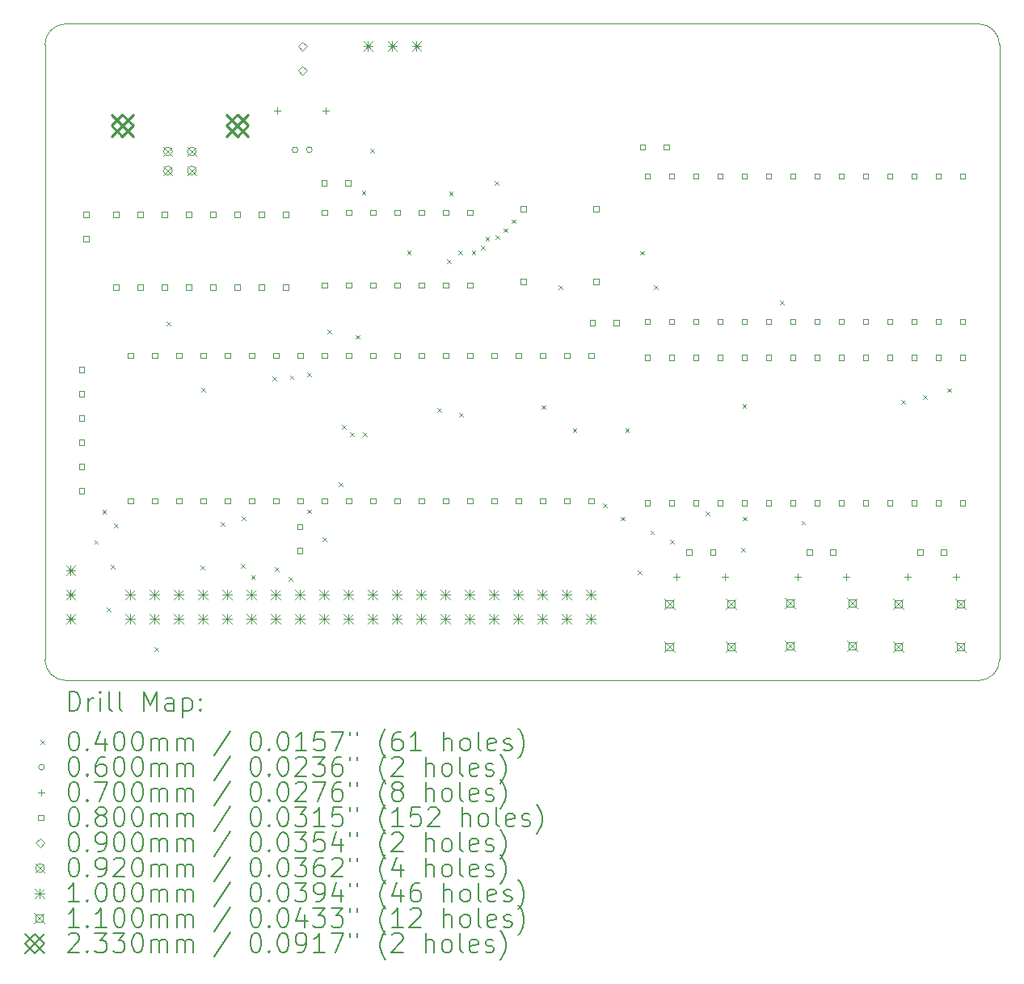
<source format=gbr>
%TF.GenerationSoftware,KiCad,Pcbnew,7.0.3*%
%TF.CreationDate,2023-06-29T20:26:01+01:00*%
%TF.ProjectId,MinFox,4d696e46-6f78-42e6-9b69-6361645f7063,rev?*%
%TF.SameCoordinates,Original*%
%TF.FileFunction,Drillmap*%
%TF.FilePolarity,Positive*%
%FSLAX45Y45*%
G04 Gerber Fmt 4.5, Leading zero omitted, Abs format (unit mm)*
G04 Created by KiCad (PCBNEW 7.0.3) date 2023-06-29 20:26:01*
%MOMM*%
%LPD*%
G01*
G04 APERTURE LIST*
%ADD10C,0.100000*%
%ADD11C,0.200000*%
%ADD12C,0.040000*%
%ADD13C,0.060000*%
%ADD14C,0.070000*%
%ADD15C,0.080000*%
%ADD16C,0.090000*%
%ADD17C,0.092000*%
%ADD18C,0.110000*%
%ADD19C,0.233000*%
G04 APERTURE END LIST*
D10*
X6230000Y-2800000D02*
X15790000Y-2800000D01*
X6010000Y-9462500D02*
X6010000Y-3020000D01*
X15790000Y-9682500D02*
X6230000Y-9682500D01*
X16010000Y-3020000D02*
X16010000Y-9462500D01*
X6010000Y-9462500D02*
G75*
G03*
X6230000Y-9682500I220000J0D01*
G01*
X6230000Y-2800000D02*
G75*
G03*
X6010000Y-3020000I0J-220000D01*
G01*
X16010000Y-3020000D02*
G75*
G03*
X15790000Y-2800000I-220000J0D01*
G01*
X15790000Y-9682500D02*
G75*
G03*
X16010000Y-9462500I0J220000D01*
G01*
D11*
D12*
X6526500Y-8212500D02*
X6566500Y-8252500D01*
X6566500Y-8212500D02*
X6526500Y-8252500D01*
X6611550Y-7893760D02*
X6651550Y-7933760D01*
X6651550Y-7893760D02*
X6611550Y-7933760D01*
X6657550Y-8920000D02*
X6697550Y-8960000D01*
X6697550Y-8920000D02*
X6657550Y-8960000D01*
X6700000Y-8470000D02*
X6740000Y-8510000D01*
X6740000Y-8470000D02*
X6700000Y-8510000D01*
X6732550Y-8040000D02*
X6772550Y-8080000D01*
X6772550Y-8040000D02*
X6732550Y-8080000D01*
X7159000Y-9335000D02*
X7199000Y-9375000D01*
X7199000Y-9335000D02*
X7159000Y-9375000D01*
X7284000Y-5920000D02*
X7324000Y-5960000D01*
X7324000Y-5920000D02*
X7284000Y-5960000D01*
X7639000Y-8477550D02*
X7679000Y-8517550D01*
X7679000Y-8477550D02*
X7639000Y-8517550D01*
X7648000Y-6615000D02*
X7688000Y-6655000D01*
X7688000Y-6615000D02*
X7648000Y-6655000D01*
X7852878Y-8019317D02*
X7892878Y-8059317D01*
X7892878Y-8019317D02*
X7852878Y-8059317D01*
X8063950Y-8462500D02*
X8103950Y-8502500D01*
X8103950Y-8462500D02*
X8063950Y-8502500D01*
X8071500Y-7960000D02*
X8111500Y-8000000D01*
X8111500Y-7960000D02*
X8071500Y-8000000D01*
X8170000Y-8580000D02*
X8210000Y-8620000D01*
X8210000Y-8580000D02*
X8170000Y-8620000D01*
X8396500Y-6500000D02*
X8436500Y-6540000D01*
X8436500Y-6500000D02*
X8396500Y-6540000D01*
X8420050Y-8497644D02*
X8460050Y-8537644D01*
X8460050Y-8497644D02*
X8420050Y-8537644D01*
X8564950Y-8597473D02*
X8604950Y-8637473D01*
X8604950Y-8597473D02*
X8564950Y-8637473D01*
X8575000Y-6485000D02*
X8615000Y-6525000D01*
X8615000Y-6485000D02*
X8575000Y-6525000D01*
X8756358Y-7888818D02*
X8796358Y-7928818D01*
X8796358Y-7888818D02*
X8756358Y-7928818D01*
X8757270Y-6451730D02*
X8797270Y-6491730D01*
X8797270Y-6451730D02*
X8757270Y-6491730D01*
X8920000Y-8180000D02*
X8960000Y-8220000D01*
X8960000Y-8180000D02*
X8920000Y-8220000D01*
X8971500Y-6005000D02*
X9011500Y-6045000D01*
X9011500Y-6005000D02*
X8971500Y-6045000D01*
X9086648Y-7606285D02*
X9126648Y-7646285D01*
X9126648Y-7606285D02*
X9086648Y-7646285D01*
X9121500Y-7007500D02*
X9161500Y-7047500D01*
X9161500Y-7007500D02*
X9121500Y-7047500D01*
X9204950Y-7079950D02*
X9244950Y-7119950D01*
X9244950Y-7079950D02*
X9204950Y-7119950D01*
X9266500Y-6060000D02*
X9306500Y-6100000D01*
X9306500Y-6060000D02*
X9266500Y-6100000D01*
X9330000Y-4550000D02*
X9370000Y-4590000D01*
X9370000Y-4550000D02*
X9330000Y-4590000D01*
X9341500Y-7080000D02*
X9381500Y-7120000D01*
X9381500Y-7080000D02*
X9341500Y-7120000D01*
X9420000Y-4110000D02*
X9460000Y-4150000D01*
X9460000Y-4110000D02*
X9420000Y-4150000D01*
X9802882Y-5174950D02*
X9842882Y-5214950D01*
X9842882Y-5174950D02*
X9802882Y-5214950D01*
X10120948Y-6830050D02*
X10160948Y-6870050D01*
X10160948Y-6830050D02*
X10120948Y-6870050D01*
X10219993Y-5268936D02*
X10259993Y-5308936D01*
X10259993Y-5268936D02*
X10219993Y-5308936D01*
X10245000Y-4560000D02*
X10285000Y-4600000D01*
X10285000Y-4560000D02*
X10245000Y-4600000D01*
X10339000Y-5174950D02*
X10379000Y-5214950D01*
X10379000Y-5174950D02*
X10339000Y-5214950D01*
X10351500Y-6880000D02*
X10391500Y-6920000D01*
X10391500Y-6880000D02*
X10351500Y-6920000D01*
X10481500Y-5177500D02*
X10521500Y-5217500D01*
X10521500Y-5177500D02*
X10481500Y-5217500D01*
X10580733Y-5123050D02*
X10620733Y-5163050D01*
X10620733Y-5123050D02*
X10580733Y-5163050D01*
X10624000Y-5032950D02*
X10664000Y-5072950D01*
X10664000Y-5032950D02*
X10624000Y-5072950D01*
X10720000Y-4450000D02*
X10760000Y-4490000D01*
X10760000Y-4450000D02*
X10720000Y-4490000D01*
X10731500Y-5015000D02*
X10771500Y-5055000D01*
X10771500Y-5015000D02*
X10731500Y-5055000D01*
X10814000Y-4942950D02*
X10854000Y-4982950D01*
X10854000Y-4942950D02*
X10814000Y-4982950D01*
X10899000Y-4850000D02*
X10939000Y-4890000D01*
X10939000Y-4850000D02*
X10899000Y-4890000D01*
X11211500Y-6797500D02*
X11251500Y-6837500D01*
X11251500Y-6797500D02*
X11211500Y-6837500D01*
X11390000Y-5540000D02*
X11430000Y-5580000D01*
X11430000Y-5540000D02*
X11390000Y-5580000D01*
X11540000Y-7040000D02*
X11580000Y-7080000D01*
X11580000Y-7040000D02*
X11540000Y-7080000D01*
X11859230Y-7824770D02*
X11899230Y-7864770D01*
X11899230Y-7824770D02*
X11859230Y-7864770D01*
X12042500Y-7965117D02*
X12082500Y-8005117D01*
X12082500Y-7965117D02*
X12042500Y-8005117D01*
X12090000Y-7040000D02*
X12130000Y-7080000D01*
X12130000Y-7040000D02*
X12090000Y-7080000D01*
X12220000Y-8530000D02*
X12260000Y-8570000D01*
X12260000Y-8530000D02*
X12220000Y-8570000D01*
X12244000Y-5180000D02*
X12284000Y-5220000D01*
X12284000Y-5180000D02*
X12244000Y-5220000D01*
X12351530Y-8110017D02*
X12391530Y-8150017D01*
X12391530Y-8110017D02*
X12351530Y-8150017D01*
X12390000Y-5540000D02*
X12430000Y-5580000D01*
X12430000Y-5540000D02*
X12390000Y-5580000D01*
X12560000Y-8210000D02*
X12600000Y-8250000D01*
X12600000Y-8210000D02*
X12560000Y-8250000D01*
X12931500Y-7912500D02*
X12971500Y-7952500D01*
X12971500Y-7912500D02*
X12931500Y-7952500D01*
X13301500Y-8292500D02*
X13341500Y-8332500D01*
X13341500Y-8292500D02*
X13301500Y-8332500D01*
X13316500Y-6782500D02*
X13356500Y-6822500D01*
X13356500Y-6782500D02*
X13316500Y-6822500D01*
X13321500Y-7965117D02*
X13361500Y-8005117D01*
X13361500Y-7965117D02*
X13321500Y-8005117D01*
X13713500Y-5700000D02*
X13753500Y-5740000D01*
X13753500Y-5700000D02*
X13713500Y-5740000D01*
X13934448Y-8007659D02*
X13974448Y-8047659D01*
X13974448Y-8007659D02*
X13934448Y-8047659D01*
X14983500Y-6740000D02*
X15023500Y-6780000D01*
X15023500Y-6740000D02*
X14983500Y-6780000D01*
X15208500Y-6692450D02*
X15248500Y-6732450D01*
X15248500Y-6692450D02*
X15208500Y-6732450D01*
X15464000Y-6620000D02*
X15504000Y-6660000D01*
X15504000Y-6620000D02*
X15464000Y-6660000D01*
D13*
X8660000Y-4120000D02*
G75*
G03*
X8660000Y-4120000I-30000J0D01*
G01*
X8810000Y-4120000D02*
G75*
G03*
X8810000Y-4120000I-30000J0D01*
G01*
D14*
X8446000Y-3675000D02*
X8446000Y-3745000D01*
X8411000Y-3710000D02*
X8481000Y-3710000D01*
X8954000Y-3675000D02*
X8954000Y-3745000D01*
X8919000Y-3710000D02*
X8989000Y-3710000D01*
X12627500Y-8562500D02*
X12627500Y-8632500D01*
X12592500Y-8597500D02*
X12662500Y-8597500D01*
X13135500Y-8562500D02*
X13135500Y-8632500D01*
X13100500Y-8597500D02*
X13170500Y-8597500D01*
X13893500Y-8562500D02*
X13893500Y-8632500D01*
X13858500Y-8597500D02*
X13928500Y-8597500D01*
X14401500Y-8562500D02*
X14401500Y-8632500D01*
X14366500Y-8597500D02*
X14436500Y-8597500D01*
X15047500Y-8562500D02*
X15047500Y-8632500D01*
X15012500Y-8597500D02*
X15082500Y-8597500D01*
X15555500Y-8562500D02*
X15555500Y-8632500D01*
X15520500Y-8597500D02*
X15590500Y-8597500D01*
D15*
X6422284Y-6453284D02*
X6422284Y-6396715D01*
X6365715Y-6396715D01*
X6365715Y-6453284D01*
X6422284Y-6453284D01*
X6422284Y-6707284D02*
X6422284Y-6650715D01*
X6365715Y-6650715D01*
X6365715Y-6707284D01*
X6422284Y-6707284D01*
X6422284Y-6961284D02*
X6422284Y-6904715D01*
X6365715Y-6904715D01*
X6365715Y-6961284D01*
X6422284Y-6961284D01*
X6422284Y-7215284D02*
X6422284Y-7158715D01*
X6365715Y-7158715D01*
X6365715Y-7215284D01*
X6422284Y-7215284D01*
X6422284Y-7469284D02*
X6422284Y-7412715D01*
X6365715Y-7412715D01*
X6365715Y-7469284D01*
X6422284Y-7469284D01*
X6422284Y-7723284D02*
X6422284Y-7666715D01*
X6365715Y-7666715D01*
X6365715Y-7723284D01*
X6422284Y-7723284D01*
X6468284Y-4828285D02*
X6468284Y-4771716D01*
X6411715Y-4771716D01*
X6411715Y-4828285D01*
X6468284Y-4828285D01*
X6468284Y-5078285D02*
X6468284Y-5021716D01*
X6411715Y-5021716D01*
X6411715Y-5078285D01*
X6468284Y-5078285D01*
X6782284Y-4826285D02*
X6782284Y-4769716D01*
X6725715Y-4769716D01*
X6725715Y-4826285D01*
X6782284Y-4826285D01*
X6782284Y-5588285D02*
X6782284Y-5531716D01*
X6725715Y-5531716D01*
X6725715Y-5588285D01*
X6782284Y-5588285D01*
X6934284Y-6304284D02*
X6934284Y-6247715D01*
X6877715Y-6247715D01*
X6877715Y-6304284D01*
X6934284Y-6304284D01*
X6934284Y-7828284D02*
X6934284Y-7771715D01*
X6877715Y-7771715D01*
X6877715Y-7828284D01*
X6934284Y-7828284D01*
X7036284Y-4826285D02*
X7036284Y-4769716D01*
X6979715Y-4769716D01*
X6979715Y-4826285D01*
X7036284Y-4826285D01*
X7036284Y-5588285D02*
X7036284Y-5531716D01*
X6979715Y-5531716D01*
X6979715Y-5588285D01*
X7036284Y-5588285D01*
X7188284Y-6304284D02*
X7188284Y-6247715D01*
X7131715Y-6247715D01*
X7131715Y-6304284D01*
X7188284Y-6304284D01*
X7188284Y-7828284D02*
X7188284Y-7771715D01*
X7131715Y-7771715D01*
X7131715Y-7828284D01*
X7188284Y-7828284D01*
X7290284Y-4826285D02*
X7290284Y-4769716D01*
X7233715Y-4769716D01*
X7233715Y-4826285D01*
X7290284Y-4826285D01*
X7290284Y-5588285D02*
X7290284Y-5531716D01*
X7233715Y-5531716D01*
X7233715Y-5588285D01*
X7290284Y-5588285D01*
X7442284Y-6304284D02*
X7442284Y-6247715D01*
X7385715Y-6247715D01*
X7385715Y-6304284D01*
X7442284Y-6304284D01*
X7442284Y-7828284D02*
X7442284Y-7771715D01*
X7385715Y-7771715D01*
X7385715Y-7828284D01*
X7442284Y-7828284D01*
X7544284Y-4826285D02*
X7544284Y-4769716D01*
X7487715Y-4769716D01*
X7487715Y-4826285D01*
X7544284Y-4826285D01*
X7544284Y-5588285D02*
X7544284Y-5531716D01*
X7487715Y-5531716D01*
X7487715Y-5588285D01*
X7544284Y-5588285D01*
X7696284Y-6304284D02*
X7696284Y-6247715D01*
X7639715Y-6247715D01*
X7639715Y-6304284D01*
X7696284Y-6304284D01*
X7696284Y-7828284D02*
X7696284Y-7771715D01*
X7639715Y-7771715D01*
X7639715Y-7828284D01*
X7696284Y-7828284D01*
X7798284Y-4826285D02*
X7798284Y-4769716D01*
X7741715Y-4769716D01*
X7741715Y-4826285D01*
X7798284Y-4826285D01*
X7798284Y-5588285D02*
X7798284Y-5531716D01*
X7741715Y-5531716D01*
X7741715Y-5588285D01*
X7798284Y-5588285D01*
X7950284Y-6304284D02*
X7950284Y-6247715D01*
X7893715Y-6247715D01*
X7893715Y-6304284D01*
X7950284Y-6304284D01*
X7950284Y-7828284D02*
X7950284Y-7771715D01*
X7893715Y-7771715D01*
X7893715Y-7828284D01*
X7950284Y-7828284D01*
X8052284Y-4826285D02*
X8052284Y-4769716D01*
X7995715Y-4769716D01*
X7995715Y-4826285D01*
X8052284Y-4826285D01*
X8052284Y-5588285D02*
X8052284Y-5531716D01*
X7995715Y-5531716D01*
X7995715Y-5588285D01*
X8052284Y-5588285D01*
X8204284Y-6304284D02*
X8204284Y-6247715D01*
X8147715Y-6247715D01*
X8147715Y-6304284D01*
X8204284Y-6304284D01*
X8204284Y-7828284D02*
X8204284Y-7771715D01*
X8147715Y-7771715D01*
X8147715Y-7828284D01*
X8204284Y-7828284D01*
X8306284Y-4826285D02*
X8306284Y-4769716D01*
X8249715Y-4769716D01*
X8249715Y-4826285D01*
X8306284Y-4826285D01*
X8306284Y-5588285D02*
X8306284Y-5531716D01*
X8249715Y-5531716D01*
X8249715Y-5588285D01*
X8306284Y-5588285D01*
X8458285Y-6304284D02*
X8458285Y-6247715D01*
X8401716Y-6247715D01*
X8401716Y-6304284D01*
X8458285Y-6304284D01*
X8458285Y-7828284D02*
X8458285Y-7771715D01*
X8401716Y-7771715D01*
X8401716Y-7828284D01*
X8458285Y-7828284D01*
X8560285Y-4826285D02*
X8560285Y-4769716D01*
X8503716Y-4769716D01*
X8503716Y-4826285D01*
X8560285Y-4826285D01*
X8560285Y-5588285D02*
X8560285Y-5531716D01*
X8503716Y-5531716D01*
X8503716Y-5588285D01*
X8560285Y-5588285D01*
X8708285Y-8098284D02*
X8708285Y-8041715D01*
X8651716Y-8041715D01*
X8651716Y-8098284D01*
X8708285Y-8098284D01*
X8708285Y-8348284D02*
X8708285Y-8291715D01*
X8651716Y-8291715D01*
X8651716Y-8348284D01*
X8708285Y-8348284D01*
X8712285Y-6304284D02*
X8712285Y-6247715D01*
X8655716Y-6247715D01*
X8655716Y-6304284D01*
X8712285Y-6304284D01*
X8712285Y-7828284D02*
X8712285Y-7771715D01*
X8655716Y-7771715D01*
X8655716Y-7828284D01*
X8712285Y-7828284D01*
X8963285Y-4498285D02*
X8963285Y-4441716D01*
X8906716Y-4441716D01*
X8906716Y-4498285D01*
X8963285Y-4498285D01*
X8966285Y-6304284D02*
X8966285Y-6247715D01*
X8909716Y-6247715D01*
X8909716Y-6304284D01*
X8966285Y-6304284D01*
X8966285Y-7828284D02*
X8966285Y-7771715D01*
X8909716Y-7771715D01*
X8909716Y-7828284D01*
X8966285Y-7828284D01*
X8968285Y-4806285D02*
X8968285Y-4749716D01*
X8911716Y-4749716D01*
X8911716Y-4806285D01*
X8968285Y-4806285D01*
X8968285Y-5568285D02*
X8968285Y-5511716D01*
X8911716Y-5511716D01*
X8911716Y-5568285D01*
X8968285Y-5568285D01*
X9213285Y-4498285D02*
X9213285Y-4441716D01*
X9156716Y-4441716D01*
X9156716Y-4498285D01*
X9213285Y-4498285D01*
X9220285Y-6304284D02*
X9220285Y-6247715D01*
X9163716Y-6247715D01*
X9163716Y-6304284D01*
X9220285Y-6304284D01*
X9220285Y-7828284D02*
X9220285Y-7771715D01*
X9163716Y-7771715D01*
X9163716Y-7828284D01*
X9220285Y-7828284D01*
X9222285Y-4806285D02*
X9222285Y-4749716D01*
X9165716Y-4749716D01*
X9165716Y-4806285D01*
X9222285Y-4806285D01*
X9222285Y-5568285D02*
X9222285Y-5511716D01*
X9165716Y-5511716D01*
X9165716Y-5568285D01*
X9222285Y-5568285D01*
X9474285Y-6304284D02*
X9474285Y-6247715D01*
X9417716Y-6247715D01*
X9417716Y-6304284D01*
X9474285Y-6304284D01*
X9474285Y-7828284D02*
X9474285Y-7771715D01*
X9417716Y-7771715D01*
X9417716Y-7828284D01*
X9474285Y-7828284D01*
X9476285Y-4806285D02*
X9476285Y-4749716D01*
X9419716Y-4749716D01*
X9419716Y-4806285D01*
X9476285Y-4806285D01*
X9476285Y-5568285D02*
X9476285Y-5511716D01*
X9419716Y-5511716D01*
X9419716Y-5568285D01*
X9476285Y-5568285D01*
X9728285Y-6304284D02*
X9728285Y-6247715D01*
X9671716Y-6247715D01*
X9671716Y-6304284D01*
X9728285Y-6304284D01*
X9728285Y-7828284D02*
X9728285Y-7771715D01*
X9671716Y-7771715D01*
X9671716Y-7828284D01*
X9728285Y-7828284D01*
X9730285Y-4806285D02*
X9730285Y-4749716D01*
X9673716Y-4749716D01*
X9673716Y-4806285D01*
X9730285Y-4806285D01*
X9730285Y-5568285D02*
X9730285Y-5511716D01*
X9673716Y-5511716D01*
X9673716Y-5568285D01*
X9730285Y-5568285D01*
X9982285Y-6304284D02*
X9982285Y-6247715D01*
X9925716Y-6247715D01*
X9925716Y-6304284D01*
X9982285Y-6304284D01*
X9982285Y-7828284D02*
X9982285Y-7771715D01*
X9925716Y-7771715D01*
X9925716Y-7828284D01*
X9982285Y-7828284D01*
X9984285Y-4806285D02*
X9984285Y-4749716D01*
X9927716Y-4749716D01*
X9927716Y-4806285D01*
X9984285Y-4806285D01*
X9984285Y-5568285D02*
X9984285Y-5511716D01*
X9927716Y-5511716D01*
X9927716Y-5568285D01*
X9984285Y-5568285D01*
X10236285Y-6304284D02*
X10236285Y-6247715D01*
X10179716Y-6247715D01*
X10179716Y-6304284D01*
X10236285Y-6304284D01*
X10236285Y-7828284D02*
X10236285Y-7771715D01*
X10179716Y-7771715D01*
X10179716Y-7828284D01*
X10236285Y-7828284D01*
X10238285Y-4806285D02*
X10238285Y-4749716D01*
X10181716Y-4749716D01*
X10181716Y-4806285D01*
X10238285Y-4806285D01*
X10238285Y-5568285D02*
X10238285Y-5511716D01*
X10181716Y-5511716D01*
X10181716Y-5568285D01*
X10238285Y-5568285D01*
X10490285Y-6304284D02*
X10490285Y-6247715D01*
X10433716Y-6247715D01*
X10433716Y-6304284D01*
X10490285Y-6304284D01*
X10490285Y-7828284D02*
X10490285Y-7771715D01*
X10433716Y-7771715D01*
X10433716Y-7828284D01*
X10490285Y-7828284D01*
X10492285Y-4806285D02*
X10492285Y-4749716D01*
X10435716Y-4749716D01*
X10435716Y-4806285D01*
X10492285Y-4806285D01*
X10492285Y-5568285D02*
X10492285Y-5511716D01*
X10435716Y-5511716D01*
X10435716Y-5568285D01*
X10492285Y-5568285D01*
X10744285Y-6304284D02*
X10744285Y-6247715D01*
X10687716Y-6247715D01*
X10687716Y-6304284D01*
X10744285Y-6304284D01*
X10744285Y-7828284D02*
X10744285Y-7771715D01*
X10687716Y-7771715D01*
X10687716Y-7828284D01*
X10744285Y-7828284D01*
X10998285Y-6304284D02*
X10998285Y-6247715D01*
X10941716Y-6247715D01*
X10941716Y-6304284D01*
X10998285Y-6304284D01*
X10998285Y-7828284D02*
X10998285Y-7771715D01*
X10941716Y-7771715D01*
X10941716Y-7828284D01*
X10998285Y-7828284D01*
X11051285Y-4767285D02*
X11051285Y-4710716D01*
X10994716Y-4710716D01*
X10994716Y-4767285D01*
X11051285Y-4767285D01*
X11051285Y-5529285D02*
X11051285Y-5472716D01*
X10994716Y-5472716D01*
X10994716Y-5529285D01*
X11051285Y-5529285D01*
X11252284Y-6304284D02*
X11252284Y-6247715D01*
X11195715Y-6247715D01*
X11195715Y-6304284D01*
X11252284Y-6304284D01*
X11252284Y-7828284D02*
X11252284Y-7771715D01*
X11195715Y-7771715D01*
X11195715Y-7828284D01*
X11252284Y-7828284D01*
X11506284Y-6304284D02*
X11506284Y-6247715D01*
X11449715Y-6247715D01*
X11449715Y-6304284D01*
X11506284Y-6304284D01*
X11506284Y-7828284D02*
X11506284Y-7771715D01*
X11449715Y-7771715D01*
X11449715Y-7828284D01*
X11506284Y-7828284D01*
X11760284Y-6304284D02*
X11760284Y-6247715D01*
X11703715Y-6247715D01*
X11703715Y-6304284D01*
X11760284Y-6304284D01*
X11760284Y-7828284D02*
X11760284Y-7771715D01*
X11703715Y-7771715D01*
X11703715Y-7828284D01*
X11760284Y-7828284D01*
X11773284Y-5958284D02*
X11773284Y-5901715D01*
X11716715Y-5901715D01*
X11716715Y-5958284D01*
X11773284Y-5958284D01*
X11813284Y-4767285D02*
X11813284Y-4710716D01*
X11756715Y-4710716D01*
X11756715Y-4767285D01*
X11813284Y-4767285D01*
X11813284Y-5529285D02*
X11813284Y-5472716D01*
X11756715Y-5472716D01*
X11756715Y-5529285D01*
X11813284Y-5529285D01*
X12023284Y-5958284D02*
X12023284Y-5901715D01*
X11966715Y-5901715D01*
X11966715Y-5958284D01*
X12023284Y-5958284D01*
X12298284Y-4118284D02*
X12298284Y-4061715D01*
X12241715Y-4061715D01*
X12241715Y-4118284D01*
X12298284Y-4118284D01*
X12350284Y-4424285D02*
X12350284Y-4367716D01*
X12293715Y-4367716D01*
X12293715Y-4424285D01*
X12350284Y-4424285D01*
X12350284Y-5948284D02*
X12350284Y-5891715D01*
X12293715Y-5891715D01*
X12293715Y-5948284D01*
X12350284Y-5948284D01*
X12350284Y-6324284D02*
X12350284Y-6267715D01*
X12293715Y-6267715D01*
X12293715Y-6324284D01*
X12350284Y-6324284D01*
X12350284Y-7848284D02*
X12350284Y-7791715D01*
X12293715Y-7791715D01*
X12293715Y-7848284D01*
X12350284Y-7848284D01*
X12548284Y-4118284D02*
X12548284Y-4061715D01*
X12491715Y-4061715D01*
X12491715Y-4118284D01*
X12548284Y-4118284D01*
X12604284Y-4424285D02*
X12604284Y-4367716D01*
X12547715Y-4367716D01*
X12547715Y-4424285D01*
X12604284Y-4424285D01*
X12604284Y-5948284D02*
X12604284Y-5891715D01*
X12547715Y-5891715D01*
X12547715Y-5948284D01*
X12604284Y-5948284D01*
X12604284Y-6324284D02*
X12604284Y-6267715D01*
X12547715Y-6267715D01*
X12547715Y-6324284D01*
X12604284Y-6324284D01*
X12604284Y-7848284D02*
X12604284Y-7791715D01*
X12547715Y-7791715D01*
X12547715Y-7848284D01*
X12604284Y-7848284D01*
X12784784Y-8365784D02*
X12784784Y-8309215D01*
X12728215Y-8309215D01*
X12728215Y-8365784D01*
X12784784Y-8365784D01*
X12858284Y-4424285D02*
X12858284Y-4367716D01*
X12801715Y-4367716D01*
X12801715Y-4424285D01*
X12858284Y-4424285D01*
X12858284Y-5948284D02*
X12858284Y-5891715D01*
X12801715Y-5891715D01*
X12801715Y-5948284D01*
X12858284Y-5948284D01*
X12858284Y-6324284D02*
X12858284Y-6267715D01*
X12801715Y-6267715D01*
X12801715Y-6324284D01*
X12858284Y-6324284D01*
X12858284Y-7848284D02*
X12858284Y-7791715D01*
X12801715Y-7791715D01*
X12801715Y-7848284D01*
X12858284Y-7848284D01*
X13034784Y-8365784D02*
X13034784Y-8309215D01*
X12978215Y-8309215D01*
X12978215Y-8365784D01*
X13034784Y-8365784D01*
X13112284Y-4424285D02*
X13112284Y-4367716D01*
X13055715Y-4367716D01*
X13055715Y-4424285D01*
X13112284Y-4424285D01*
X13112284Y-5948284D02*
X13112284Y-5891715D01*
X13055715Y-5891715D01*
X13055715Y-5948284D01*
X13112284Y-5948284D01*
X13112284Y-6324284D02*
X13112284Y-6267715D01*
X13055715Y-6267715D01*
X13055715Y-6324284D01*
X13112284Y-6324284D01*
X13112284Y-7848284D02*
X13112284Y-7791715D01*
X13055715Y-7791715D01*
X13055715Y-7848284D01*
X13112284Y-7848284D01*
X13366284Y-4424285D02*
X13366284Y-4367716D01*
X13309715Y-4367716D01*
X13309715Y-4424285D01*
X13366284Y-4424285D01*
X13366284Y-5948284D02*
X13366284Y-5891715D01*
X13309715Y-5891715D01*
X13309715Y-5948284D01*
X13366284Y-5948284D01*
X13366284Y-6324284D02*
X13366284Y-6267715D01*
X13309715Y-6267715D01*
X13309715Y-6324284D01*
X13366284Y-6324284D01*
X13366284Y-7848284D02*
X13366284Y-7791715D01*
X13309715Y-7791715D01*
X13309715Y-7848284D01*
X13366284Y-7848284D01*
X13620284Y-4424285D02*
X13620284Y-4367716D01*
X13563715Y-4367716D01*
X13563715Y-4424285D01*
X13620284Y-4424285D01*
X13620284Y-5948284D02*
X13620284Y-5891715D01*
X13563715Y-5891715D01*
X13563715Y-5948284D01*
X13620284Y-5948284D01*
X13620284Y-6324284D02*
X13620284Y-6267715D01*
X13563715Y-6267715D01*
X13563715Y-6324284D01*
X13620284Y-6324284D01*
X13620284Y-7848284D02*
X13620284Y-7791715D01*
X13563715Y-7791715D01*
X13563715Y-7848284D01*
X13620284Y-7848284D01*
X13874284Y-4424285D02*
X13874284Y-4367716D01*
X13817715Y-4367716D01*
X13817715Y-4424285D01*
X13874284Y-4424285D01*
X13874284Y-5948284D02*
X13874284Y-5891715D01*
X13817715Y-5891715D01*
X13817715Y-5948284D01*
X13874284Y-5948284D01*
X13874284Y-6324284D02*
X13874284Y-6267715D01*
X13817715Y-6267715D01*
X13817715Y-6324284D01*
X13874284Y-6324284D01*
X13874284Y-7848284D02*
X13874284Y-7791715D01*
X13817715Y-7791715D01*
X13817715Y-7848284D01*
X13874284Y-7848284D01*
X14044784Y-8365784D02*
X14044784Y-8309215D01*
X13988215Y-8309215D01*
X13988215Y-8365784D01*
X14044784Y-8365784D01*
X14128284Y-4424285D02*
X14128284Y-4367716D01*
X14071715Y-4367716D01*
X14071715Y-4424285D01*
X14128284Y-4424285D01*
X14128284Y-5948284D02*
X14128284Y-5891715D01*
X14071715Y-5891715D01*
X14071715Y-5948284D01*
X14128284Y-5948284D01*
X14128284Y-6324284D02*
X14128284Y-6267715D01*
X14071715Y-6267715D01*
X14071715Y-6324284D01*
X14128284Y-6324284D01*
X14128284Y-7848284D02*
X14128284Y-7791715D01*
X14071715Y-7791715D01*
X14071715Y-7848284D01*
X14128284Y-7848284D01*
X14294784Y-8365784D02*
X14294784Y-8309215D01*
X14238215Y-8309215D01*
X14238215Y-8365784D01*
X14294784Y-8365784D01*
X14382284Y-4424285D02*
X14382284Y-4367716D01*
X14325715Y-4367716D01*
X14325715Y-4424285D01*
X14382284Y-4424285D01*
X14382284Y-5948284D02*
X14382284Y-5891715D01*
X14325715Y-5891715D01*
X14325715Y-5948284D01*
X14382284Y-5948284D01*
X14382284Y-6324284D02*
X14382284Y-6267715D01*
X14325715Y-6267715D01*
X14325715Y-6324284D01*
X14382284Y-6324284D01*
X14382284Y-7848284D02*
X14382284Y-7791715D01*
X14325715Y-7791715D01*
X14325715Y-7848284D01*
X14382284Y-7848284D01*
X14636284Y-4424285D02*
X14636284Y-4367716D01*
X14579715Y-4367716D01*
X14579715Y-4424285D01*
X14636284Y-4424285D01*
X14636284Y-5948284D02*
X14636284Y-5891715D01*
X14579715Y-5891715D01*
X14579715Y-5948284D01*
X14636284Y-5948284D01*
X14636284Y-6324284D02*
X14636284Y-6267715D01*
X14579715Y-6267715D01*
X14579715Y-6324284D01*
X14636284Y-6324284D01*
X14636284Y-7848284D02*
X14636284Y-7791715D01*
X14579715Y-7791715D01*
X14579715Y-7848284D01*
X14636284Y-7848284D01*
X14890284Y-4424285D02*
X14890284Y-4367716D01*
X14833715Y-4367716D01*
X14833715Y-4424285D01*
X14890284Y-4424285D01*
X14890284Y-5948284D02*
X14890284Y-5891715D01*
X14833715Y-5891715D01*
X14833715Y-5948284D01*
X14890284Y-5948284D01*
X14890284Y-6324284D02*
X14890284Y-6267715D01*
X14833715Y-6267715D01*
X14833715Y-6324284D01*
X14890284Y-6324284D01*
X14890284Y-7848284D02*
X14890284Y-7791715D01*
X14833715Y-7791715D01*
X14833715Y-7848284D01*
X14890284Y-7848284D01*
X15144284Y-4424285D02*
X15144284Y-4367716D01*
X15087715Y-4367716D01*
X15087715Y-4424285D01*
X15144284Y-4424285D01*
X15144284Y-5948284D02*
X15144284Y-5891715D01*
X15087715Y-5891715D01*
X15087715Y-5948284D01*
X15144284Y-5948284D01*
X15144284Y-6324284D02*
X15144284Y-6267715D01*
X15087715Y-6267715D01*
X15087715Y-6324284D01*
X15144284Y-6324284D01*
X15144284Y-7848284D02*
X15144284Y-7791715D01*
X15087715Y-7791715D01*
X15087715Y-7848284D01*
X15144284Y-7848284D01*
X15204784Y-8365784D02*
X15204784Y-8309215D01*
X15148215Y-8309215D01*
X15148215Y-8365784D01*
X15204784Y-8365784D01*
X15398284Y-4424285D02*
X15398284Y-4367716D01*
X15341715Y-4367716D01*
X15341715Y-4424285D01*
X15398284Y-4424285D01*
X15398284Y-5948284D02*
X15398284Y-5891715D01*
X15341715Y-5891715D01*
X15341715Y-5948284D01*
X15398284Y-5948284D01*
X15398284Y-6324284D02*
X15398284Y-6267715D01*
X15341715Y-6267715D01*
X15341715Y-6324284D01*
X15398284Y-6324284D01*
X15398284Y-7848284D02*
X15398284Y-7791715D01*
X15341715Y-7791715D01*
X15341715Y-7848284D01*
X15398284Y-7848284D01*
X15454784Y-8365784D02*
X15454784Y-8309215D01*
X15398215Y-8309215D01*
X15398215Y-8365784D01*
X15454784Y-8365784D01*
X15652284Y-4424285D02*
X15652284Y-4367716D01*
X15595715Y-4367716D01*
X15595715Y-4424285D01*
X15652284Y-4424285D01*
X15652284Y-5948284D02*
X15652284Y-5891715D01*
X15595715Y-5891715D01*
X15595715Y-5948284D01*
X15652284Y-5948284D01*
X15652284Y-6324284D02*
X15652284Y-6267715D01*
X15595715Y-6267715D01*
X15595715Y-6324284D01*
X15652284Y-6324284D01*
X15652284Y-7848284D02*
X15652284Y-7791715D01*
X15595715Y-7791715D01*
X15595715Y-7848284D01*
X15652284Y-7848284D01*
D16*
X8709500Y-3080500D02*
X8754500Y-3035500D01*
X8709500Y-2990500D01*
X8664500Y-3035500D01*
X8709500Y-3080500D01*
X8709500Y-3334500D02*
X8754500Y-3289500D01*
X8709500Y-3244500D01*
X8664500Y-3289500D01*
X8709500Y-3334500D01*
D17*
X7253000Y-4091750D02*
X7345000Y-4183750D01*
X7345000Y-4091750D02*
X7253000Y-4183750D01*
X7345000Y-4137750D02*
G75*
G03*
X7345000Y-4137750I-46000J0D01*
G01*
X7253000Y-4291750D02*
X7345000Y-4383750D01*
X7345000Y-4291750D02*
X7253000Y-4383750D01*
X7345000Y-4337750D02*
G75*
G03*
X7345000Y-4337750I-46000J0D01*
G01*
X7503000Y-4091750D02*
X7595000Y-4183750D01*
X7595000Y-4091750D02*
X7503000Y-4183750D01*
X7595000Y-4137750D02*
G75*
G03*
X7595000Y-4137750I-46000J0D01*
G01*
X7503000Y-4291750D02*
X7595000Y-4383750D01*
X7595000Y-4291750D02*
X7503000Y-4383750D01*
X7595000Y-4337750D02*
G75*
G03*
X7595000Y-4337750I-46000J0D01*
G01*
D10*
X6230000Y-8480000D02*
X6330000Y-8580000D01*
X6330000Y-8480000D02*
X6230000Y-8580000D01*
X6280000Y-8480000D02*
X6280000Y-8580000D01*
X6230000Y-8530000D02*
X6330000Y-8530000D01*
X6230000Y-8734000D02*
X6330000Y-8834000D01*
X6330000Y-8734000D02*
X6230000Y-8834000D01*
X6280000Y-8734000D02*
X6280000Y-8834000D01*
X6230000Y-8784000D02*
X6330000Y-8784000D01*
X6230000Y-8988000D02*
X6330000Y-9088000D01*
X6330000Y-8988000D02*
X6230000Y-9088000D01*
X6280000Y-8988000D02*
X6280000Y-9088000D01*
X6230000Y-9038000D02*
X6330000Y-9038000D01*
X6856000Y-8730000D02*
X6956000Y-8830000D01*
X6956000Y-8730000D02*
X6856000Y-8830000D01*
X6906000Y-8730000D02*
X6906000Y-8830000D01*
X6856000Y-8780000D02*
X6956000Y-8780000D01*
X6856000Y-8984000D02*
X6956000Y-9084000D01*
X6956000Y-8984000D02*
X6856000Y-9084000D01*
X6906000Y-8984000D02*
X6906000Y-9084000D01*
X6856000Y-9034000D02*
X6956000Y-9034000D01*
X7110000Y-8730000D02*
X7210000Y-8830000D01*
X7210000Y-8730000D02*
X7110000Y-8830000D01*
X7160000Y-8730000D02*
X7160000Y-8830000D01*
X7110000Y-8780000D02*
X7210000Y-8780000D01*
X7110000Y-8984000D02*
X7210000Y-9084000D01*
X7210000Y-8984000D02*
X7110000Y-9084000D01*
X7160000Y-8984000D02*
X7160000Y-9084000D01*
X7110000Y-9034000D02*
X7210000Y-9034000D01*
X7364000Y-8730000D02*
X7464000Y-8830000D01*
X7464000Y-8730000D02*
X7364000Y-8830000D01*
X7414000Y-8730000D02*
X7414000Y-8830000D01*
X7364000Y-8780000D02*
X7464000Y-8780000D01*
X7364000Y-8984000D02*
X7464000Y-9084000D01*
X7464000Y-8984000D02*
X7364000Y-9084000D01*
X7414000Y-8984000D02*
X7414000Y-9084000D01*
X7364000Y-9034000D02*
X7464000Y-9034000D01*
X7618000Y-8730000D02*
X7718000Y-8830000D01*
X7718000Y-8730000D02*
X7618000Y-8830000D01*
X7668000Y-8730000D02*
X7668000Y-8830000D01*
X7618000Y-8780000D02*
X7718000Y-8780000D01*
X7618000Y-8984000D02*
X7718000Y-9084000D01*
X7718000Y-8984000D02*
X7618000Y-9084000D01*
X7668000Y-8984000D02*
X7668000Y-9084000D01*
X7618000Y-9034000D02*
X7718000Y-9034000D01*
X7872000Y-8730000D02*
X7972000Y-8830000D01*
X7972000Y-8730000D02*
X7872000Y-8830000D01*
X7922000Y-8730000D02*
X7922000Y-8830000D01*
X7872000Y-8780000D02*
X7972000Y-8780000D01*
X7872000Y-8984000D02*
X7972000Y-9084000D01*
X7972000Y-8984000D02*
X7872000Y-9084000D01*
X7922000Y-8984000D02*
X7922000Y-9084000D01*
X7872000Y-9034000D02*
X7972000Y-9034000D01*
X8126000Y-8730000D02*
X8226000Y-8830000D01*
X8226000Y-8730000D02*
X8126000Y-8830000D01*
X8176000Y-8730000D02*
X8176000Y-8830000D01*
X8126000Y-8780000D02*
X8226000Y-8780000D01*
X8126000Y-8984000D02*
X8226000Y-9084000D01*
X8226000Y-8984000D02*
X8126000Y-9084000D01*
X8176000Y-8984000D02*
X8176000Y-9084000D01*
X8126000Y-9034000D02*
X8226000Y-9034000D01*
X8380000Y-8730000D02*
X8480000Y-8830000D01*
X8480000Y-8730000D02*
X8380000Y-8830000D01*
X8430000Y-8730000D02*
X8430000Y-8830000D01*
X8380000Y-8780000D02*
X8480000Y-8780000D01*
X8380000Y-8984000D02*
X8480000Y-9084000D01*
X8480000Y-8984000D02*
X8380000Y-9084000D01*
X8430000Y-8984000D02*
X8430000Y-9084000D01*
X8380000Y-9034000D02*
X8480000Y-9034000D01*
X8634000Y-8730000D02*
X8734000Y-8830000D01*
X8734000Y-8730000D02*
X8634000Y-8830000D01*
X8684000Y-8730000D02*
X8684000Y-8830000D01*
X8634000Y-8780000D02*
X8734000Y-8780000D01*
X8634000Y-8984000D02*
X8734000Y-9084000D01*
X8734000Y-8984000D02*
X8634000Y-9084000D01*
X8684000Y-8984000D02*
X8684000Y-9084000D01*
X8634000Y-9034000D02*
X8734000Y-9034000D01*
X8888000Y-8730000D02*
X8988000Y-8830000D01*
X8988000Y-8730000D02*
X8888000Y-8830000D01*
X8938000Y-8730000D02*
X8938000Y-8830000D01*
X8888000Y-8780000D02*
X8988000Y-8780000D01*
X8888000Y-8984000D02*
X8988000Y-9084000D01*
X8988000Y-8984000D02*
X8888000Y-9084000D01*
X8938000Y-8984000D02*
X8938000Y-9084000D01*
X8888000Y-9034000D02*
X8988000Y-9034000D01*
X9142000Y-8730000D02*
X9242000Y-8830000D01*
X9242000Y-8730000D02*
X9142000Y-8830000D01*
X9192000Y-8730000D02*
X9192000Y-8830000D01*
X9142000Y-8780000D02*
X9242000Y-8780000D01*
X9142000Y-8984000D02*
X9242000Y-9084000D01*
X9242000Y-8984000D02*
X9142000Y-9084000D01*
X9192000Y-8984000D02*
X9192000Y-9084000D01*
X9142000Y-9034000D02*
X9242000Y-9034000D01*
X9346000Y-2985000D02*
X9446000Y-3085000D01*
X9446000Y-2985000D02*
X9346000Y-3085000D01*
X9396000Y-2985000D02*
X9396000Y-3085000D01*
X9346000Y-3035000D02*
X9446000Y-3035000D01*
X9396000Y-8730000D02*
X9496000Y-8830000D01*
X9496000Y-8730000D02*
X9396000Y-8830000D01*
X9446000Y-8730000D02*
X9446000Y-8830000D01*
X9396000Y-8780000D02*
X9496000Y-8780000D01*
X9396000Y-8984000D02*
X9496000Y-9084000D01*
X9496000Y-8984000D02*
X9396000Y-9084000D01*
X9446000Y-8984000D02*
X9446000Y-9084000D01*
X9396000Y-9034000D02*
X9496000Y-9034000D01*
X9600000Y-2985000D02*
X9700000Y-3085000D01*
X9700000Y-2985000D02*
X9600000Y-3085000D01*
X9650000Y-2985000D02*
X9650000Y-3085000D01*
X9600000Y-3035000D02*
X9700000Y-3035000D01*
X9650000Y-8730000D02*
X9750000Y-8830000D01*
X9750000Y-8730000D02*
X9650000Y-8830000D01*
X9700000Y-8730000D02*
X9700000Y-8830000D01*
X9650000Y-8780000D02*
X9750000Y-8780000D01*
X9650000Y-8984000D02*
X9750000Y-9084000D01*
X9750000Y-8984000D02*
X9650000Y-9084000D01*
X9700000Y-8984000D02*
X9700000Y-9084000D01*
X9650000Y-9034000D02*
X9750000Y-9034000D01*
X9854000Y-2985000D02*
X9954000Y-3085000D01*
X9954000Y-2985000D02*
X9854000Y-3085000D01*
X9904000Y-2985000D02*
X9904000Y-3085000D01*
X9854000Y-3035000D02*
X9954000Y-3035000D01*
X9904000Y-8730000D02*
X10004000Y-8830000D01*
X10004000Y-8730000D02*
X9904000Y-8830000D01*
X9954000Y-8730000D02*
X9954000Y-8830000D01*
X9904000Y-8780000D02*
X10004000Y-8780000D01*
X9904000Y-8984000D02*
X10004000Y-9084000D01*
X10004000Y-8984000D02*
X9904000Y-9084000D01*
X9954000Y-8984000D02*
X9954000Y-9084000D01*
X9904000Y-9034000D02*
X10004000Y-9034000D01*
X10158000Y-8730000D02*
X10258000Y-8830000D01*
X10258000Y-8730000D02*
X10158000Y-8830000D01*
X10208000Y-8730000D02*
X10208000Y-8830000D01*
X10158000Y-8780000D02*
X10258000Y-8780000D01*
X10158000Y-8984000D02*
X10258000Y-9084000D01*
X10258000Y-8984000D02*
X10158000Y-9084000D01*
X10208000Y-8984000D02*
X10208000Y-9084000D01*
X10158000Y-9034000D02*
X10258000Y-9034000D01*
X10412000Y-8730000D02*
X10512000Y-8830000D01*
X10512000Y-8730000D02*
X10412000Y-8830000D01*
X10462000Y-8730000D02*
X10462000Y-8830000D01*
X10412000Y-8780000D02*
X10512000Y-8780000D01*
X10412000Y-8984000D02*
X10512000Y-9084000D01*
X10512000Y-8984000D02*
X10412000Y-9084000D01*
X10462000Y-8984000D02*
X10462000Y-9084000D01*
X10412000Y-9034000D02*
X10512000Y-9034000D01*
X10666000Y-8730000D02*
X10766000Y-8830000D01*
X10766000Y-8730000D02*
X10666000Y-8830000D01*
X10716000Y-8730000D02*
X10716000Y-8830000D01*
X10666000Y-8780000D02*
X10766000Y-8780000D01*
X10666000Y-8984000D02*
X10766000Y-9084000D01*
X10766000Y-8984000D02*
X10666000Y-9084000D01*
X10716000Y-8984000D02*
X10716000Y-9084000D01*
X10666000Y-9034000D02*
X10766000Y-9034000D01*
X10920000Y-8730000D02*
X11020000Y-8830000D01*
X11020000Y-8730000D02*
X10920000Y-8830000D01*
X10970000Y-8730000D02*
X10970000Y-8830000D01*
X10920000Y-8780000D02*
X11020000Y-8780000D01*
X10920000Y-8984000D02*
X11020000Y-9084000D01*
X11020000Y-8984000D02*
X10920000Y-9084000D01*
X10970000Y-8984000D02*
X10970000Y-9084000D01*
X10920000Y-9034000D02*
X11020000Y-9034000D01*
X11174000Y-8730000D02*
X11274000Y-8830000D01*
X11274000Y-8730000D02*
X11174000Y-8830000D01*
X11224000Y-8730000D02*
X11224000Y-8830000D01*
X11174000Y-8780000D02*
X11274000Y-8780000D01*
X11174000Y-8984000D02*
X11274000Y-9084000D01*
X11274000Y-8984000D02*
X11174000Y-9084000D01*
X11224000Y-8984000D02*
X11224000Y-9084000D01*
X11174000Y-9034000D02*
X11274000Y-9034000D01*
X11428000Y-8730000D02*
X11528000Y-8830000D01*
X11528000Y-8730000D02*
X11428000Y-8830000D01*
X11478000Y-8730000D02*
X11478000Y-8830000D01*
X11428000Y-8780000D02*
X11528000Y-8780000D01*
X11428000Y-8984000D02*
X11528000Y-9084000D01*
X11528000Y-8984000D02*
X11428000Y-9084000D01*
X11478000Y-8984000D02*
X11478000Y-9084000D01*
X11428000Y-9034000D02*
X11528000Y-9034000D01*
X11682000Y-8730000D02*
X11782000Y-8830000D01*
X11782000Y-8730000D02*
X11682000Y-8830000D01*
X11732000Y-8730000D02*
X11732000Y-8830000D01*
X11682000Y-8780000D02*
X11782000Y-8780000D01*
X11682000Y-8984000D02*
X11782000Y-9084000D01*
X11782000Y-8984000D02*
X11682000Y-9084000D01*
X11732000Y-8984000D02*
X11732000Y-9084000D01*
X11682000Y-9034000D02*
X11782000Y-9034000D01*
D18*
X12495149Y-8824640D02*
X12605149Y-8934640D01*
X12605149Y-8824640D02*
X12495149Y-8934640D01*
X12589040Y-8918531D02*
X12589040Y-8840749D01*
X12511258Y-8840749D01*
X12511258Y-8918531D01*
X12589040Y-8918531D01*
X12495149Y-9274640D02*
X12605149Y-9384640D01*
X12605149Y-9274640D02*
X12495149Y-9384640D01*
X12589040Y-9368531D02*
X12589040Y-9290749D01*
X12511258Y-9290749D01*
X12511258Y-9368531D01*
X12589040Y-9368531D01*
X13145149Y-8824640D02*
X13255149Y-8934640D01*
X13255149Y-8824640D02*
X13145149Y-8934640D01*
X13239040Y-8918531D02*
X13239040Y-8840749D01*
X13161258Y-8840749D01*
X13161258Y-8918531D01*
X13239040Y-8918531D01*
X13145149Y-9274640D02*
X13255149Y-9384640D01*
X13255149Y-9274640D02*
X13145149Y-9384640D01*
X13239040Y-9368531D02*
X13239040Y-9290749D01*
X13161258Y-9290749D01*
X13161258Y-9368531D01*
X13239040Y-9368531D01*
X13760996Y-8816106D02*
X13870996Y-8926106D01*
X13870996Y-8816106D02*
X13760996Y-8926106D01*
X13854887Y-8909997D02*
X13854887Y-8832215D01*
X13777104Y-8832215D01*
X13777104Y-8909997D01*
X13854887Y-8909997D01*
X13760996Y-9266106D02*
X13870996Y-9376106D01*
X13870996Y-9266106D02*
X13760996Y-9376106D01*
X13854887Y-9359997D02*
X13854887Y-9282215D01*
X13777104Y-9282215D01*
X13777104Y-9359997D01*
X13854887Y-9359997D01*
X14410996Y-8816106D02*
X14520996Y-8926106D01*
X14520996Y-8816106D02*
X14410996Y-8926106D01*
X14504887Y-8909997D02*
X14504887Y-8832215D01*
X14427104Y-8832215D01*
X14427104Y-8909997D01*
X14504887Y-8909997D01*
X14410996Y-9266106D02*
X14520996Y-9376106D01*
X14520996Y-9266106D02*
X14410996Y-9376106D01*
X14504887Y-9359997D02*
X14504887Y-9282215D01*
X14427104Y-9282215D01*
X14427104Y-9359997D01*
X14504887Y-9359997D01*
X14895112Y-8824159D02*
X15005112Y-8934159D01*
X15005112Y-8824159D02*
X14895112Y-8934159D01*
X14989003Y-8918050D02*
X14989003Y-8840267D01*
X14911220Y-8840267D01*
X14911220Y-8918050D01*
X14989003Y-8918050D01*
X14895112Y-9274159D02*
X15005112Y-9384159D01*
X15005112Y-9274159D02*
X14895112Y-9384159D01*
X14989003Y-9368050D02*
X14989003Y-9290267D01*
X14911220Y-9290267D01*
X14911220Y-9368050D01*
X14989003Y-9368050D01*
X15545112Y-8824159D02*
X15655112Y-8934159D01*
X15655112Y-8824159D02*
X15545112Y-8934159D01*
X15639003Y-8918050D02*
X15639003Y-8840267D01*
X15561220Y-8840267D01*
X15561220Y-8918050D01*
X15639003Y-8918050D01*
X15545112Y-9274159D02*
X15655112Y-9384159D01*
X15655112Y-9274159D02*
X15545112Y-9384159D01*
X15639003Y-9368050D02*
X15639003Y-9290267D01*
X15561220Y-9290267D01*
X15561220Y-9368050D01*
X15639003Y-9368050D01*
D19*
X6705500Y-3750250D02*
X6938500Y-3983250D01*
X6938500Y-3750250D02*
X6705500Y-3983250D01*
X6822000Y-3983250D02*
X6938500Y-3866750D01*
X6822000Y-3750250D01*
X6705500Y-3866750D01*
X6822000Y-3983250D01*
X7909500Y-3750250D02*
X8142500Y-3983250D01*
X8142500Y-3750250D02*
X7909500Y-3983250D01*
X8026000Y-3983250D02*
X8142500Y-3866750D01*
X8026000Y-3750250D01*
X7909500Y-3866750D01*
X8026000Y-3983250D01*
D11*
X6265777Y-9998984D02*
X6265777Y-9798984D01*
X6265777Y-9798984D02*
X6313396Y-9798984D01*
X6313396Y-9798984D02*
X6341967Y-9808508D01*
X6341967Y-9808508D02*
X6361015Y-9827555D01*
X6361015Y-9827555D02*
X6370539Y-9846603D01*
X6370539Y-9846603D02*
X6380062Y-9884698D01*
X6380062Y-9884698D02*
X6380062Y-9913270D01*
X6380062Y-9913270D02*
X6370539Y-9951365D01*
X6370539Y-9951365D02*
X6361015Y-9970412D01*
X6361015Y-9970412D02*
X6341967Y-9989460D01*
X6341967Y-9989460D02*
X6313396Y-9998984D01*
X6313396Y-9998984D02*
X6265777Y-9998984D01*
X6465777Y-9998984D02*
X6465777Y-9865650D01*
X6465777Y-9903746D02*
X6475301Y-9884698D01*
X6475301Y-9884698D02*
X6484824Y-9875174D01*
X6484824Y-9875174D02*
X6503872Y-9865650D01*
X6503872Y-9865650D02*
X6522920Y-9865650D01*
X6589586Y-9998984D02*
X6589586Y-9865650D01*
X6589586Y-9798984D02*
X6580062Y-9808508D01*
X6580062Y-9808508D02*
X6589586Y-9818031D01*
X6589586Y-9818031D02*
X6599110Y-9808508D01*
X6599110Y-9808508D02*
X6589586Y-9798984D01*
X6589586Y-9798984D02*
X6589586Y-9818031D01*
X6713396Y-9998984D02*
X6694348Y-9989460D01*
X6694348Y-9989460D02*
X6684824Y-9970412D01*
X6684824Y-9970412D02*
X6684824Y-9798984D01*
X6818158Y-9998984D02*
X6799110Y-9989460D01*
X6799110Y-9989460D02*
X6789586Y-9970412D01*
X6789586Y-9970412D02*
X6789586Y-9798984D01*
X7046729Y-9998984D02*
X7046729Y-9798984D01*
X7046729Y-9798984D02*
X7113396Y-9941841D01*
X7113396Y-9941841D02*
X7180062Y-9798984D01*
X7180062Y-9798984D02*
X7180062Y-9998984D01*
X7361015Y-9998984D02*
X7361015Y-9894222D01*
X7361015Y-9894222D02*
X7351491Y-9875174D01*
X7351491Y-9875174D02*
X7332443Y-9865650D01*
X7332443Y-9865650D02*
X7294348Y-9865650D01*
X7294348Y-9865650D02*
X7275301Y-9875174D01*
X7361015Y-9989460D02*
X7341967Y-9998984D01*
X7341967Y-9998984D02*
X7294348Y-9998984D01*
X7294348Y-9998984D02*
X7275301Y-9989460D01*
X7275301Y-9989460D02*
X7265777Y-9970412D01*
X7265777Y-9970412D02*
X7265777Y-9951365D01*
X7265777Y-9951365D02*
X7275301Y-9932317D01*
X7275301Y-9932317D02*
X7294348Y-9922793D01*
X7294348Y-9922793D02*
X7341967Y-9922793D01*
X7341967Y-9922793D02*
X7361015Y-9913270D01*
X7456253Y-9865650D02*
X7456253Y-10065650D01*
X7456253Y-9875174D02*
X7475301Y-9865650D01*
X7475301Y-9865650D02*
X7513396Y-9865650D01*
X7513396Y-9865650D02*
X7532443Y-9875174D01*
X7532443Y-9875174D02*
X7541967Y-9884698D01*
X7541967Y-9884698D02*
X7551491Y-9903746D01*
X7551491Y-9903746D02*
X7551491Y-9960889D01*
X7551491Y-9960889D02*
X7541967Y-9979936D01*
X7541967Y-9979936D02*
X7532443Y-9989460D01*
X7532443Y-9989460D02*
X7513396Y-9998984D01*
X7513396Y-9998984D02*
X7475301Y-9998984D01*
X7475301Y-9998984D02*
X7456253Y-9989460D01*
X7637205Y-9979936D02*
X7646729Y-9989460D01*
X7646729Y-9989460D02*
X7637205Y-9998984D01*
X7637205Y-9998984D02*
X7627682Y-9989460D01*
X7627682Y-9989460D02*
X7637205Y-9979936D01*
X7637205Y-9979936D02*
X7637205Y-9998984D01*
X7637205Y-9875174D02*
X7646729Y-9884698D01*
X7646729Y-9884698D02*
X7637205Y-9894222D01*
X7637205Y-9894222D02*
X7627682Y-9884698D01*
X7627682Y-9884698D02*
X7637205Y-9875174D01*
X7637205Y-9875174D02*
X7637205Y-9894222D01*
D12*
X5965000Y-10307500D02*
X6005000Y-10347500D01*
X6005000Y-10307500D02*
X5965000Y-10347500D01*
D11*
X6303872Y-10218984D02*
X6322920Y-10218984D01*
X6322920Y-10218984D02*
X6341967Y-10228508D01*
X6341967Y-10228508D02*
X6351491Y-10238031D01*
X6351491Y-10238031D02*
X6361015Y-10257079D01*
X6361015Y-10257079D02*
X6370539Y-10295174D01*
X6370539Y-10295174D02*
X6370539Y-10342793D01*
X6370539Y-10342793D02*
X6361015Y-10380889D01*
X6361015Y-10380889D02*
X6351491Y-10399936D01*
X6351491Y-10399936D02*
X6341967Y-10409460D01*
X6341967Y-10409460D02*
X6322920Y-10418984D01*
X6322920Y-10418984D02*
X6303872Y-10418984D01*
X6303872Y-10418984D02*
X6284824Y-10409460D01*
X6284824Y-10409460D02*
X6275301Y-10399936D01*
X6275301Y-10399936D02*
X6265777Y-10380889D01*
X6265777Y-10380889D02*
X6256253Y-10342793D01*
X6256253Y-10342793D02*
X6256253Y-10295174D01*
X6256253Y-10295174D02*
X6265777Y-10257079D01*
X6265777Y-10257079D02*
X6275301Y-10238031D01*
X6275301Y-10238031D02*
X6284824Y-10228508D01*
X6284824Y-10228508D02*
X6303872Y-10218984D01*
X6456253Y-10399936D02*
X6465777Y-10409460D01*
X6465777Y-10409460D02*
X6456253Y-10418984D01*
X6456253Y-10418984D02*
X6446729Y-10409460D01*
X6446729Y-10409460D02*
X6456253Y-10399936D01*
X6456253Y-10399936D02*
X6456253Y-10418984D01*
X6637205Y-10285650D02*
X6637205Y-10418984D01*
X6589586Y-10209460D02*
X6541967Y-10352317D01*
X6541967Y-10352317D02*
X6665777Y-10352317D01*
X6780062Y-10218984D02*
X6799110Y-10218984D01*
X6799110Y-10218984D02*
X6818158Y-10228508D01*
X6818158Y-10228508D02*
X6827682Y-10238031D01*
X6827682Y-10238031D02*
X6837205Y-10257079D01*
X6837205Y-10257079D02*
X6846729Y-10295174D01*
X6846729Y-10295174D02*
X6846729Y-10342793D01*
X6846729Y-10342793D02*
X6837205Y-10380889D01*
X6837205Y-10380889D02*
X6827682Y-10399936D01*
X6827682Y-10399936D02*
X6818158Y-10409460D01*
X6818158Y-10409460D02*
X6799110Y-10418984D01*
X6799110Y-10418984D02*
X6780062Y-10418984D01*
X6780062Y-10418984D02*
X6761015Y-10409460D01*
X6761015Y-10409460D02*
X6751491Y-10399936D01*
X6751491Y-10399936D02*
X6741967Y-10380889D01*
X6741967Y-10380889D02*
X6732443Y-10342793D01*
X6732443Y-10342793D02*
X6732443Y-10295174D01*
X6732443Y-10295174D02*
X6741967Y-10257079D01*
X6741967Y-10257079D02*
X6751491Y-10238031D01*
X6751491Y-10238031D02*
X6761015Y-10228508D01*
X6761015Y-10228508D02*
X6780062Y-10218984D01*
X6970539Y-10218984D02*
X6989586Y-10218984D01*
X6989586Y-10218984D02*
X7008634Y-10228508D01*
X7008634Y-10228508D02*
X7018158Y-10238031D01*
X7018158Y-10238031D02*
X7027682Y-10257079D01*
X7027682Y-10257079D02*
X7037205Y-10295174D01*
X7037205Y-10295174D02*
X7037205Y-10342793D01*
X7037205Y-10342793D02*
X7027682Y-10380889D01*
X7027682Y-10380889D02*
X7018158Y-10399936D01*
X7018158Y-10399936D02*
X7008634Y-10409460D01*
X7008634Y-10409460D02*
X6989586Y-10418984D01*
X6989586Y-10418984D02*
X6970539Y-10418984D01*
X6970539Y-10418984D02*
X6951491Y-10409460D01*
X6951491Y-10409460D02*
X6941967Y-10399936D01*
X6941967Y-10399936D02*
X6932443Y-10380889D01*
X6932443Y-10380889D02*
X6922920Y-10342793D01*
X6922920Y-10342793D02*
X6922920Y-10295174D01*
X6922920Y-10295174D02*
X6932443Y-10257079D01*
X6932443Y-10257079D02*
X6941967Y-10238031D01*
X6941967Y-10238031D02*
X6951491Y-10228508D01*
X6951491Y-10228508D02*
X6970539Y-10218984D01*
X7122920Y-10418984D02*
X7122920Y-10285650D01*
X7122920Y-10304698D02*
X7132443Y-10295174D01*
X7132443Y-10295174D02*
X7151491Y-10285650D01*
X7151491Y-10285650D02*
X7180063Y-10285650D01*
X7180063Y-10285650D02*
X7199110Y-10295174D01*
X7199110Y-10295174D02*
X7208634Y-10314222D01*
X7208634Y-10314222D02*
X7208634Y-10418984D01*
X7208634Y-10314222D02*
X7218158Y-10295174D01*
X7218158Y-10295174D02*
X7237205Y-10285650D01*
X7237205Y-10285650D02*
X7265777Y-10285650D01*
X7265777Y-10285650D02*
X7284824Y-10295174D01*
X7284824Y-10295174D02*
X7294348Y-10314222D01*
X7294348Y-10314222D02*
X7294348Y-10418984D01*
X7389586Y-10418984D02*
X7389586Y-10285650D01*
X7389586Y-10304698D02*
X7399110Y-10295174D01*
X7399110Y-10295174D02*
X7418158Y-10285650D01*
X7418158Y-10285650D02*
X7446729Y-10285650D01*
X7446729Y-10285650D02*
X7465777Y-10295174D01*
X7465777Y-10295174D02*
X7475301Y-10314222D01*
X7475301Y-10314222D02*
X7475301Y-10418984D01*
X7475301Y-10314222D02*
X7484824Y-10295174D01*
X7484824Y-10295174D02*
X7503872Y-10285650D01*
X7503872Y-10285650D02*
X7532443Y-10285650D01*
X7532443Y-10285650D02*
X7551491Y-10295174D01*
X7551491Y-10295174D02*
X7561015Y-10314222D01*
X7561015Y-10314222D02*
X7561015Y-10418984D01*
X7951491Y-10209460D02*
X7780063Y-10466603D01*
X8208634Y-10218984D02*
X8227682Y-10218984D01*
X8227682Y-10218984D02*
X8246729Y-10228508D01*
X8246729Y-10228508D02*
X8256253Y-10238031D01*
X8256253Y-10238031D02*
X8265777Y-10257079D01*
X8265777Y-10257079D02*
X8275301Y-10295174D01*
X8275301Y-10295174D02*
X8275301Y-10342793D01*
X8275301Y-10342793D02*
X8265777Y-10380889D01*
X8265777Y-10380889D02*
X8256253Y-10399936D01*
X8256253Y-10399936D02*
X8246729Y-10409460D01*
X8246729Y-10409460D02*
X8227682Y-10418984D01*
X8227682Y-10418984D02*
X8208634Y-10418984D01*
X8208634Y-10418984D02*
X8189586Y-10409460D01*
X8189586Y-10409460D02*
X8180063Y-10399936D01*
X8180063Y-10399936D02*
X8170539Y-10380889D01*
X8170539Y-10380889D02*
X8161015Y-10342793D01*
X8161015Y-10342793D02*
X8161015Y-10295174D01*
X8161015Y-10295174D02*
X8170539Y-10257079D01*
X8170539Y-10257079D02*
X8180063Y-10238031D01*
X8180063Y-10238031D02*
X8189586Y-10228508D01*
X8189586Y-10228508D02*
X8208634Y-10218984D01*
X8361015Y-10399936D02*
X8370539Y-10409460D01*
X8370539Y-10409460D02*
X8361015Y-10418984D01*
X8361015Y-10418984D02*
X8351491Y-10409460D01*
X8351491Y-10409460D02*
X8361015Y-10399936D01*
X8361015Y-10399936D02*
X8361015Y-10418984D01*
X8494348Y-10218984D02*
X8513396Y-10218984D01*
X8513396Y-10218984D02*
X8532444Y-10228508D01*
X8532444Y-10228508D02*
X8541968Y-10238031D01*
X8541968Y-10238031D02*
X8551491Y-10257079D01*
X8551491Y-10257079D02*
X8561015Y-10295174D01*
X8561015Y-10295174D02*
X8561015Y-10342793D01*
X8561015Y-10342793D02*
X8551491Y-10380889D01*
X8551491Y-10380889D02*
X8541968Y-10399936D01*
X8541968Y-10399936D02*
X8532444Y-10409460D01*
X8532444Y-10409460D02*
X8513396Y-10418984D01*
X8513396Y-10418984D02*
X8494348Y-10418984D01*
X8494348Y-10418984D02*
X8475301Y-10409460D01*
X8475301Y-10409460D02*
X8465777Y-10399936D01*
X8465777Y-10399936D02*
X8456253Y-10380889D01*
X8456253Y-10380889D02*
X8446729Y-10342793D01*
X8446729Y-10342793D02*
X8446729Y-10295174D01*
X8446729Y-10295174D02*
X8456253Y-10257079D01*
X8456253Y-10257079D02*
X8465777Y-10238031D01*
X8465777Y-10238031D02*
X8475301Y-10228508D01*
X8475301Y-10228508D02*
X8494348Y-10218984D01*
X8751491Y-10418984D02*
X8637206Y-10418984D01*
X8694348Y-10418984D02*
X8694348Y-10218984D01*
X8694348Y-10218984D02*
X8675301Y-10247555D01*
X8675301Y-10247555D02*
X8656253Y-10266603D01*
X8656253Y-10266603D02*
X8637206Y-10276127D01*
X8932444Y-10218984D02*
X8837206Y-10218984D01*
X8837206Y-10218984D02*
X8827682Y-10314222D01*
X8827682Y-10314222D02*
X8837206Y-10304698D01*
X8837206Y-10304698D02*
X8856253Y-10295174D01*
X8856253Y-10295174D02*
X8903872Y-10295174D01*
X8903872Y-10295174D02*
X8922920Y-10304698D01*
X8922920Y-10304698D02*
X8932444Y-10314222D01*
X8932444Y-10314222D02*
X8941968Y-10333270D01*
X8941968Y-10333270D02*
X8941968Y-10380889D01*
X8941968Y-10380889D02*
X8932444Y-10399936D01*
X8932444Y-10399936D02*
X8922920Y-10409460D01*
X8922920Y-10409460D02*
X8903872Y-10418984D01*
X8903872Y-10418984D02*
X8856253Y-10418984D01*
X8856253Y-10418984D02*
X8837206Y-10409460D01*
X8837206Y-10409460D02*
X8827682Y-10399936D01*
X9008634Y-10218984D02*
X9141968Y-10218984D01*
X9141968Y-10218984D02*
X9056253Y-10418984D01*
X9208634Y-10218984D02*
X9208634Y-10257079D01*
X9284825Y-10218984D02*
X9284825Y-10257079D01*
X9580063Y-10495174D02*
X9570539Y-10485650D01*
X9570539Y-10485650D02*
X9551491Y-10457079D01*
X9551491Y-10457079D02*
X9541968Y-10438031D01*
X9541968Y-10438031D02*
X9532444Y-10409460D01*
X9532444Y-10409460D02*
X9522920Y-10361841D01*
X9522920Y-10361841D02*
X9522920Y-10323746D01*
X9522920Y-10323746D02*
X9532444Y-10276127D01*
X9532444Y-10276127D02*
X9541968Y-10247555D01*
X9541968Y-10247555D02*
X9551491Y-10228508D01*
X9551491Y-10228508D02*
X9570539Y-10199936D01*
X9570539Y-10199936D02*
X9580063Y-10190412D01*
X9741968Y-10218984D02*
X9703872Y-10218984D01*
X9703872Y-10218984D02*
X9684825Y-10228508D01*
X9684825Y-10228508D02*
X9675301Y-10238031D01*
X9675301Y-10238031D02*
X9656253Y-10266603D01*
X9656253Y-10266603D02*
X9646730Y-10304698D01*
X9646730Y-10304698D02*
X9646730Y-10380889D01*
X9646730Y-10380889D02*
X9656253Y-10399936D01*
X9656253Y-10399936D02*
X9665777Y-10409460D01*
X9665777Y-10409460D02*
X9684825Y-10418984D01*
X9684825Y-10418984D02*
X9722920Y-10418984D01*
X9722920Y-10418984D02*
X9741968Y-10409460D01*
X9741968Y-10409460D02*
X9751491Y-10399936D01*
X9751491Y-10399936D02*
X9761015Y-10380889D01*
X9761015Y-10380889D02*
X9761015Y-10333270D01*
X9761015Y-10333270D02*
X9751491Y-10314222D01*
X9751491Y-10314222D02*
X9741968Y-10304698D01*
X9741968Y-10304698D02*
X9722920Y-10295174D01*
X9722920Y-10295174D02*
X9684825Y-10295174D01*
X9684825Y-10295174D02*
X9665777Y-10304698D01*
X9665777Y-10304698D02*
X9656253Y-10314222D01*
X9656253Y-10314222D02*
X9646730Y-10333270D01*
X9951491Y-10418984D02*
X9837206Y-10418984D01*
X9894349Y-10418984D02*
X9894349Y-10218984D01*
X9894349Y-10218984D02*
X9875301Y-10247555D01*
X9875301Y-10247555D02*
X9856253Y-10266603D01*
X9856253Y-10266603D02*
X9837206Y-10276127D01*
X10189587Y-10418984D02*
X10189587Y-10218984D01*
X10275301Y-10418984D02*
X10275301Y-10314222D01*
X10275301Y-10314222D02*
X10265777Y-10295174D01*
X10265777Y-10295174D02*
X10246730Y-10285650D01*
X10246730Y-10285650D02*
X10218158Y-10285650D01*
X10218158Y-10285650D02*
X10199111Y-10295174D01*
X10199111Y-10295174D02*
X10189587Y-10304698D01*
X10399111Y-10418984D02*
X10380063Y-10409460D01*
X10380063Y-10409460D02*
X10370539Y-10399936D01*
X10370539Y-10399936D02*
X10361015Y-10380889D01*
X10361015Y-10380889D02*
X10361015Y-10323746D01*
X10361015Y-10323746D02*
X10370539Y-10304698D01*
X10370539Y-10304698D02*
X10380063Y-10295174D01*
X10380063Y-10295174D02*
X10399111Y-10285650D01*
X10399111Y-10285650D02*
X10427682Y-10285650D01*
X10427682Y-10285650D02*
X10446730Y-10295174D01*
X10446730Y-10295174D02*
X10456253Y-10304698D01*
X10456253Y-10304698D02*
X10465777Y-10323746D01*
X10465777Y-10323746D02*
X10465777Y-10380889D01*
X10465777Y-10380889D02*
X10456253Y-10399936D01*
X10456253Y-10399936D02*
X10446730Y-10409460D01*
X10446730Y-10409460D02*
X10427682Y-10418984D01*
X10427682Y-10418984D02*
X10399111Y-10418984D01*
X10580063Y-10418984D02*
X10561015Y-10409460D01*
X10561015Y-10409460D02*
X10551492Y-10390412D01*
X10551492Y-10390412D02*
X10551492Y-10218984D01*
X10732444Y-10409460D02*
X10713396Y-10418984D01*
X10713396Y-10418984D02*
X10675301Y-10418984D01*
X10675301Y-10418984D02*
X10656253Y-10409460D01*
X10656253Y-10409460D02*
X10646730Y-10390412D01*
X10646730Y-10390412D02*
X10646730Y-10314222D01*
X10646730Y-10314222D02*
X10656253Y-10295174D01*
X10656253Y-10295174D02*
X10675301Y-10285650D01*
X10675301Y-10285650D02*
X10713396Y-10285650D01*
X10713396Y-10285650D02*
X10732444Y-10295174D01*
X10732444Y-10295174D02*
X10741968Y-10314222D01*
X10741968Y-10314222D02*
X10741968Y-10333270D01*
X10741968Y-10333270D02*
X10646730Y-10352317D01*
X10818158Y-10409460D02*
X10837206Y-10418984D01*
X10837206Y-10418984D02*
X10875301Y-10418984D01*
X10875301Y-10418984D02*
X10894349Y-10409460D01*
X10894349Y-10409460D02*
X10903873Y-10390412D01*
X10903873Y-10390412D02*
X10903873Y-10380889D01*
X10903873Y-10380889D02*
X10894349Y-10361841D01*
X10894349Y-10361841D02*
X10875301Y-10352317D01*
X10875301Y-10352317D02*
X10846730Y-10352317D01*
X10846730Y-10352317D02*
X10827682Y-10342793D01*
X10827682Y-10342793D02*
X10818158Y-10323746D01*
X10818158Y-10323746D02*
X10818158Y-10314222D01*
X10818158Y-10314222D02*
X10827682Y-10295174D01*
X10827682Y-10295174D02*
X10846730Y-10285650D01*
X10846730Y-10285650D02*
X10875301Y-10285650D01*
X10875301Y-10285650D02*
X10894349Y-10295174D01*
X10970539Y-10495174D02*
X10980063Y-10485650D01*
X10980063Y-10485650D02*
X10999111Y-10457079D01*
X10999111Y-10457079D02*
X11008634Y-10438031D01*
X11008634Y-10438031D02*
X11018158Y-10409460D01*
X11018158Y-10409460D02*
X11027682Y-10361841D01*
X11027682Y-10361841D02*
X11027682Y-10323746D01*
X11027682Y-10323746D02*
X11018158Y-10276127D01*
X11018158Y-10276127D02*
X11008634Y-10247555D01*
X11008634Y-10247555D02*
X10999111Y-10228508D01*
X10999111Y-10228508D02*
X10980063Y-10199936D01*
X10980063Y-10199936D02*
X10970539Y-10190412D01*
D13*
X6005000Y-10591500D02*
G75*
G03*
X6005000Y-10591500I-30000J0D01*
G01*
D11*
X6303872Y-10482984D02*
X6322920Y-10482984D01*
X6322920Y-10482984D02*
X6341967Y-10492508D01*
X6341967Y-10492508D02*
X6351491Y-10502031D01*
X6351491Y-10502031D02*
X6361015Y-10521079D01*
X6361015Y-10521079D02*
X6370539Y-10559174D01*
X6370539Y-10559174D02*
X6370539Y-10606793D01*
X6370539Y-10606793D02*
X6361015Y-10644889D01*
X6361015Y-10644889D02*
X6351491Y-10663936D01*
X6351491Y-10663936D02*
X6341967Y-10673460D01*
X6341967Y-10673460D02*
X6322920Y-10682984D01*
X6322920Y-10682984D02*
X6303872Y-10682984D01*
X6303872Y-10682984D02*
X6284824Y-10673460D01*
X6284824Y-10673460D02*
X6275301Y-10663936D01*
X6275301Y-10663936D02*
X6265777Y-10644889D01*
X6265777Y-10644889D02*
X6256253Y-10606793D01*
X6256253Y-10606793D02*
X6256253Y-10559174D01*
X6256253Y-10559174D02*
X6265777Y-10521079D01*
X6265777Y-10521079D02*
X6275301Y-10502031D01*
X6275301Y-10502031D02*
X6284824Y-10492508D01*
X6284824Y-10492508D02*
X6303872Y-10482984D01*
X6456253Y-10663936D02*
X6465777Y-10673460D01*
X6465777Y-10673460D02*
X6456253Y-10682984D01*
X6456253Y-10682984D02*
X6446729Y-10673460D01*
X6446729Y-10673460D02*
X6456253Y-10663936D01*
X6456253Y-10663936D02*
X6456253Y-10682984D01*
X6637205Y-10482984D02*
X6599110Y-10482984D01*
X6599110Y-10482984D02*
X6580062Y-10492508D01*
X6580062Y-10492508D02*
X6570539Y-10502031D01*
X6570539Y-10502031D02*
X6551491Y-10530603D01*
X6551491Y-10530603D02*
X6541967Y-10568698D01*
X6541967Y-10568698D02*
X6541967Y-10644889D01*
X6541967Y-10644889D02*
X6551491Y-10663936D01*
X6551491Y-10663936D02*
X6561015Y-10673460D01*
X6561015Y-10673460D02*
X6580062Y-10682984D01*
X6580062Y-10682984D02*
X6618158Y-10682984D01*
X6618158Y-10682984D02*
X6637205Y-10673460D01*
X6637205Y-10673460D02*
X6646729Y-10663936D01*
X6646729Y-10663936D02*
X6656253Y-10644889D01*
X6656253Y-10644889D02*
X6656253Y-10597270D01*
X6656253Y-10597270D02*
X6646729Y-10578222D01*
X6646729Y-10578222D02*
X6637205Y-10568698D01*
X6637205Y-10568698D02*
X6618158Y-10559174D01*
X6618158Y-10559174D02*
X6580062Y-10559174D01*
X6580062Y-10559174D02*
X6561015Y-10568698D01*
X6561015Y-10568698D02*
X6551491Y-10578222D01*
X6551491Y-10578222D02*
X6541967Y-10597270D01*
X6780062Y-10482984D02*
X6799110Y-10482984D01*
X6799110Y-10482984D02*
X6818158Y-10492508D01*
X6818158Y-10492508D02*
X6827682Y-10502031D01*
X6827682Y-10502031D02*
X6837205Y-10521079D01*
X6837205Y-10521079D02*
X6846729Y-10559174D01*
X6846729Y-10559174D02*
X6846729Y-10606793D01*
X6846729Y-10606793D02*
X6837205Y-10644889D01*
X6837205Y-10644889D02*
X6827682Y-10663936D01*
X6827682Y-10663936D02*
X6818158Y-10673460D01*
X6818158Y-10673460D02*
X6799110Y-10682984D01*
X6799110Y-10682984D02*
X6780062Y-10682984D01*
X6780062Y-10682984D02*
X6761015Y-10673460D01*
X6761015Y-10673460D02*
X6751491Y-10663936D01*
X6751491Y-10663936D02*
X6741967Y-10644889D01*
X6741967Y-10644889D02*
X6732443Y-10606793D01*
X6732443Y-10606793D02*
X6732443Y-10559174D01*
X6732443Y-10559174D02*
X6741967Y-10521079D01*
X6741967Y-10521079D02*
X6751491Y-10502031D01*
X6751491Y-10502031D02*
X6761015Y-10492508D01*
X6761015Y-10492508D02*
X6780062Y-10482984D01*
X6970539Y-10482984D02*
X6989586Y-10482984D01*
X6989586Y-10482984D02*
X7008634Y-10492508D01*
X7008634Y-10492508D02*
X7018158Y-10502031D01*
X7018158Y-10502031D02*
X7027682Y-10521079D01*
X7027682Y-10521079D02*
X7037205Y-10559174D01*
X7037205Y-10559174D02*
X7037205Y-10606793D01*
X7037205Y-10606793D02*
X7027682Y-10644889D01*
X7027682Y-10644889D02*
X7018158Y-10663936D01*
X7018158Y-10663936D02*
X7008634Y-10673460D01*
X7008634Y-10673460D02*
X6989586Y-10682984D01*
X6989586Y-10682984D02*
X6970539Y-10682984D01*
X6970539Y-10682984D02*
X6951491Y-10673460D01*
X6951491Y-10673460D02*
X6941967Y-10663936D01*
X6941967Y-10663936D02*
X6932443Y-10644889D01*
X6932443Y-10644889D02*
X6922920Y-10606793D01*
X6922920Y-10606793D02*
X6922920Y-10559174D01*
X6922920Y-10559174D02*
X6932443Y-10521079D01*
X6932443Y-10521079D02*
X6941967Y-10502031D01*
X6941967Y-10502031D02*
X6951491Y-10492508D01*
X6951491Y-10492508D02*
X6970539Y-10482984D01*
X7122920Y-10682984D02*
X7122920Y-10549650D01*
X7122920Y-10568698D02*
X7132443Y-10559174D01*
X7132443Y-10559174D02*
X7151491Y-10549650D01*
X7151491Y-10549650D02*
X7180063Y-10549650D01*
X7180063Y-10549650D02*
X7199110Y-10559174D01*
X7199110Y-10559174D02*
X7208634Y-10578222D01*
X7208634Y-10578222D02*
X7208634Y-10682984D01*
X7208634Y-10578222D02*
X7218158Y-10559174D01*
X7218158Y-10559174D02*
X7237205Y-10549650D01*
X7237205Y-10549650D02*
X7265777Y-10549650D01*
X7265777Y-10549650D02*
X7284824Y-10559174D01*
X7284824Y-10559174D02*
X7294348Y-10578222D01*
X7294348Y-10578222D02*
X7294348Y-10682984D01*
X7389586Y-10682984D02*
X7389586Y-10549650D01*
X7389586Y-10568698D02*
X7399110Y-10559174D01*
X7399110Y-10559174D02*
X7418158Y-10549650D01*
X7418158Y-10549650D02*
X7446729Y-10549650D01*
X7446729Y-10549650D02*
X7465777Y-10559174D01*
X7465777Y-10559174D02*
X7475301Y-10578222D01*
X7475301Y-10578222D02*
X7475301Y-10682984D01*
X7475301Y-10578222D02*
X7484824Y-10559174D01*
X7484824Y-10559174D02*
X7503872Y-10549650D01*
X7503872Y-10549650D02*
X7532443Y-10549650D01*
X7532443Y-10549650D02*
X7551491Y-10559174D01*
X7551491Y-10559174D02*
X7561015Y-10578222D01*
X7561015Y-10578222D02*
X7561015Y-10682984D01*
X7951491Y-10473460D02*
X7780063Y-10730603D01*
X8208634Y-10482984D02*
X8227682Y-10482984D01*
X8227682Y-10482984D02*
X8246729Y-10492508D01*
X8246729Y-10492508D02*
X8256253Y-10502031D01*
X8256253Y-10502031D02*
X8265777Y-10521079D01*
X8265777Y-10521079D02*
X8275301Y-10559174D01*
X8275301Y-10559174D02*
X8275301Y-10606793D01*
X8275301Y-10606793D02*
X8265777Y-10644889D01*
X8265777Y-10644889D02*
X8256253Y-10663936D01*
X8256253Y-10663936D02*
X8246729Y-10673460D01*
X8246729Y-10673460D02*
X8227682Y-10682984D01*
X8227682Y-10682984D02*
X8208634Y-10682984D01*
X8208634Y-10682984D02*
X8189586Y-10673460D01*
X8189586Y-10673460D02*
X8180063Y-10663936D01*
X8180063Y-10663936D02*
X8170539Y-10644889D01*
X8170539Y-10644889D02*
X8161015Y-10606793D01*
X8161015Y-10606793D02*
X8161015Y-10559174D01*
X8161015Y-10559174D02*
X8170539Y-10521079D01*
X8170539Y-10521079D02*
X8180063Y-10502031D01*
X8180063Y-10502031D02*
X8189586Y-10492508D01*
X8189586Y-10492508D02*
X8208634Y-10482984D01*
X8361015Y-10663936D02*
X8370539Y-10673460D01*
X8370539Y-10673460D02*
X8361015Y-10682984D01*
X8361015Y-10682984D02*
X8351491Y-10673460D01*
X8351491Y-10673460D02*
X8361015Y-10663936D01*
X8361015Y-10663936D02*
X8361015Y-10682984D01*
X8494348Y-10482984D02*
X8513396Y-10482984D01*
X8513396Y-10482984D02*
X8532444Y-10492508D01*
X8532444Y-10492508D02*
X8541968Y-10502031D01*
X8541968Y-10502031D02*
X8551491Y-10521079D01*
X8551491Y-10521079D02*
X8561015Y-10559174D01*
X8561015Y-10559174D02*
X8561015Y-10606793D01*
X8561015Y-10606793D02*
X8551491Y-10644889D01*
X8551491Y-10644889D02*
X8541968Y-10663936D01*
X8541968Y-10663936D02*
X8532444Y-10673460D01*
X8532444Y-10673460D02*
X8513396Y-10682984D01*
X8513396Y-10682984D02*
X8494348Y-10682984D01*
X8494348Y-10682984D02*
X8475301Y-10673460D01*
X8475301Y-10673460D02*
X8465777Y-10663936D01*
X8465777Y-10663936D02*
X8456253Y-10644889D01*
X8456253Y-10644889D02*
X8446729Y-10606793D01*
X8446729Y-10606793D02*
X8446729Y-10559174D01*
X8446729Y-10559174D02*
X8456253Y-10521079D01*
X8456253Y-10521079D02*
X8465777Y-10502031D01*
X8465777Y-10502031D02*
X8475301Y-10492508D01*
X8475301Y-10492508D02*
X8494348Y-10482984D01*
X8637206Y-10502031D02*
X8646729Y-10492508D01*
X8646729Y-10492508D02*
X8665777Y-10482984D01*
X8665777Y-10482984D02*
X8713396Y-10482984D01*
X8713396Y-10482984D02*
X8732444Y-10492508D01*
X8732444Y-10492508D02*
X8741968Y-10502031D01*
X8741968Y-10502031D02*
X8751491Y-10521079D01*
X8751491Y-10521079D02*
X8751491Y-10540127D01*
X8751491Y-10540127D02*
X8741968Y-10568698D01*
X8741968Y-10568698D02*
X8627682Y-10682984D01*
X8627682Y-10682984D02*
X8751491Y-10682984D01*
X8818158Y-10482984D02*
X8941968Y-10482984D01*
X8941968Y-10482984D02*
X8875301Y-10559174D01*
X8875301Y-10559174D02*
X8903872Y-10559174D01*
X8903872Y-10559174D02*
X8922920Y-10568698D01*
X8922920Y-10568698D02*
X8932444Y-10578222D01*
X8932444Y-10578222D02*
X8941968Y-10597270D01*
X8941968Y-10597270D02*
X8941968Y-10644889D01*
X8941968Y-10644889D02*
X8932444Y-10663936D01*
X8932444Y-10663936D02*
X8922920Y-10673460D01*
X8922920Y-10673460D02*
X8903872Y-10682984D01*
X8903872Y-10682984D02*
X8846729Y-10682984D01*
X8846729Y-10682984D02*
X8827682Y-10673460D01*
X8827682Y-10673460D02*
X8818158Y-10663936D01*
X9113396Y-10482984D02*
X9075301Y-10482984D01*
X9075301Y-10482984D02*
X9056253Y-10492508D01*
X9056253Y-10492508D02*
X9046729Y-10502031D01*
X9046729Y-10502031D02*
X9027682Y-10530603D01*
X9027682Y-10530603D02*
X9018158Y-10568698D01*
X9018158Y-10568698D02*
X9018158Y-10644889D01*
X9018158Y-10644889D02*
X9027682Y-10663936D01*
X9027682Y-10663936D02*
X9037206Y-10673460D01*
X9037206Y-10673460D02*
X9056253Y-10682984D01*
X9056253Y-10682984D02*
X9094349Y-10682984D01*
X9094349Y-10682984D02*
X9113396Y-10673460D01*
X9113396Y-10673460D02*
X9122920Y-10663936D01*
X9122920Y-10663936D02*
X9132444Y-10644889D01*
X9132444Y-10644889D02*
X9132444Y-10597270D01*
X9132444Y-10597270D02*
X9122920Y-10578222D01*
X9122920Y-10578222D02*
X9113396Y-10568698D01*
X9113396Y-10568698D02*
X9094349Y-10559174D01*
X9094349Y-10559174D02*
X9056253Y-10559174D01*
X9056253Y-10559174D02*
X9037206Y-10568698D01*
X9037206Y-10568698D02*
X9027682Y-10578222D01*
X9027682Y-10578222D02*
X9018158Y-10597270D01*
X9208634Y-10482984D02*
X9208634Y-10521079D01*
X9284825Y-10482984D02*
X9284825Y-10521079D01*
X9580063Y-10759174D02*
X9570539Y-10749650D01*
X9570539Y-10749650D02*
X9551491Y-10721079D01*
X9551491Y-10721079D02*
X9541968Y-10702031D01*
X9541968Y-10702031D02*
X9532444Y-10673460D01*
X9532444Y-10673460D02*
X9522920Y-10625841D01*
X9522920Y-10625841D02*
X9522920Y-10587746D01*
X9522920Y-10587746D02*
X9532444Y-10540127D01*
X9532444Y-10540127D02*
X9541968Y-10511555D01*
X9541968Y-10511555D02*
X9551491Y-10492508D01*
X9551491Y-10492508D02*
X9570539Y-10463936D01*
X9570539Y-10463936D02*
X9580063Y-10454412D01*
X9646730Y-10502031D02*
X9656253Y-10492508D01*
X9656253Y-10492508D02*
X9675301Y-10482984D01*
X9675301Y-10482984D02*
X9722920Y-10482984D01*
X9722920Y-10482984D02*
X9741968Y-10492508D01*
X9741968Y-10492508D02*
X9751491Y-10502031D01*
X9751491Y-10502031D02*
X9761015Y-10521079D01*
X9761015Y-10521079D02*
X9761015Y-10540127D01*
X9761015Y-10540127D02*
X9751491Y-10568698D01*
X9751491Y-10568698D02*
X9637206Y-10682984D01*
X9637206Y-10682984D02*
X9761015Y-10682984D01*
X9999111Y-10682984D02*
X9999111Y-10482984D01*
X10084825Y-10682984D02*
X10084825Y-10578222D01*
X10084825Y-10578222D02*
X10075301Y-10559174D01*
X10075301Y-10559174D02*
X10056253Y-10549650D01*
X10056253Y-10549650D02*
X10027682Y-10549650D01*
X10027682Y-10549650D02*
X10008634Y-10559174D01*
X10008634Y-10559174D02*
X9999111Y-10568698D01*
X10208634Y-10682984D02*
X10189587Y-10673460D01*
X10189587Y-10673460D02*
X10180063Y-10663936D01*
X10180063Y-10663936D02*
X10170539Y-10644889D01*
X10170539Y-10644889D02*
X10170539Y-10587746D01*
X10170539Y-10587746D02*
X10180063Y-10568698D01*
X10180063Y-10568698D02*
X10189587Y-10559174D01*
X10189587Y-10559174D02*
X10208634Y-10549650D01*
X10208634Y-10549650D02*
X10237206Y-10549650D01*
X10237206Y-10549650D02*
X10256253Y-10559174D01*
X10256253Y-10559174D02*
X10265777Y-10568698D01*
X10265777Y-10568698D02*
X10275301Y-10587746D01*
X10275301Y-10587746D02*
X10275301Y-10644889D01*
X10275301Y-10644889D02*
X10265777Y-10663936D01*
X10265777Y-10663936D02*
X10256253Y-10673460D01*
X10256253Y-10673460D02*
X10237206Y-10682984D01*
X10237206Y-10682984D02*
X10208634Y-10682984D01*
X10389587Y-10682984D02*
X10370539Y-10673460D01*
X10370539Y-10673460D02*
X10361015Y-10654412D01*
X10361015Y-10654412D02*
X10361015Y-10482984D01*
X10541968Y-10673460D02*
X10522920Y-10682984D01*
X10522920Y-10682984D02*
X10484825Y-10682984D01*
X10484825Y-10682984D02*
X10465777Y-10673460D01*
X10465777Y-10673460D02*
X10456253Y-10654412D01*
X10456253Y-10654412D02*
X10456253Y-10578222D01*
X10456253Y-10578222D02*
X10465777Y-10559174D01*
X10465777Y-10559174D02*
X10484825Y-10549650D01*
X10484825Y-10549650D02*
X10522920Y-10549650D01*
X10522920Y-10549650D02*
X10541968Y-10559174D01*
X10541968Y-10559174D02*
X10551492Y-10578222D01*
X10551492Y-10578222D02*
X10551492Y-10597270D01*
X10551492Y-10597270D02*
X10456253Y-10616317D01*
X10627682Y-10673460D02*
X10646730Y-10682984D01*
X10646730Y-10682984D02*
X10684825Y-10682984D01*
X10684825Y-10682984D02*
X10703873Y-10673460D01*
X10703873Y-10673460D02*
X10713396Y-10654412D01*
X10713396Y-10654412D02*
X10713396Y-10644889D01*
X10713396Y-10644889D02*
X10703873Y-10625841D01*
X10703873Y-10625841D02*
X10684825Y-10616317D01*
X10684825Y-10616317D02*
X10656253Y-10616317D01*
X10656253Y-10616317D02*
X10637206Y-10606793D01*
X10637206Y-10606793D02*
X10627682Y-10587746D01*
X10627682Y-10587746D02*
X10627682Y-10578222D01*
X10627682Y-10578222D02*
X10637206Y-10559174D01*
X10637206Y-10559174D02*
X10656253Y-10549650D01*
X10656253Y-10549650D02*
X10684825Y-10549650D01*
X10684825Y-10549650D02*
X10703873Y-10559174D01*
X10780063Y-10759174D02*
X10789587Y-10749650D01*
X10789587Y-10749650D02*
X10808634Y-10721079D01*
X10808634Y-10721079D02*
X10818158Y-10702031D01*
X10818158Y-10702031D02*
X10827682Y-10673460D01*
X10827682Y-10673460D02*
X10837206Y-10625841D01*
X10837206Y-10625841D02*
X10837206Y-10587746D01*
X10837206Y-10587746D02*
X10827682Y-10540127D01*
X10827682Y-10540127D02*
X10818158Y-10511555D01*
X10818158Y-10511555D02*
X10808634Y-10492508D01*
X10808634Y-10492508D02*
X10789587Y-10463936D01*
X10789587Y-10463936D02*
X10780063Y-10454412D01*
D14*
X5970000Y-10820500D02*
X5970000Y-10890500D01*
X5935000Y-10855500D02*
X6005000Y-10855500D01*
D11*
X6303872Y-10746984D02*
X6322920Y-10746984D01*
X6322920Y-10746984D02*
X6341967Y-10756508D01*
X6341967Y-10756508D02*
X6351491Y-10766031D01*
X6351491Y-10766031D02*
X6361015Y-10785079D01*
X6361015Y-10785079D02*
X6370539Y-10823174D01*
X6370539Y-10823174D02*
X6370539Y-10870793D01*
X6370539Y-10870793D02*
X6361015Y-10908889D01*
X6361015Y-10908889D02*
X6351491Y-10927936D01*
X6351491Y-10927936D02*
X6341967Y-10937460D01*
X6341967Y-10937460D02*
X6322920Y-10946984D01*
X6322920Y-10946984D02*
X6303872Y-10946984D01*
X6303872Y-10946984D02*
X6284824Y-10937460D01*
X6284824Y-10937460D02*
X6275301Y-10927936D01*
X6275301Y-10927936D02*
X6265777Y-10908889D01*
X6265777Y-10908889D02*
X6256253Y-10870793D01*
X6256253Y-10870793D02*
X6256253Y-10823174D01*
X6256253Y-10823174D02*
X6265777Y-10785079D01*
X6265777Y-10785079D02*
X6275301Y-10766031D01*
X6275301Y-10766031D02*
X6284824Y-10756508D01*
X6284824Y-10756508D02*
X6303872Y-10746984D01*
X6456253Y-10927936D02*
X6465777Y-10937460D01*
X6465777Y-10937460D02*
X6456253Y-10946984D01*
X6456253Y-10946984D02*
X6446729Y-10937460D01*
X6446729Y-10937460D02*
X6456253Y-10927936D01*
X6456253Y-10927936D02*
X6456253Y-10946984D01*
X6532443Y-10746984D02*
X6665777Y-10746984D01*
X6665777Y-10746984D02*
X6580062Y-10946984D01*
X6780062Y-10746984D02*
X6799110Y-10746984D01*
X6799110Y-10746984D02*
X6818158Y-10756508D01*
X6818158Y-10756508D02*
X6827682Y-10766031D01*
X6827682Y-10766031D02*
X6837205Y-10785079D01*
X6837205Y-10785079D02*
X6846729Y-10823174D01*
X6846729Y-10823174D02*
X6846729Y-10870793D01*
X6846729Y-10870793D02*
X6837205Y-10908889D01*
X6837205Y-10908889D02*
X6827682Y-10927936D01*
X6827682Y-10927936D02*
X6818158Y-10937460D01*
X6818158Y-10937460D02*
X6799110Y-10946984D01*
X6799110Y-10946984D02*
X6780062Y-10946984D01*
X6780062Y-10946984D02*
X6761015Y-10937460D01*
X6761015Y-10937460D02*
X6751491Y-10927936D01*
X6751491Y-10927936D02*
X6741967Y-10908889D01*
X6741967Y-10908889D02*
X6732443Y-10870793D01*
X6732443Y-10870793D02*
X6732443Y-10823174D01*
X6732443Y-10823174D02*
X6741967Y-10785079D01*
X6741967Y-10785079D02*
X6751491Y-10766031D01*
X6751491Y-10766031D02*
X6761015Y-10756508D01*
X6761015Y-10756508D02*
X6780062Y-10746984D01*
X6970539Y-10746984D02*
X6989586Y-10746984D01*
X6989586Y-10746984D02*
X7008634Y-10756508D01*
X7008634Y-10756508D02*
X7018158Y-10766031D01*
X7018158Y-10766031D02*
X7027682Y-10785079D01*
X7027682Y-10785079D02*
X7037205Y-10823174D01*
X7037205Y-10823174D02*
X7037205Y-10870793D01*
X7037205Y-10870793D02*
X7027682Y-10908889D01*
X7027682Y-10908889D02*
X7018158Y-10927936D01*
X7018158Y-10927936D02*
X7008634Y-10937460D01*
X7008634Y-10937460D02*
X6989586Y-10946984D01*
X6989586Y-10946984D02*
X6970539Y-10946984D01*
X6970539Y-10946984D02*
X6951491Y-10937460D01*
X6951491Y-10937460D02*
X6941967Y-10927936D01*
X6941967Y-10927936D02*
X6932443Y-10908889D01*
X6932443Y-10908889D02*
X6922920Y-10870793D01*
X6922920Y-10870793D02*
X6922920Y-10823174D01*
X6922920Y-10823174D02*
X6932443Y-10785079D01*
X6932443Y-10785079D02*
X6941967Y-10766031D01*
X6941967Y-10766031D02*
X6951491Y-10756508D01*
X6951491Y-10756508D02*
X6970539Y-10746984D01*
X7122920Y-10946984D02*
X7122920Y-10813650D01*
X7122920Y-10832698D02*
X7132443Y-10823174D01*
X7132443Y-10823174D02*
X7151491Y-10813650D01*
X7151491Y-10813650D02*
X7180063Y-10813650D01*
X7180063Y-10813650D02*
X7199110Y-10823174D01*
X7199110Y-10823174D02*
X7208634Y-10842222D01*
X7208634Y-10842222D02*
X7208634Y-10946984D01*
X7208634Y-10842222D02*
X7218158Y-10823174D01*
X7218158Y-10823174D02*
X7237205Y-10813650D01*
X7237205Y-10813650D02*
X7265777Y-10813650D01*
X7265777Y-10813650D02*
X7284824Y-10823174D01*
X7284824Y-10823174D02*
X7294348Y-10842222D01*
X7294348Y-10842222D02*
X7294348Y-10946984D01*
X7389586Y-10946984D02*
X7389586Y-10813650D01*
X7389586Y-10832698D02*
X7399110Y-10823174D01*
X7399110Y-10823174D02*
X7418158Y-10813650D01*
X7418158Y-10813650D02*
X7446729Y-10813650D01*
X7446729Y-10813650D02*
X7465777Y-10823174D01*
X7465777Y-10823174D02*
X7475301Y-10842222D01*
X7475301Y-10842222D02*
X7475301Y-10946984D01*
X7475301Y-10842222D02*
X7484824Y-10823174D01*
X7484824Y-10823174D02*
X7503872Y-10813650D01*
X7503872Y-10813650D02*
X7532443Y-10813650D01*
X7532443Y-10813650D02*
X7551491Y-10823174D01*
X7551491Y-10823174D02*
X7561015Y-10842222D01*
X7561015Y-10842222D02*
X7561015Y-10946984D01*
X7951491Y-10737460D02*
X7780063Y-10994603D01*
X8208634Y-10746984D02*
X8227682Y-10746984D01*
X8227682Y-10746984D02*
X8246729Y-10756508D01*
X8246729Y-10756508D02*
X8256253Y-10766031D01*
X8256253Y-10766031D02*
X8265777Y-10785079D01*
X8265777Y-10785079D02*
X8275301Y-10823174D01*
X8275301Y-10823174D02*
X8275301Y-10870793D01*
X8275301Y-10870793D02*
X8265777Y-10908889D01*
X8265777Y-10908889D02*
X8256253Y-10927936D01*
X8256253Y-10927936D02*
X8246729Y-10937460D01*
X8246729Y-10937460D02*
X8227682Y-10946984D01*
X8227682Y-10946984D02*
X8208634Y-10946984D01*
X8208634Y-10946984D02*
X8189586Y-10937460D01*
X8189586Y-10937460D02*
X8180063Y-10927936D01*
X8180063Y-10927936D02*
X8170539Y-10908889D01*
X8170539Y-10908889D02*
X8161015Y-10870793D01*
X8161015Y-10870793D02*
X8161015Y-10823174D01*
X8161015Y-10823174D02*
X8170539Y-10785079D01*
X8170539Y-10785079D02*
X8180063Y-10766031D01*
X8180063Y-10766031D02*
X8189586Y-10756508D01*
X8189586Y-10756508D02*
X8208634Y-10746984D01*
X8361015Y-10927936D02*
X8370539Y-10937460D01*
X8370539Y-10937460D02*
X8361015Y-10946984D01*
X8361015Y-10946984D02*
X8351491Y-10937460D01*
X8351491Y-10937460D02*
X8361015Y-10927936D01*
X8361015Y-10927936D02*
X8361015Y-10946984D01*
X8494348Y-10746984D02*
X8513396Y-10746984D01*
X8513396Y-10746984D02*
X8532444Y-10756508D01*
X8532444Y-10756508D02*
X8541968Y-10766031D01*
X8541968Y-10766031D02*
X8551491Y-10785079D01*
X8551491Y-10785079D02*
X8561015Y-10823174D01*
X8561015Y-10823174D02*
X8561015Y-10870793D01*
X8561015Y-10870793D02*
X8551491Y-10908889D01*
X8551491Y-10908889D02*
X8541968Y-10927936D01*
X8541968Y-10927936D02*
X8532444Y-10937460D01*
X8532444Y-10937460D02*
X8513396Y-10946984D01*
X8513396Y-10946984D02*
X8494348Y-10946984D01*
X8494348Y-10946984D02*
X8475301Y-10937460D01*
X8475301Y-10937460D02*
X8465777Y-10927936D01*
X8465777Y-10927936D02*
X8456253Y-10908889D01*
X8456253Y-10908889D02*
X8446729Y-10870793D01*
X8446729Y-10870793D02*
X8446729Y-10823174D01*
X8446729Y-10823174D02*
X8456253Y-10785079D01*
X8456253Y-10785079D02*
X8465777Y-10766031D01*
X8465777Y-10766031D02*
X8475301Y-10756508D01*
X8475301Y-10756508D02*
X8494348Y-10746984D01*
X8637206Y-10766031D02*
X8646729Y-10756508D01*
X8646729Y-10756508D02*
X8665777Y-10746984D01*
X8665777Y-10746984D02*
X8713396Y-10746984D01*
X8713396Y-10746984D02*
X8732444Y-10756508D01*
X8732444Y-10756508D02*
X8741968Y-10766031D01*
X8741968Y-10766031D02*
X8751491Y-10785079D01*
X8751491Y-10785079D02*
X8751491Y-10804127D01*
X8751491Y-10804127D02*
X8741968Y-10832698D01*
X8741968Y-10832698D02*
X8627682Y-10946984D01*
X8627682Y-10946984D02*
X8751491Y-10946984D01*
X8818158Y-10746984D02*
X8951491Y-10746984D01*
X8951491Y-10746984D02*
X8865777Y-10946984D01*
X9113396Y-10746984D02*
X9075301Y-10746984D01*
X9075301Y-10746984D02*
X9056253Y-10756508D01*
X9056253Y-10756508D02*
X9046729Y-10766031D01*
X9046729Y-10766031D02*
X9027682Y-10794603D01*
X9027682Y-10794603D02*
X9018158Y-10832698D01*
X9018158Y-10832698D02*
X9018158Y-10908889D01*
X9018158Y-10908889D02*
X9027682Y-10927936D01*
X9027682Y-10927936D02*
X9037206Y-10937460D01*
X9037206Y-10937460D02*
X9056253Y-10946984D01*
X9056253Y-10946984D02*
X9094349Y-10946984D01*
X9094349Y-10946984D02*
X9113396Y-10937460D01*
X9113396Y-10937460D02*
X9122920Y-10927936D01*
X9122920Y-10927936D02*
X9132444Y-10908889D01*
X9132444Y-10908889D02*
X9132444Y-10861270D01*
X9132444Y-10861270D02*
X9122920Y-10842222D01*
X9122920Y-10842222D02*
X9113396Y-10832698D01*
X9113396Y-10832698D02*
X9094349Y-10823174D01*
X9094349Y-10823174D02*
X9056253Y-10823174D01*
X9056253Y-10823174D02*
X9037206Y-10832698D01*
X9037206Y-10832698D02*
X9027682Y-10842222D01*
X9027682Y-10842222D02*
X9018158Y-10861270D01*
X9208634Y-10746984D02*
X9208634Y-10785079D01*
X9284825Y-10746984D02*
X9284825Y-10785079D01*
X9580063Y-11023174D02*
X9570539Y-11013650D01*
X9570539Y-11013650D02*
X9551491Y-10985079D01*
X9551491Y-10985079D02*
X9541968Y-10966031D01*
X9541968Y-10966031D02*
X9532444Y-10937460D01*
X9532444Y-10937460D02*
X9522920Y-10889841D01*
X9522920Y-10889841D02*
X9522920Y-10851746D01*
X9522920Y-10851746D02*
X9532444Y-10804127D01*
X9532444Y-10804127D02*
X9541968Y-10775555D01*
X9541968Y-10775555D02*
X9551491Y-10756508D01*
X9551491Y-10756508D02*
X9570539Y-10727936D01*
X9570539Y-10727936D02*
X9580063Y-10718412D01*
X9684825Y-10832698D02*
X9665777Y-10823174D01*
X9665777Y-10823174D02*
X9656253Y-10813650D01*
X9656253Y-10813650D02*
X9646730Y-10794603D01*
X9646730Y-10794603D02*
X9646730Y-10785079D01*
X9646730Y-10785079D02*
X9656253Y-10766031D01*
X9656253Y-10766031D02*
X9665777Y-10756508D01*
X9665777Y-10756508D02*
X9684825Y-10746984D01*
X9684825Y-10746984D02*
X9722920Y-10746984D01*
X9722920Y-10746984D02*
X9741968Y-10756508D01*
X9741968Y-10756508D02*
X9751491Y-10766031D01*
X9751491Y-10766031D02*
X9761015Y-10785079D01*
X9761015Y-10785079D02*
X9761015Y-10794603D01*
X9761015Y-10794603D02*
X9751491Y-10813650D01*
X9751491Y-10813650D02*
X9741968Y-10823174D01*
X9741968Y-10823174D02*
X9722920Y-10832698D01*
X9722920Y-10832698D02*
X9684825Y-10832698D01*
X9684825Y-10832698D02*
X9665777Y-10842222D01*
X9665777Y-10842222D02*
X9656253Y-10851746D01*
X9656253Y-10851746D02*
X9646730Y-10870793D01*
X9646730Y-10870793D02*
X9646730Y-10908889D01*
X9646730Y-10908889D02*
X9656253Y-10927936D01*
X9656253Y-10927936D02*
X9665777Y-10937460D01*
X9665777Y-10937460D02*
X9684825Y-10946984D01*
X9684825Y-10946984D02*
X9722920Y-10946984D01*
X9722920Y-10946984D02*
X9741968Y-10937460D01*
X9741968Y-10937460D02*
X9751491Y-10927936D01*
X9751491Y-10927936D02*
X9761015Y-10908889D01*
X9761015Y-10908889D02*
X9761015Y-10870793D01*
X9761015Y-10870793D02*
X9751491Y-10851746D01*
X9751491Y-10851746D02*
X9741968Y-10842222D01*
X9741968Y-10842222D02*
X9722920Y-10832698D01*
X9999111Y-10946984D02*
X9999111Y-10746984D01*
X10084825Y-10946984D02*
X10084825Y-10842222D01*
X10084825Y-10842222D02*
X10075301Y-10823174D01*
X10075301Y-10823174D02*
X10056253Y-10813650D01*
X10056253Y-10813650D02*
X10027682Y-10813650D01*
X10027682Y-10813650D02*
X10008634Y-10823174D01*
X10008634Y-10823174D02*
X9999111Y-10832698D01*
X10208634Y-10946984D02*
X10189587Y-10937460D01*
X10189587Y-10937460D02*
X10180063Y-10927936D01*
X10180063Y-10927936D02*
X10170539Y-10908889D01*
X10170539Y-10908889D02*
X10170539Y-10851746D01*
X10170539Y-10851746D02*
X10180063Y-10832698D01*
X10180063Y-10832698D02*
X10189587Y-10823174D01*
X10189587Y-10823174D02*
X10208634Y-10813650D01*
X10208634Y-10813650D02*
X10237206Y-10813650D01*
X10237206Y-10813650D02*
X10256253Y-10823174D01*
X10256253Y-10823174D02*
X10265777Y-10832698D01*
X10265777Y-10832698D02*
X10275301Y-10851746D01*
X10275301Y-10851746D02*
X10275301Y-10908889D01*
X10275301Y-10908889D02*
X10265777Y-10927936D01*
X10265777Y-10927936D02*
X10256253Y-10937460D01*
X10256253Y-10937460D02*
X10237206Y-10946984D01*
X10237206Y-10946984D02*
X10208634Y-10946984D01*
X10389587Y-10946984D02*
X10370539Y-10937460D01*
X10370539Y-10937460D02*
X10361015Y-10918412D01*
X10361015Y-10918412D02*
X10361015Y-10746984D01*
X10541968Y-10937460D02*
X10522920Y-10946984D01*
X10522920Y-10946984D02*
X10484825Y-10946984D01*
X10484825Y-10946984D02*
X10465777Y-10937460D01*
X10465777Y-10937460D02*
X10456253Y-10918412D01*
X10456253Y-10918412D02*
X10456253Y-10842222D01*
X10456253Y-10842222D02*
X10465777Y-10823174D01*
X10465777Y-10823174D02*
X10484825Y-10813650D01*
X10484825Y-10813650D02*
X10522920Y-10813650D01*
X10522920Y-10813650D02*
X10541968Y-10823174D01*
X10541968Y-10823174D02*
X10551492Y-10842222D01*
X10551492Y-10842222D02*
X10551492Y-10861270D01*
X10551492Y-10861270D02*
X10456253Y-10880317D01*
X10627682Y-10937460D02*
X10646730Y-10946984D01*
X10646730Y-10946984D02*
X10684825Y-10946984D01*
X10684825Y-10946984D02*
X10703873Y-10937460D01*
X10703873Y-10937460D02*
X10713396Y-10918412D01*
X10713396Y-10918412D02*
X10713396Y-10908889D01*
X10713396Y-10908889D02*
X10703873Y-10889841D01*
X10703873Y-10889841D02*
X10684825Y-10880317D01*
X10684825Y-10880317D02*
X10656253Y-10880317D01*
X10656253Y-10880317D02*
X10637206Y-10870793D01*
X10637206Y-10870793D02*
X10627682Y-10851746D01*
X10627682Y-10851746D02*
X10627682Y-10842222D01*
X10627682Y-10842222D02*
X10637206Y-10823174D01*
X10637206Y-10823174D02*
X10656253Y-10813650D01*
X10656253Y-10813650D02*
X10684825Y-10813650D01*
X10684825Y-10813650D02*
X10703873Y-10823174D01*
X10780063Y-11023174D02*
X10789587Y-11013650D01*
X10789587Y-11013650D02*
X10808634Y-10985079D01*
X10808634Y-10985079D02*
X10818158Y-10966031D01*
X10818158Y-10966031D02*
X10827682Y-10937460D01*
X10827682Y-10937460D02*
X10837206Y-10889841D01*
X10837206Y-10889841D02*
X10837206Y-10851746D01*
X10837206Y-10851746D02*
X10827682Y-10804127D01*
X10827682Y-10804127D02*
X10818158Y-10775555D01*
X10818158Y-10775555D02*
X10808634Y-10756508D01*
X10808634Y-10756508D02*
X10789587Y-10727936D01*
X10789587Y-10727936D02*
X10780063Y-10718412D01*
D15*
X5993284Y-11147785D02*
X5993284Y-11091216D01*
X5936715Y-11091216D01*
X5936715Y-11147785D01*
X5993284Y-11147785D01*
D11*
X6303872Y-11010984D02*
X6322920Y-11010984D01*
X6322920Y-11010984D02*
X6341967Y-11020508D01*
X6341967Y-11020508D02*
X6351491Y-11030031D01*
X6351491Y-11030031D02*
X6361015Y-11049079D01*
X6361015Y-11049079D02*
X6370539Y-11087174D01*
X6370539Y-11087174D02*
X6370539Y-11134793D01*
X6370539Y-11134793D02*
X6361015Y-11172889D01*
X6361015Y-11172889D02*
X6351491Y-11191936D01*
X6351491Y-11191936D02*
X6341967Y-11201460D01*
X6341967Y-11201460D02*
X6322920Y-11210984D01*
X6322920Y-11210984D02*
X6303872Y-11210984D01*
X6303872Y-11210984D02*
X6284824Y-11201460D01*
X6284824Y-11201460D02*
X6275301Y-11191936D01*
X6275301Y-11191936D02*
X6265777Y-11172889D01*
X6265777Y-11172889D02*
X6256253Y-11134793D01*
X6256253Y-11134793D02*
X6256253Y-11087174D01*
X6256253Y-11087174D02*
X6265777Y-11049079D01*
X6265777Y-11049079D02*
X6275301Y-11030031D01*
X6275301Y-11030031D02*
X6284824Y-11020508D01*
X6284824Y-11020508D02*
X6303872Y-11010984D01*
X6456253Y-11191936D02*
X6465777Y-11201460D01*
X6465777Y-11201460D02*
X6456253Y-11210984D01*
X6456253Y-11210984D02*
X6446729Y-11201460D01*
X6446729Y-11201460D02*
X6456253Y-11191936D01*
X6456253Y-11191936D02*
X6456253Y-11210984D01*
X6580062Y-11096698D02*
X6561015Y-11087174D01*
X6561015Y-11087174D02*
X6551491Y-11077650D01*
X6551491Y-11077650D02*
X6541967Y-11058603D01*
X6541967Y-11058603D02*
X6541967Y-11049079D01*
X6541967Y-11049079D02*
X6551491Y-11030031D01*
X6551491Y-11030031D02*
X6561015Y-11020508D01*
X6561015Y-11020508D02*
X6580062Y-11010984D01*
X6580062Y-11010984D02*
X6618158Y-11010984D01*
X6618158Y-11010984D02*
X6637205Y-11020508D01*
X6637205Y-11020508D02*
X6646729Y-11030031D01*
X6646729Y-11030031D02*
X6656253Y-11049079D01*
X6656253Y-11049079D02*
X6656253Y-11058603D01*
X6656253Y-11058603D02*
X6646729Y-11077650D01*
X6646729Y-11077650D02*
X6637205Y-11087174D01*
X6637205Y-11087174D02*
X6618158Y-11096698D01*
X6618158Y-11096698D02*
X6580062Y-11096698D01*
X6580062Y-11096698D02*
X6561015Y-11106222D01*
X6561015Y-11106222D02*
X6551491Y-11115746D01*
X6551491Y-11115746D02*
X6541967Y-11134793D01*
X6541967Y-11134793D02*
X6541967Y-11172889D01*
X6541967Y-11172889D02*
X6551491Y-11191936D01*
X6551491Y-11191936D02*
X6561015Y-11201460D01*
X6561015Y-11201460D02*
X6580062Y-11210984D01*
X6580062Y-11210984D02*
X6618158Y-11210984D01*
X6618158Y-11210984D02*
X6637205Y-11201460D01*
X6637205Y-11201460D02*
X6646729Y-11191936D01*
X6646729Y-11191936D02*
X6656253Y-11172889D01*
X6656253Y-11172889D02*
X6656253Y-11134793D01*
X6656253Y-11134793D02*
X6646729Y-11115746D01*
X6646729Y-11115746D02*
X6637205Y-11106222D01*
X6637205Y-11106222D02*
X6618158Y-11096698D01*
X6780062Y-11010984D02*
X6799110Y-11010984D01*
X6799110Y-11010984D02*
X6818158Y-11020508D01*
X6818158Y-11020508D02*
X6827682Y-11030031D01*
X6827682Y-11030031D02*
X6837205Y-11049079D01*
X6837205Y-11049079D02*
X6846729Y-11087174D01*
X6846729Y-11087174D02*
X6846729Y-11134793D01*
X6846729Y-11134793D02*
X6837205Y-11172889D01*
X6837205Y-11172889D02*
X6827682Y-11191936D01*
X6827682Y-11191936D02*
X6818158Y-11201460D01*
X6818158Y-11201460D02*
X6799110Y-11210984D01*
X6799110Y-11210984D02*
X6780062Y-11210984D01*
X6780062Y-11210984D02*
X6761015Y-11201460D01*
X6761015Y-11201460D02*
X6751491Y-11191936D01*
X6751491Y-11191936D02*
X6741967Y-11172889D01*
X6741967Y-11172889D02*
X6732443Y-11134793D01*
X6732443Y-11134793D02*
X6732443Y-11087174D01*
X6732443Y-11087174D02*
X6741967Y-11049079D01*
X6741967Y-11049079D02*
X6751491Y-11030031D01*
X6751491Y-11030031D02*
X6761015Y-11020508D01*
X6761015Y-11020508D02*
X6780062Y-11010984D01*
X6970539Y-11010984D02*
X6989586Y-11010984D01*
X6989586Y-11010984D02*
X7008634Y-11020508D01*
X7008634Y-11020508D02*
X7018158Y-11030031D01*
X7018158Y-11030031D02*
X7027682Y-11049079D01*
X7027682Y-11049079D02*
X7037205Y-11087174D01*
X7037205Y-11087174D02*
X7037205Y-11134793D01*
X7037205Y-11134793D02*
X7027682Y-11172889D01*
X7027682Y-11172889D02*
X7018158Y-11191936D01*
X7018158Y-11191936D02*
X7008634Y-11201460D01*
X7008634Y-11201460D02*
X6989586Y-11210984D01*
X6989586Y-11210984D02*
X6970539Y-11210984D01*
X6970539Y-11210984D02*
X6951491Y-11201460D01*
X6951491Y-11201460D02*
X6941967Y-11191936D01*
X6941967Y-11191936D02*
X6932443Y-11172889D01*
X6932443Y-11172889D02*
X6922920Y-11134793D01*
X6922920Y-11134793D02*
X6922920Y-11087174D01*
X6922920Y-11087174D02*
X6932443Y-11049079D01*
X6932443Y-11049079D02*
X6941967Y-11030031D01*
X6941967Y-11030031D02*
X6951491Y-11020508D01*
X6951491Y-11020508D02*
X6970539Y-11010984D01*
X7122920Y-11210984D02*
X7122920Y-11077650D01*
X7122920Y-11096698D02*
X7132443Y-11087174D01*
X7132443Y-11087174D02*
X7151491Y-11077650D01*
X7151491Y-11077650D02*
X7180063Y-11077650D01*
X7180063Y-11077650D02*
X7199110Y-11087174D01*
X7199110Y-11087174D02*
X7208634Y-11106222D01*
X7208634Y-11106222D02*
X7208634Y-11210984D01*
X7208634Y-11106222D02*
X7218158Y-11087174D01*
X7218158Y-11087174D02*
X7237205Y-11077650D01*
X7237205Y-11077650D02*
X7265777Y-11077650D01*
X7265777Y-11077650D02*
X7284824Y-11087174D01*
X7284824Y-11087174D02*
X7294348Y-11106222D01*
X7294348Y-11106222D02*
X7294348Y-11210984D01*
X7389586Y-11210984D02*
X7389586Y-11077650D01*
X7389586Y-11096698D02*
X7399110Y-11087174D01*
X7399110Y-11087174D02*
X7418158Y-11077650D01*
X7418158Y-11077650D02*
X7446729Y-11077650D01*
X7446729Y-11077650D02*
X7465777Y-11087174D01*
X7465777Y-11087174D02*
X7475301Y-11106222D01*
X7475301Y-11106222D02*
X7475301Y-11210984D01*
X7475301Y-11106222D02*
X7484824Y-11087174D01*
X7484824Y-11087174D02*
X7503872Y-11077650D01*
X7503872Y-11077650D02*
X7532443Y-11077650D01*
X7532443Y-11077650D02*
X7551491Y-11087174D01*
X7551491Y-11087174D02*
X7561015Y-11106222D01*
X7561015Y-11106222D02*
X7561015Y-11210984D01*
X7951491Y-11001460D02*
X7780063Y-11258603D01*
X8208634Y-11010984D02*
X8227682Y-11010984D01*
X8227682Y-11010984D02*
X8246729Y-11020508D01*
X8246729Y-11020508D02*
X8256253Y-11030031D01*
X8256253Y-11030031D02*
X8265777Y-11049079D01*
X8265777Y-11049079D02*
X8275301Y-11087174D01*
X8275301Y-11087174D02*
X8275301Y-11134793D01*
X8275301Y-11134793D02*
X8265777Y-11172889D01*
X8265777Y-11172889D02*
X8256253Y-11191936D01*
X8256253Y-11191936D02*
X8246729Y-11201460D01*
X8246729Y-11201460D02*
X8227682Y-11210984D01*
X8227682Y-11210984D02*
X8208634Y-11210984D01*
X8208634Y-11210984D02*
X8189586Y-11201460D01*
X8189586Y-11201460D02*
X8180063Y-11191936D01*
X8180063Y-11191936D02*
X8170539Y-11172889D01*
X8170539Y-11172889D02*
X8161015Y-11134793D01*
X8161015Y-11134793D02*
X8161015Y-11087174D01*
X8161015Y-11087174D02*
X8170539Y-11049079D01*
X8170539Y-11049079D02*
X8180063Y-11030031D01*
X8180063Y-11030031D02*
X8189586Y-11020508D01*
X8189586Y-11020508D02*
X8208634Y-11010984D01*
X8361015Y-11191936D02*
X8370539Y-11201460D01*
X8370539Y-11201460D02*
X8361015Y-11210984D01*
X8361015Y-11210984D02*
X8351491Y-11201460D01*
X8351491Y-11201460D02*
X8361015Y-11191936D01*
X8361015Y-11191936D02*
X8361015Y-11210984D01*
X8494348Y-11010984D02*
X8513396Y-11010984D01*
X8513396Y-11010984D02*
X8532444Y-11020508D01*
X8532444Y-11020508D02*
X8541968Y-11030031D01*
X8541968Y-11030031D02*
X8551491Y-11049079D01*
X8551491Y-11049079D02*
X8561015Y-11087174D01*
X8561015Y-11087174D02*
X8561015Y-11134793D01*
X8561015Y-11134793D02*
X8551491Y-11172889D01*
X8551491Y-11172889D02*
X8541968Y-11191936D01*
X8541968Y-11191936D02*
X8532444Y-11201460D01*
X8532444Y-11201460D02*
X8513396Y-11210984D01*
X8513396Y-11210984D02*
X8494348Y-11210984D01*
X8494348Y-11210984D02*
X8475301Y-11201460D01*
X8475301Y-11201460D02*
X8465777Y-11191936D01*
X8465777Y-11191936D02*
X8456253Y-11172889D01*
X8456253Y-11172889D02*
X8446729Y-11134793D01*
X8446729Y-11134793D02*
X8446729Y-11087174D01*
X8446729Y-11087174D02*
X8456253Y-11049079D01*
X8456253Y-11049079D02*
X8465777Y-11030031D01*
X8465777Y-11030031D02*
X8475301Y-11020508D01*
X8475301Y-11020508D02*
X8494348Y-11010984D01*
X8627682Y-11010984D02*
X8751491Y-11010984D01*
X8751491Y-11010984D02*
X8684825Y-11087174D01*
X8684825Y-11087174D02*
X8713396Y-11087174D01*
X8713396Y-11087174D02*
X8732444Y-11096698D01*
X8732444Y-11096698D02*
X8741968Y-11106222D01*
X8741968Y-11106222D02*
X8751491Y-11125270D01*
X8751491Y-11125270D02*
X8751491Y-11172889D01*
X8751491Y-11172889D02*
X8741968Y-11191936D01*
X8741968Y-11191936D02*
X8732444Y-11201460D01*
X8732444Y-11201460D02*
X8713396Y-11210984D01*
X8713396Y-11210984D02*
X8656253Y-11210984D01*
X8656253Y-11210984D02*
X8637206Y-11201460D01*
X8637206Y-11201460D02*
X8627682Y-11191936D01*
X8941968Y-11210984D02*
X8827682Y-11210984D01*
X8884825Y-11210984D02*
X8884825Y-11010984D01*
X8884825Y-11010984D02*
X8865777Y-11039555D01*
X8865777Y-11039555D02*
X8846729Y-11058603D01*
X8846729Y-11058603D02*
X8827682Y-11068127D01*
X9122920Y-11010984D02*
X9027682Y-11010984D01*
X9027682Y-11010984D02*
X9018158Y-11106222D01*
X9018158Y-11106222D02*
X9027682Y-11096698D01*
X9027682Y-11096698D02*
X9046729Y-11087174D01*
X9046729Y-11087174D02*
X9094349Y-11087174D01*
X9094349Y-11087174D02*
X9113396Y-11096698D01*
X9113396Y-11096698D02*
X9122920Y-11106222D01*
X9122920Y-11106222D02*
X9132444Y-11125270D01*
X9132444Y-11125270D02*
X9132444Y-11172889D01*
X9132444Y-11172889D02*
X9122920Y-11191936D01*
X9122920Y-11191936D02*
X9113396Y-11201460D01*
X9113396Y-11201460D02*
X9094349Y-11210984D01*
X9094349Y-11210984D02*
X9046729Y-11210984D01*
X9046729Y-11210984D02*
X9027682Y-11201460D01*
X9027682Y-11201460D02*
X9018158Y-11191936D01*
X9208634Y-11010984D02*
X9208634Y-11049079D01*
X9284825Y-11010984D02*
X9284825Y-11049079D01*
X9580063Y-11287174D02*
X9570539Y-11277650D01*
X9570539Y-11277650D02*
X9551491Y-11249079D01*
X9551491Y-11249079D02*
X9541968Y-11230031D01*
X9541968Y-11230031D02*
X9532444Y-11201460D01*
X9532444Y-11201460D02*
X9522920Y-11153841D01*
X9522920Y-11153841D02*
X9522920Y-11115746D01*
X9522920Y-11115746D02*
X9532444Y-11068127D01*
X9532444Y-11068127D02*
X9541968Y-11039555D01*
X9541968Y-11039555D02*
X9551491Y-11020508D01*
X9551491Y-11020508D02*
X9570539Y-10991936D01*
X9570539Y-10991936D02*
X9580063Y-10982412D01*
X9761015Y-11210984D02*
X9646730Y-11210984D01*
X9703872Y-11210984D02*
X9703872Y-11010984D01*
X9703872Y-11010984D02*
X9684825Y-11039555D01*
X9684825Y-11039555D02*
X9665777Y-11058603D01*
X9665777Y-11058603D02*
X9646730Y-11068127D01*
X9941968Y-11010984D02*
X9846730Y-11010984D01*
X9846730Y-11010984D02*
X9837206Y-11106222D01*
X9837206Y-11106222D02*
X9846730Y-11096698D01*
X9846730Y-11096698D02*
X9865777Y-11087174D01*
X9865777Y-11087174D02*
X9913396Y-11087174D01*
X9913396Y-11087174D02*
X9932444Y-11096698D01*
X9932444Y-11096698D02*
X9941968Y-11106222D01*
X9941968Y-11106222D02*
X9951491Y-11125270D01*
X9951491Y-11125270D02*
X9951491Y-11172889D01*
X9951491Y-11172889D02*
X9941968Y-11191936D01*
X9941968Y-11191936D02*
X9932444Y-11201460D01*
X9932444Y-11201460D02*
X9913396Y-11210984D01*
X9913396Y-11210984D02*
X9865777Y-11210984D01*
X9865777Y-11210984D02*
X9846730Y-11201460D01*
X9846730Y-11201460D02*
X9837206Y-11191936D01*
X10027682Y-11030031D02*
X10037206Y-11020508D01*
X10037206Y-11020508D02*
X10056253Y-11010984D01*
X10056253Y-11010984D02*
X10103872Y-11010984D01*
X10103872Y-11010984D02*
X10122920Y-11020508D01*
X10122920Y-11020508D02*
X10132444Y-11030031D01*
X10132444Y-11030031D02*
X10141968Y-11049079D01*
X10141968Y-11049079D02*
X10141968Y-11068127D01*
X10141968Y-11068127D02*
X10132444Y-11096698D01*
X10132444Y-11096698D02*
X10018158Y-11210984D01*
X10018158Y-11210984D02*
X10141968Y-11210984D01*
X10380063Y-11210984D02*
X10380063Y-11010984D01*
X10465777Y-11210984D02*
X10465777Y-11106222D01*
X10465777Y-11106222D02*
X10456253Y-11087174D01*
X10456253Y-11087174D02*
X10437206Y-11077650D01*
X10437206Y-11077650D02*
X10408634Y-11077650D01*
X10408634Y-11077650D02*
X10389587Y-11087174D01*
X10389587Y-11087174D02*
X10380063Y-11096698D01*
X10589587Y-11210984D02*
X10570539Y-11201460D01*
X10570539Y-11201460D02*
X10561015Y-11191936D01*
X10561015Y-11191936D02*
X10551492Y-11172889D01*
X10551492Y-11172889D02*
X10551492Y-11115746D01*
X10551492Y-11115746D02*
X10561015Y-11096698D01*
X10561015Y-11096698D02*
X10570539Y-11087174D01*
X10570539Y-11087174D02*
X10589587Y-11077650D01*
X10589587Y-11077650D02*
X10618158Y-11077650D01*
X10618158Y-11077650D02*
X10637206Y-11087174D01*
X10637206Y-11087174D02*
X10646730Y-11096698D01*
X10646730Y-11096698D02*
X10656253Y-11115746D01*
X10656253Y-11115746D02*
X10656253Y-11172889D01*
X10656253Y-11172889D02*
X10646730Y-11191936D01*
X10646730Y-11191936D02*
X10637206Y-11201460D01*
X10637206Y-11201460D02*
X10618158Y-11210984D01*
X10618158Y-11210984D02*
X10589587Y-11210984D01*
X10770539Y-11210984D02*
X10751492Y-11201460D01*
X10751492Y-11201460D02*
X10741968Y-11182412D01*
X10741968Y-11182412D02*
X10741968Y-11010984D01*
X10922920Y-11201460D02*
X10903873Y-11210984D01*
X10903873Y-11210984D02*
X10865777Y-11210984D01*
X10865777Y-11210984D02*
X10846730Y-11201460D01*
X10846730Y-11201460D02*
X10837206Y-11182412D01*
X10837206Y-11182412D02*
X10837206Y-11106222D01*
X10837206Y-11106222D02*
X10846730Y-11087174D01*
X10846730Y-11087174D02*
X10865777Y-11077650D01*
X10865777Y-11077650D02*
X10903873Y-11077650D01*
X10903873Y-11077650D02*
X10922920Y-11087174D01*
X10922920Y-11087174D02*
X10932444Y-11106222D01*
X10932444Y-11106222D02*
X10932444Y-11125270D01*
X10932444Y-11125270D02*
X10837206Y-11144317D01*
X11008634Y-11201460D02*
X11027682Y-11210984D01*
X11027682Y-11210984D02*
X11065777Y-11210984D01*
X11065777Y-11210984D02*
X11084825Y-11201460D01*
X11084825Y-11201460D02*
X11094349Y-11182412D01*
X11094349Y-11182412D02*
X11094349Y-11172889D01*
X11094349Y-11172889D02*
X11084825Y-11153841D01*
X11084825Y-11153841D02*
X11065777Y-11144317D01*
X11065777Y-11144317D02*
X11037206Y-11144317D01*
X11037206Y-11144317D02*
X11018158Y-11134793D01*
X11018158Y-11134793D02*
X11008634Y-11115746D01*
X11008634Y-11115746D02*
X11008634Y-11106222D01*
X11008634Y-11106222D02*
X11018158Y-11087174D01*
X11018158Y-11087174D02*
X11037206Y-11077650D01*
X11037206Y-11077650D02*
X11065777Y-11077650D01*
X11065777Y-11077650D02*
X11084825Y-11087174D01*
X11161015Y-11287174D02*
X11170539Y-11277650D01*
X11170539Y-11277650D02*
X11189587Y-11249079D01*
X11189587Y-11249079D02*
X11199111Y-11230031D01*
X11199111Y-11230031D02*
X11208634Y-11201460D01*
X11208634Y-11201460D02*
X11218158Y-11153841D01*
X11218158Y-11153841D02*
X11218158Y-11115746D01*
X11218158Y-11115746D02*
X11208634Y-11068127D01*
X11208634Y-11068127D02*
X11199111Y-11039555D01*
X11199111Y-11039555D02*
X11189587Y-11020508D01*
X11189587Y-11020508D02*
X11170539Y-10991936D01*
X11170539Y-10991936D02*
X11161015Y-10982412D01*
D16*
X5960000Y-11428500D02*
X6005000Y-11383500D01*
X5960000Y-11338500D01*
X5915000Y-11383500D01*
X5960000Y-11428500D01*
D11*
X6303872Y-11274984D02*
X6322920Y-11274984D01*
X6322920Y-11274984D02*
X6341967Y-11284508D01*
X6341967Y-11284508D02*
X6351491Y-11294031D01*
X6351491Y-11294031D02*
X6361015Y-11313079D01*
X6361015Y-11313079D02*
X6370539Y-11351174D01*
X6370539Y-11351174D02*
X6370539Y-11398793D01*
X6370539Y-11398793D02*
X6361015Y-11436888D01*
X6361015Y-11436888D02*
X6351491Y-11455936D01*
X6351491Y-11455936D02*
X6341967Y-11465460D01*
X6341967Y-11465460D02*
X6322920Y-11474984D01*
X6322920Y-11474984D02*
X6303872Y-11474984D01*
X6303872Y-11474984D02*
X6284824Y-11465460D01*
X6284824Y-11465460D02*
X6275301Y-11455936D01*
X6275301Y-11455936D02*
X6265777Y-11436888D01*
X6265777Y-11436888D02*
X6256253Y-11398793D01*
X6256253Y-11398793D02*
X6256253Y-11351174D01*
X6256253Y-11351174D02*
X6265777Y-11313079D01*
X6265777Y-11313079D02*
X6275301Y-11294031D01*
X6275301Y-11294031D02*
X6284824Y-11284508D01*
X6284824Y-11284508D02*
X6303872Y-11274984D01*
X6456253Y-11455936D02*
X6465777Y-11465460D01*
X6465777Y-11465460D02*
X6456253Y-11474984D01*
X6456253Y-11474984D02*
X6446729Y-11465460D01*
X6446729Y-11465460D02*
X6456253Y-11455936D01*
X6456253Y-11455936D02*
X6456253Y-11474984D01*
X6561015Y-11474984D02*
X6599110Y-11474984D01*
X6599110Y-11474984D02*
X6618158Y-11465460D01*
X6618158Y-11465460D02*
X6627682Y-11455936D01*
X6627682Y-11455936D02*
X6646729Y-11427365D01*
X6646729Y-11427365D02*
X6656253Y-11389269D01*
X6656253Y-11389269D02*
X6656253Y-11313079D01*
X6656253Y-11313079D02*
X6646729Y-11294031D01*
X6646729Y-11294031D02*
X6637205Y-11284508D01*
X6637205Y-11284508D02*
X6618158Y-11274984D01*
X6618158Y-11274984D02*
X6580062Y-11274984D01*
X6580062Y-11274984D02*
X6561015Y-11284508D01*
X6561015Y-11284508D02*
X6551491Y-11294031D01*
X6551491Y-11294031D02*
X6541967Y-11313079D01*
X6541967Y-11313079D02*
X6541967Y-11360698D01*
X6541967Y-11360698D02*
X6551491Y-11379746D01*
X6551491Y-11379746D02*
X6561015Y-11389269D01*
X6561015Y-11389269D02*
X6580062Y-11398793D01*
X6580062Y-11398793D02*
X6618158Y-11398793D01*
X6618158Y-11398793D02*
X6637205Y-11389269D01*
X6637205Y-11389269D02*
X6646729Y-11379746D01*
X6646729Y-11379746D02*
X6656253Y-11360698D01*
X6780062Y-11274984D02*
X6799110Y-11274984D01*
X6799110Y-11274984D02*
X6818158Y-11284508D01*
X6818158Y-11284508D02*
X6827682Y-11294031D01*
X6827682Y-11294031D02*
X6837205Y-11313079D01*
X6837205Y-11313079D02*
X6846729Y-11351174D01*
X6846729Y-11351174D02*
X6846729Y-11398793D01*
X6846729Y-11398793D02*
X6837205Y-11436888D01*
X6837205Y-11436888D02*
X6827682Y-11455936D01*
X6827682Y-11455936D02*
X6818158Y-11465460D01*
X6818158Y-11465460D02*
X6799110Y-11474984D01*
X6799110Y-11474984D02*
X6780062Y-11474984D01*
X6780062Y-11474984D02*
X6761015Y-11465460D01*
X6761015Y-11465460D02*
X6751491Y-11455936D01*
X6751491Y-11455936D02*
X6741967Y-11436888D01*
X6741967Y-11436888D02*
X6732443Y-11398793D01*
X6732443Y-11398793D02*
X6732443Y-11351174D01*
X6732443Y-11351174D02*
X6741967Y-11313079D01*
X6741967Y-11313079D02*
X6751491Y-11294031D01*
X6751491Y-11294031D02*
X6761015Y-11284508D01*
X6761015Y-11284508D02*
X6780062Y-11274984D01*
X6970539Y-11274984D02*
X6989586Y-11274984D01*
X6989586Y-11274984D02*
X7008634Y-11284508D01*
X7008634Y-11284508D02*
X7018158Y-11294031D01*
X7018158Y-11294031D02*
X7027682Y-11313079D01*
X7027682Y-11313079D02*
X7037205Y-11351174D01*
X7037205Y-11351174D02*
X7037205Y-11398793D01*
X7037205Y-11398793D02*
X7027682Y-11436888D01*
X7027682Y-11436888D02*
X7018158Y-11455936D01*
X7018158Y-11455936D02*
X7008634Y-11465460D01*
X7008634Y-11465460D02*
X6989586Y-11474984D01*
X6989586Y-11474984D02*
X6970539Y-11474984D01*
X6970539Y-11474984D02*
X6951491Y-11465460D01*
X6951491Y-11465460D02*
X6941967Y-11455936D01*
X6941967Y-11455936D02*
X6932443Y-11436888D01*
X6932443Y-11436888D02*
X6922920Y-11398793D01*
X6922920Y-11398793D02*
X6922920Y-11351174D01*
X6922920Y-11351174D02*
X6932443Y-11313079D01*
X6932443Y-11313079D02*
X6941967Y-11294031D01*
X6941967Y-11294031D02*
X6951491Y-11284508D01*
X6951491Y-11284508D02*
X6970539Y-11274984D01*
X7122920Y-11474984D02*
X7122920Y-11341650D01*
X7122920Y-11360698D02*
X7132443Y-11351174D01*
X7132443Y-11351174D02*
X7151491Y-11341650D01*
X7151491Y-11341650D02*
X7180063Y-11341650D01*
X7180063Y-11341650D02*
X7199110Y-11351174D01*
X7199110Y-11351174D02*
X7208634Y-11370222D01*
X7208634Y-11370222D02*
X7208634Y-11474984D01*
X7208634Y-11370222D02*
X7218158Y-11351174D01*
X7218158Y-11351174D02*
X7237205Y-11341650D01*
X7237205Y-11341650D02*
X7265777Y-11341650D01*
X7265777Y-11341650D02*
X7284824Y-11351174D01*
X7284824Y-11351174D02*
X7294348Y-11370222D01*
X7294348Y-11370222D02*
X7294348Y-11474984D01*
X7389586Y-11474984D02*
X7389586Y-11341650D01*
X7389586Y-11360698D02*
X7399110Y-11351174D01*
X7399110Y-11351174D02*
X7418158Y-11341650D01*
X7418158Y-11341650D02*
X7446729Y-11341650D01*
X7446729Y-11341650D02*
X7465777Y-11351174D01*
X7465777Y-11351174D02*
X7475301Y-11370222D01*
X7475301Y-11370222D02*
X7475301Y-11474984D01*
X7475301Y-11370222D02*
X7484824Y-11351174D01*
X7484824Y-11351174D02*
X7503872Y-11341650D01*
X7503872Y-11341650D02*
X7532443Y-11341650D01*
X7532443Y-11341650D02*
X7551491Y-11351174D01*
X7551491Y-11351174D02*
X7561015Y-11370222D01*
X7561015Y-11370222D02*
X7561015Y-11474984D01*
X7951491Y-11265460D02*
X7780063Y-11522603D01*
X8208634Y-11274984D02*
X8227682Y-11274984D01*
X8227682Y-11274984D02*
X8246729Y-11284508D01*
X8246729Y-11284508D02*
X8256253Y-11294031D01*
X8256253Y-11294031D02*
X8265777Y-11313079D01*
X8265777Y-11313079D02*
X8275301Y-11351174D01*
X8275301Y-11351174D02*
X8275301Y-11398793D01*
X8275301Y-11398793D02*
X8265777Y-11436888D01*
X8265777Y-11436888D02*
X8256253Y-11455936D01*
X8256253Y-11455936D02*
X8246729Y-11465460D01*
X8246729Y-11465460D02*
X8227682Y-11474984D01*
X8227682Y-11474984D02*
X8208634Y-11474984D01*
X8208634Y-11474984D02*
X8189586Y-11465460D01*
X8189586Y-11465460D02*
X8180063Y-11455936D01*
X8180063Y-11455936D02*
X8170539Y-11436888D01*
X8170539Y-11436888D02*
X8161015Y-11398793D01*
X8161015Y-11398793D02*
X8161015Y-11351174D01*
X8161015Y-11351174D02*
X8170539Y-11313079D01*
X8170539Y-11313079D02*
X8180063Y-11294031D01*
X8180063Y-11294031D02*
X8189586Y-11284508D01*
X8189586Y-11284508D02*
X8208634Y-11274984D01*
X8361015Y-11455936D02*
X8370539Y-11465460D01*
X8370539Y-11465460D02*
X8361015Y-11474984D01*
X8361015Y-11474984D02*
X8351491Y-11465460D01*
X8351491Y-11465460D02*
X8361015Y-11455936D01*
X8361015Y-11455936D02*
X8361015Y-11474984D01*
X8494348Y-11274984D02*
X8513396Y-11274984D01*
X8513396Y-11274984D02*
X8532444Y-11284508D01*
X8532444Y-11284508D02*
X8541968Y-11294031D01*
X8541968Y-11294031D02*
X8551491Y-11313079D01*
X8551491Y-11313079D02*
X8561015Y-11351174D01*
X8561015Y-11351174D02*
X8561015Y-11398793D01*
X8561015Y-11398793D02*
X8551491Y-11436888D01*
X8551491Y-11436888D02*
X8541968Y-11455936D01*
X8541968Y-11455936D02*
X8532444Y-11465460D01*
X8532444Y-11465460D02*
X8513396Y-11474984D01*
X8513396Y-11474984D02*
X8494348Y-11474984D01*
X8494348Y-11474984D02*
X8475301Y-11465460D01*
X8475301Y-11465460D02*
X8465777Y-11455936D01*
X8465777Y-11455936D02*
X8456253Y-11436888D01*
X8456253Y-11436888D02*
X8446729Y-11398793D01*
X8446729Y-11398793D02*
X8446729Y-11351174D01*
X8446729Y-11351174D02*
X8456253Y-11313079D01*
X8456253Y-11313079D02*
X8465777Y-11294031D01*
X8465777Y-11294031D02*
X8475301Y-11284508D01*
X8475301Y-11284508D02*
X8494348Y-11274984D01*
X8627682Y-11274984D02*
X8751491Y-11274984D01*
X8751491Y-11274984D02*
X8684825Y-11351174D01*
X8684825Y-11351174D02*
X8713396Y-11351174D01*
X8713396Y-11351174D02*
X8732444Y-11360698D01*
X8732444Y-11360698D02*
X8741968Y-11370222D01*
X8741968Y-11370222D02*
X8751491Y-11389269D01*
X8751491Y-11389269D02*
X8751491Y-11436888D01*
X8751491Y-11436888D02*
X8741968Y-11455936D01*
X8741968Y-11455936D02*
X8732444Y-11465460D01*
X8732444Y-11465460D02*
X8713396Y-11474984D01*
X8713396Y-11474984D02*
X8656253Y-11474984D01*
X8656253Y-11474984D02*
X8637206Y-11465460D01*
X8637206Y-11465460D02*
X8627682Y-11455936D01*
X8932444Y-11274984D02*
X8837206Y-11274984D01*
X8837206Y-11274984D02*
X8827682Y-11370222D01*
X8827682Y-11370222D02*
X8837206Y-11360698D01*
X8837206Y-11360698D02*
X8856253Y-11351174D01*
X8856253Y-11351174D02*
X8903872Y-11351174D01*
X8903872Y-11351174D02*
X8922920Y-11360698D01*
X8922920Y-11360698D02*
X8932444Y-11370222D01*
X8932444Y-11370222D02*
X8941968Y-11389269D01*
X8941968Y-11389269D02*
X8941968Y-11436888D01*
X8941968Y-11436888D02*
X8932444Y-11455936D01*
X8932444Y-11455936D02*
X8922920Y-11465460D01*
X8922920Y-11465460D02*
X8903872Y-11474984D01*
X8903872Y-11474984D02*
X8856253Y-11474984D01*
X8856253Y-11474984D02*
X8837206Y-11465460D01*
X8837206Y-11465460D02*
X8827682Y-11455936D01*
X9113396Y-11341650D02*
X9113396Y-11474984D01*
X9065777Y-11265460D02*
X9018158Y-11408317D01*
X9018158Y-11408317D02*
X9141968Y-11408317D01*
X9208634Y-11274984D02*
X9208634Y-11313079D01*
X9284825Y-11274984D02*
X9284825Y-11313079D01*
X9580063Y-11551174D02*
X9570539Y-11541650D01*
X9570539Y-11541650D02*
X9551491Y-11513079D01*
X9551491Y-11513079D02*
X9541968Y-11494031D01*
X9541968Y-11494031D02*
X9532444Y-11465460D01*
X9532444Y-11465460D02*
X9522920Y-11417841D01*
X9522920Y-11417841D02*
X9522920Y-11379746D01*
X9522920Y-11379746D02*
X9532444Y-11332127D01*
X9532444Y-11332127D02*
X9541968Y-11303555D01*
X9541968Y-11303555D02*
X9551491Y-11284508D01*
X9551491Y-11284508D02*
X9570539Y-11255936D01*
X9570539Y-11255936D02*
X9580063Y-11246412D01*
X9646730Y-11294031D02*
X9656253Y-11284508D01*
X9656253Y-11284508D02*
X9675301Y-11274984D01*
X9675301Y-11274984D02*
X9722920Y-11274984D01*
X9722920Y-11274984D02*
X9741968Y-11284508D01*
X9741968Y-11284508D02*
X9751491Y-11294031D01*
X9751491Y-11294031D02*
X9761015Y-11313079D01*
X9761015Y-11313079D02*
X9761015Y-11332127D01*
X9761015Y-11332127D02*
X9751491Y-11360698D01*
X9751491Y-11360698D02*
X9637206Y-11474984D01*
X9637206Y-11474984D02*
X9761015Y-11474984D01*
X9999111Y-11474984D02*
X9999111Y-11274984D01*
X10084825Y-11474984D02*
X10084825Y-11370222D01*
X10084825Y-11370222D02*
X10075301Y-11351174D01*
X10075301Y-11351174D02*
X10056253Y-11341650D01*
X10056253Y-11341650D02*
X10027682Y-11341650D01*
X10027682Y-11341650D02*
X10008634Y-11351174D01*
X10008634Y-11351174D02*
X9999111Y-11360698D01*
X10208634Y-11474984D02*
X10189587Y-11465460D01*
X10189587Y-11465460D02*
X10180063Y-11455936D01*
X10180063Y-11455936D02*
X10170539Y-11436888D01*
X10170539Y-11436888D02*
X10170539Y-11379746D01*
X10170539Y-11379746D02*
X10180063Y-11360698D01*
X10180063Y-11360698D02*
X10189587Y-11351174D01*
X10189587Y-11351174D02*
X10208634Y-11341650D01*
X10208634Y-11341650D02*
X10237206Y-11341650D01*
X10237206Y-11341650D02*
X10256253Y-11351174D01*
X10256253Y-11351174D02*
X10265777Y-11360698D01*
X10265777Y-11360698D02*
X10275301Y-11379746D01*
X10275301Y-11379746D02*
X10275301Y-11436888D01*
X10275301Y-11436888D02*
X10265777Y-11455936D01*
X10265777Y-11455936D02*
X10256253Y-11465460D01*
X10256253Y-11465460D02*
X10237206Y-11474984D01*
X10237206Y-11474984D02*
X10208634Y-11474984D01*
X10389587Y-11474984D02*
X10370539Y-11465460D01*
X10370539Y-11465460D02*
X10361015Y-11446412D01*
X10361015Y-11446412D02*
X10361015Y-11274984D01*
X10541968Y-11465460D02*
X10522920Y-11474984D01*
X10522920Y-11474984D02*
X10484825Y-11474984D01*
X10484825Y-11474984D02*
X10465777Y-11465460D01*
X10465777Y-11465460D02*
X10456253Y-11446412D01*
X10456253Y-11446412D02*
X10456253Y-11370222D01*
X10456253Y-11370222D02*
X10465777Y-11351174D01*
X10465777Y-11351174D02*
X10484825Y-11341650D01*
X10484825Y-11341650D02*
X10522920Y-11341650D01*
X10522920Y-11341650D02*
X10541968Y-11351174D01*
X10541968Y-11351174D02*
X10551492Y-11370222D01*
X10551492Y-11370222D02*
X10551492Y-11389269D01*
X10551492Y-11389269D02*
X10456253Y-11408317D01*
X10627682Y-11465460D02*
X10646730Y-11474984D01*
X10646730Y-11474984D02*
X10684825Y-11474984D01*
X10684825Y-11474984D02*
X10703873Y-11465460D01*
X10703873Y-11465460D02*
X10713396Y-11446412D01*
X10713396Y-11446412D02*
X10713396Y-11436888D01*
X10713396Y-11436888D02*
X10703873Y-11417841D01*
X10703873Y-11417841D02*
X10684825Y-11408317D01*
X10684825Y-11408317D02*
X10656253Y-11408317D01*
X10656253Y-11408317D02*
X10637206Y-11398793D01*
X10637206Y-11398793D02*
X10627682Y-11379746D01*
X10627682Y-11379746D02*
X10627682Y-11370222D01*
X10627682Y-11370222D02*
X10637206Y-11351174D01*
X10637206Y-11351174D02*
X10656253Y-11341650D01*
X10656253Y-11341650D02*
X10684825Y-11341650D01*
X10684825Y-11341650D02*
X10703873Y-11351174D01*
X10780063Y-11551174D02*
X10789587Y-11541650D01*
X10789587Y-11541650D02*
X10808634Y-11513079D01*
X10808634Y-11513079D02*
X10818158Y-11494031D01*
X10818158Y-11494031D02*
X10827682Y-11465460D01*
X10827682Y-11465460D02*
X10837206Y-11417841D01*
X10837206Y-11417841D02*
X10837206Y-11379746D01*
X10837206Y-11379746D02*
X10827682Y-11332127D01*
X10827682Y-11332127D02*
X10818158Y-11303555D01*
X10818158Y-11303555D02*
X10808634Y-11284508D01*
X10808634Y-11284508D02*
X10789587Y-11255936D01*
X10789587Y-11255936D02*
X10780063Y-11246412D01*
D17*
X5913000Y-11601500D02*
X6005000Y-11693500D01*
X6005000Y-11601500D02*
X5913000Y-11693500D01*
X6005000Y-11647500D02*
G75*
G03*
X6005000Y-11647500I-46000J0D01*
G01*
D11*
X6303872Y-11538984D02*
X6322920Y-11538984D01*
X6322920Y-11538984D02*
X6341967Y-11548508D01*
X6341967Y-11548508D02*
X6351491Y-11558031D01*
X6351491Y-11558031D02*
X6361015Y-11577079D01*
X6361015Y-11577079D02*
X6370539Y-11615174D01*
X6370539Y-11615174D02*
X6370539Y-11662793D01*
X6370539Y-11662793D02*
X6361015Y-11700888D01*
X6361015Y-11700888D02*
X6351491Y-11719936D01*
X6351491Y-11719936D02*
X6341967Y-11729460D01*
X6341967Y-11729460D02*
X6322920Y-11738984D01*
X6322920Y-11738984D02*
X6303872Y-11738984D01*
X6303872Y-11738984D02*
X6284824Y-11729460D01*
X6284824Y-11729460D02*
X6275301Y-11719936D01*
X6275301Y-11719936D02*
X6265777Y-11700888D01*
X6265777Y-11700888D02*
X6256253Y-11662793D01*
X6256253Y-11662793D02*
X6256253Y-11615174D01*
X6256253Y-11615174D02*
X6265777Y-11577079D01*
X6265777Y-11577079D02*
X6275301Y-11558031D01*
X6275301Y-11558031D02*
X6284824Y-11548508D01*
X6284824Y-11548508D02*
X6303872Y-11538984D01*
X6456253Y-11719936D02*
X6465777Y-11729460D01*
X6465777Y-11729460D02*
X6456253Y-11738984D01*
X6456253Y-11738984D02*
X6446729Y-11729460D01*
X6446729Y-11729460D02*
X6456253Y-11719936D01*
X6456253Y-11719936D02*
X6456253Y-11738984D01*
X6561015Y-11738984D02*
X6599110Y-11738984D01*
X6599110Y-11738984D02*
X6618158Y-11729460D01*
X6618158Y-11729460D02*
X6627682Y-11719936D01*
X6627682Y-11719936D02*
X6646729Y-11691365D01*
X6646729Y-11691365D02*
X6656253Y-11653269D01*
X6656253Y-11653269D02*
X6656253Y-11577079D01*
X6656253Y-11577079D02*
X6646729Y-11558031D01*
X6646729Y-11558031D02*
X6637205Y-11548508D01*
X6637205Y-11548508D02*
X6618158Y-11538984D01*
X6618158Y-11538984D02*
X6580062Y-11538984D01*
X6580062Y-11538984D02*
X6561015Y-11548508D01*
X6561015Y-11548508D02*
X6551491Y-11558031D01*
X6551491Y-11558031D02*
X6541967Y-11577079D01*
X6541967Y-11577079D02*
X6541967Y-11624698D01*
X6541967Y-11624698D02*
X6551491Y-11643746D01*
X6551491Y-11643746D02*
X6561015Y-11653269D01*
X6561015Y-11653269D02*
X6580062Y-11662793D01*
X6580062Y-11662793D02*
X6618158Y-11662793D01*
X6618158Y-11662793D02*
X6637205Y-11653269D01*
X6637205Y-11653269D02*
X6646729Y-11643746D01*
X6646729Y-11643746D02*
X6656253Y-11624698D01*
X6732443Y-11558031D02*
X6741967Y-11548508D01*
X6741967Y-11548508D02*
X6761015Y-11538984D01*
X6761015Y-11538984D02*
X6808634Y-11538984D01*
X6808634Y-11538984D02*
X6827682Y-11548508D01*
X6827682Y-11548508D02*
X6837205Y-11558031D01*
X6837205Y-11558031D02*
X6846729Y-11577079D01*
X6846729Y-11577079D02*
X6846729Y-11596127D01*
X6846729Y-11596127D02*
X6837205Y-11624698D01*
X6837205Y-11624698D02*
X6722920Y-11738984D01*
X6722920Y-11738984D02*
X6846729Y-11738984D01*
X6970539Y-11538984D02*
X6989586Y-11538984D01*
X6989586Y-11538984D02*
X7008634Y-11548508D01*
X7008634Y-11548508D02*
X7018158Y-11558031D01*
X7018158Y-11558031D02*
X7027682Y-11577079D01*
X7027682Y-11577079D02*
X7037205Y-11615174D01*
X7037205Y-11615174D02*
X7037205Y-11662793D01*
X7037205Y-11662793D02*
X7027682Y-11700888D01*
X7027682Y-11700888D02*
X7018158Y-11719936D01*
X7018158Y-11719936D02*
X7008634Y-11729460D01*
X7008634Y-11729460D02*
X6989586Y-11738984D01*
X6989586Y-11738984D02*
X6970539Y-11738984D01*
X6970539Y-11738984D02*
X6951491Y-11729460D01*
X6951491Y-11729460D02*
X6941967Y-11719936D01*
X6941967Y-11719936D02*
X6932443Y-11700888D01*
X6932443Y-11700888D02*
X6922920Y-11662793D01*
X6922920Y-11662793D02*
X6922920Y-11615174D01*
X6922920Y-11615174D02*
X6932443Y-11577079D01*
X6932443Y-11577079D02*
X6941967Y-11558031D01*
X6941967Y-11558031D02*
X6951491Y-11548508D01*
X6951491Y-11548508D02*
X6970539Y-11538984D01*
X7122920Y-11738984D02*
X7122920Y-11605650D01*
X7122920Y-11624698D02*
X7132443Y-11615174D01*
X7132443Y-11615174D02*
X7151491Y-11605650D01*
X7151491Y-11605650D02*
X7180063Y-11605650D01*
X7180063Y-11605650D02*
X7199110Y-11615174D01*
X7199110Y-11615174D02*
X7208634Y-11634222D01*
X7208634Y-11634222D02*
X7208634Y-11738984D01*
X7208634Y-11634222D02*
X7218158Y-11615174D01*
X7218158Y-11615174D02*
X7237205Y-11605650D01*
X7237205Y-11605650D02*
X7265777Y-11605650D01*
X7265777Y-11605650D02*
X7284824Y-11615174D01*
X7284824Y-11615174D02*
X7294348Y-11634222D01*
X7294348Y-11634222D02*
X7294348Y-11738984D01*
X7389586Y-11738984D02*
X7389586Y-11605650D01*
X7389586Y-11624698D02*
X7399110Y-11615174D01*
X7399110Y-11615174D02*
X7418158Y-11605650D01*
X7418158Y-11605650D02*
X7446729Y-11605650D01*
X7446729Y-11605650D02*
X7465777Y-11615174D01*
X7465777Y-11615174D02*
X7475301Y-11634222D01*
X7475301Y-11634222D02*
X7475301Y-11738984D01*
X7475301Y-11634222D02*
X7484824Y-11615174D01*
X7484824Y-11615174D02*
X7503872Y-11605650D01*
X7503872Y-11605650D02*
X7532443Y-11605650D01*
X7532443Y-11605650D02*
X7551491Y-11615174D01*
X7551491Y-11615174D02*
X7561015Y-11634222D01*
X7561015Y-11634222D02*
X7561015Y-11738984D01*
X7951491Y-11529460D02*
X7780063Y-11786603D01*
X8208634Y-11538984D02*
X8227682Y-11538984D01*
X8227682Y-11538984D02*
X8246729Y-11548508D01*
X8246729Y-11548508D02*
X8256253Y-11558031D01*
X8256253Y-11558031D02*
X8265777Y-11577079D01*
X8265777Y-11577079D02*
X8275301Y-11615174D01*
X8275301Y-11615174D02*
X8275301Y-11662793D01*
X8275301Y-11662793D02*
X8265777Y-11700888D01*
X8265777Y-11700888D02*
X8256253Y-11719936D01*
X8256253Y-11719936D02*
X8246729Y-11729460D01*
X8246729Y-11729460D02*
X8227682Y-11738984D01*
X8227682Y-11738984D02*
X8208634Y-11738984D01*
X8208634Y-11738984D02*
X8189586Y-11729460D01*
X8189586Y-11729460D02*
X8180063Y-11719936D01*
X8180063Y-11719936D02*
X8170539Y-11700888D01*
X8170539Y-11700888D02*
X8161015Y-11662793D01*
X8161015Y-11662793D02*
X8161015Y-11615174D01*
X8161015Y-11615174D02*
X8170539Y-11577079D01*
X8170539Y-11577079D02*
X8180063Y-11558031D01*
X8180063Y-11558031D02*
X8189586Y-11548508D01*
X8189586Y-11548508D02*
X8208634Y-11538984D01*
X8361015Y-11719936D02*
X8370539Y-11729460D01*
X8370539Y-11729460D02*
X8361015Y-11738984D01*
X8361015Y-11738984D02*
X8351491Y-11729460D01*
X8351491Y-11729460D02*
X8361015Y-11719936D01*
X8361015Y-11719936D02*
X8361015Y-11738984D01*
X8494348Y-11538984D02*
X8513396Y-11538984D01*
X8513396Y-11538984D02*
X8532444Y-11548508D01*
X8532444Y-11548508D02*
X8541968Y-11558031D01*
X8541968Y-11558031D02*
X8551491Y-11577079D01*
X8551491Y-11577079D02*
X8561015Y-11615174D01*
X8561015Y-11615174D02*
X8561015Y-11662793D01*
X8561015Y-11662793D02*
X8551491Y-11700888D01*
X8551491Y-11700888D02*
X8541968Y-11719936D01*
X8541968Y-11719936D02*
X8532444Y-11729460D01*
X8532444Y-11729460D02*
X8513396Y-11738984D01*
X8513396Y-11738984D02*
X8494348Y-11738984D01*
X8494348Y-11738984D02*
X8475301Y-11729460D01*
X8475301Y-11729460D02*
X8465777Y-11719936D01*
X8465777Y-11719936D02*
X8456253Y-11700888D01*
X8456253Y-11700888D02*
X8446729Y-11662793D01*
X8446729Y-11662793D02*
X8446729Y-11615174D01*
X8446729Y-11615174D02*
X8456253Y-11577079D01*
X8456253Y-11577079D02*
X8465777Y-11558031D01*
X8465777Y-11558031D02*
X8475301Y-11548508D01*
X8475301Y-11548508D02*
X8494348Y-11538984D01*
X8627682Y-11538984D02*
X8751491Y-11538984D01*
X8751491Y-11538984D02*
X8684825Y-11615174D01*
X8684825Y-11615174D02*
X8713396Y-11615174D01*
X8713396Y-11615174D02*
X8732444Y-11624698D01*
X8732444Y-11624698D02*
X8741968Y-11634222D01*
X8741968Y-11634222D02*
X8751491Y-11653269D01*
X8751491Y-11653269D02*
X8751491Y-11700888D01*
X8751491Y-11700888D02*
X8741968Y-11719936D01*
X8741968Y-11719936D02*
X8732444Y-11729460D01*
X8732444Y-11729460D02*
X8713396Y-11738984D01*
X8713396Y-11738984D02*
X8656253Y-11738984D01*
X8656253Y-11738984D02*
X8637206Y-11729460D01*
X8637206Y-11729460D02*
X8627682Y-11719936D01*
X8922920Y-11538984D02*
X8884825Y-11538984D01*
X8884825Y-11538984D02*
X8865777Y-11548508D01*
X8865777Y-11548508D02*
X8856253Y-11558031D01*
X8856253Y-11558031D02*
X8837206Y-11586603D01*
X8837206Y-11586603D02*
X8827682Y-11624698D01*
X8827682Y-11624698D02*
X8827682Y-11700888D01*
X8827682Y-11700888D02*
X8837206Y-11719936D01*
X8837206Y-11719936D02*
X8846729Y-11729460D01*
X8846729Y-11729460D02*
X8865777Y-11738984D01*
X8865777Y-11738984D02*
X8903872Y-11738984D01*
X8903872Y-11738984D02*
X8922920Y-11729460D01*
X8922920Y-11729460D02*
X8932444Y-11719936D01*
X8932444Y-11719936D02*
X8941968Y-11700888D01*
X8941968Y-11700888D02*
X8941968Y-11653269D01*
X8941968Y-11653269D02*
X8932444Y-11634222D01*
X8932444Y-11634222D02*
X8922920Y-11624698D01*
X8922920Y-11624698D02*
X8903872Y-11615174D01*
X8903872Y-11615174D02*
X8865777Y-11615174D01*
X8865777Y-11615174D02*
X8846729Y-11624698D01*
X8846729Y-11624698D02*
X8837206Y-11634222D01*
X8837206Y-11634222D02*
X8827682Y-11653269D01*
X9018158Y-11558031D02*
X9027682Y-11548508D01*
X9027682Y-11548508D02*
X9046729Y-11538984D01*
X9046729Y-11538984D02*
X9094349Y-11538984D01*
X9094349Y-11538984D02*
X9113396Y-11548508D01*
X9113396Y-11548508D02*
X9122920Y-11558031D01*
X9122920Y-11558031D02*
X9132444Y-11577079D01*
X9132444Y-11577079D02*
X9132444Y-11596127D01*
X9132444Y-11596127D02*
X9122920Y-11624698D01*
X9122920Y-11624698D02*
X9008634Y-11738984D01*
X9008634Y-11738984D02*
X9132444Y-11738984D01*
X9208634Y-11538984D02*
X9208634Y-11577079D01*
X9284825Y-11538984D02*
X9284825Y-11577079D01*
X9580063Y-11815174D02*
X9570539Y-11805650D01*
X9570539Y-11805650D02*
X9551491Y-11777079D01*
X9551491Y-11777079D02*
X9541968Y-11758031D01*
X9541968Y-11758031D02*
X9532444Y-11729460D01*
X9532444Y-11729460D02*
X9522920Y-11681841D01*
X9522920Y-11681841D02*
X9522920Y-11643746D01*
X9522920Y-11643746D02*
X9532444Y-11596127D01*
X9532444Y-11596127D02*
X9541968Y-11567555D01*
X9541968Y-11567555D02*
X9551491Y-11548508D01*
X9551491Y-11548508D02*
X9570539Y-11519936D01*
X9570539Y-11519936D02*
X9580063Y-11510412D01*
X9741968Y-11605650D02*
X9741968Y-11738984D01*
X9694349Y-11529460D02*
X9646730Y-11672317D01*
X9646730Y-11672317D02*
X9770539Y-11672317D01*
X9999111Y-11738984D02*
X9999111Y-11538984D01*
X10084825Y-11738984D02*
X10084825Y-11634222D01*
X10084825Y-11634222D02*
X10075301Y-11615174D01*
X10075301Y-11615174D02*
X10056253Y-11605650D01*
X10056253Y-11605650D02*
X10027682Y-11605650D01*
X10027682Y-11605650D02*
X10008634Y-11615174D01*
X10008634Y-11615174D02*
X9999111Y-11624698D01*
X10208634Y-11738984D02*
X10189587Y-11729460D01*
X10189587Y-11729460D02*
X10180063Y-11719936D01*
X10180063Y-11719936D02*
X10170539Y-11700888D01*
X10170539Y-11700888D02*
X10170539Y-11643746D01*
X10170539Y-11643746D02*
X10180063Y-11624698D01*
X10180063Y-11624698D02*
X10189587Y-11615174D01*
X10189587Y-11615174D02*
X10208634Y-11605650D01*
X10208634Y-11605650D02*
X10237206Y-11605650D01*
X10237206Y-11605650D02*
X10256253Y-11615174D01*
X10256253Y-11615174D02*
X10265777Y-11624698D01*
X10265777Y-11624698D02*
X10275301Y-11643746D01*
X10275301Y-11643746D02*
X10275301Y-11700888D01*
X10275301Y-11700888D02*
X10265777Y-11719936D01*
X10265777Y-11719936D02*
X10256253Y-11729460D01*
X10256253Y-11729460D02*
X10237206Y-11738984D01*
X10237206Y-11738984D02*
X10208634Y-11738984D01*
X10389587Y-11738984D02*
X10370539Y-11729460D01*
X10370539Y-11729460D02*
X10361015Y-11710412D01*
X10361015Y-11710412D02*
X10361015Y-11538984D01*
X10541968Y-11729460D02*
X10522920Y-11738984D01*
X10522920Y-11738984D02*
X10484825Y-11738984D01*
X10484825Y-11738984D02*
X10465777Y-11729460D01*
X10465777Y-11729460D02*
X10456253Y-11710412D01*
X10456253Y-11710412D02*
X10456253Y-11634222D01*
X10456253Y-11634222D02*
X10465777Y-11615174D01*
X10465777Y-11615174D02*
X10484825Y-11605650D01*
X10484825Y-11605650D02*
X10522920Y-11605650D01*
X10522920Y-11605650D02*
X10541968Y-11615174D01*
X10541968Y-11615174D02*
X10551492Y-11634222D01*
X10551492Y-11634222D02*
X10551492Y-11653269D01*
X10551492Y-11653269D02*
X10456253Y-11672317D01*
X10627682Y-11729460D02*
X10646730Y-11738984D01*
X10646730Y-11738984D02*
X10684825Y-11738984D01*
X10684825Y-11738984D02*
X10703873Y-11729460D01*
X10703873Y-11729460D02*
X10713396Y-11710412D01*
X10713396Y-11710412D02*
X10713396Y-11700888D01*
X10713396Y-11700888D02*
X10703873Y-11681841D01*
X10703873Y-11681841D02*
X10684825Y-11672317D01*
X10684825Y-11672317D02*
X10656253Y-11672317D01*
X10656253Y-11672317D02*
X10637206Y-11662793D01*
X10637206Y-11662793D02*
X10627682Y-11643746D01*
X10627682Y-11643746D02*
X10627682Y-11634222D01*
X10627682Y-11634222D02*
X10637206Y-11615174D01*
X10637206Y-11615174D02*
X10656253Y-11605650D01*
X10656253Y-11605650D02*
X10684825Y-11605650D01*
X10684825Y-11605650D02*
X10703873Y-11615174D01*
X10780063Y-11815174D02*
X10789587Y-11805650D01*
X10789587Y-11805650D02*
X10808634Y-11777079D01*
X10808634Y-11777079D02*
X10818158Y-11758031D01*
X10818158Y-11758031D02*
X10827682Y-11729460D01*
X10827682Y-11729460D02*
X10837206Y-11681841D01*
X10837206Y-11681841D02*
X10837206Y-11643746D01*
X10837206Y-11643746D02*
X10827682Y-11596127D01*
X10827682Y-11596127D02*
X10818158Y-11567555D01*
X10818158Y-11567555D02*
X10808634Y-11548508D01*
X10808634Y-11548508D02*
X10789587Y-11519936D01*
X10789587Y-11519936D02*
X10780063Y-11510412D01*
D10*
X5905000Y-11861500D02*
X6005000Y-11961500D01*
X6005000Y-11861500D02*
X5905000Y-11961500D01*
X5955000Y-11861500D02*
X5955000Y-11961500D01*
X5905000Y-11911500D02*
X6005000Y-11911500D01*
D11*
X6370539Y-12002984D02*
X6256253Y-12002984D01*
X6313396Y-12002984D02*
X6313396Y-11802984D01*
X6313396Y-11802984D02*
X6294348Y-11831555D01*
X6294348Y-11831555D02*
X6275301Y-11850603D01*
X6275301Y-11850603D02*
X6256253Y-11860127D01*
X6456253Y-11983936D02*
X6465777Y-11993460D01*
X6465777Y-11993460D02*
X6456253Y-12002984D01*
X6456253Y-12002984D02*
X6446729Y-11993460D01*
X6446729Y-11993460D02*
X6456253Y-11983936D01*
X6456253Y-11983936D02*
X6456253Y-12002984D01*
X6589586Y-11802984D02*
X6608634Y-11802984D01*
X6608634Y-11802984D02*
X6627682Y-11812508D01*
X6627682Y-11812508D02*
X6637205Y-11822031D01*
X6637205Y-11822031D02*
X6646729Y-11841079D01*
X6646729Y-11841079D02*
X6656253Y-11879174D01*
X6656253Y-11879174D02*
X6656253Y-11926793D01*
X6656253Y-11926793D02*
X6646729Y-11964888D01*
X6646729Y-11964888D02*
X6637205Y-11983936D01*
X6637205Y-11983936D02*
X6627682Y-11993460D01*
X6627682Y-11993460D02*
X6608634Y-12002984D01*
X6608634Y-12002984D02*
X6589586Y-12002984D01*
X6589586Y-12002984D02*
X6570539Y-11993460D01*
X6570539Y-11993460D02*
X6561015Y-11983936D01*
X6561015Y-11983936D02*
X6551491Y-11964888D01*
X6551491Y-11964888D02*
X6541967Y-11926793D01*
X6541967Y-11926793D02*
X6541967Y-11879174D01*
X6541967Y-11879174D02*
X6551491Y-11841079D01*
X6551491Y-11841079D02*
X6561015Y-11822031D01*
X6561015Y-11822031D02*
X6570539Y-11812508D01*
X6570539Y-11812508D02*
X6589586Y-11802984D01*
X6780062Y-11802984D02*
X6799110Y-11802984D01*
X6799110Y-11802984D02*
X6818158Y-11812508D01*
X6818158Y-11812508D02*
X6827682Y-11822031D01*
X6827682Y-11822031D02*
X6837205Y-11841079D01*
X6837205Y-11841079D02*
X6846729Y-11879174D01*
X6846729Y-11879174D02*
X6846729Y-11926793D01*
X6846729Y-11926793D02*
X6837205Y-11964888D01*
X6837205Y-11964888D02*
X6827682Y-11983936D01*
X6827682Y-11983936D02*
X6818158Y-11993460D01*
X6818158Y-11993460D02*
X6799110Y-12002984D01*
X6799110Y-12002984D02*
X6780062Y-12002984D01*
X6780062Y-12002984D02*
X6761015Y-11993460D01*
X6761015Y-11993460D02*
X6751491Y-11983936D01*
X6751491Y-11983936D02*
X6741967Y-11964888D01*
X6741967Y-11964888D02*
X6732443Y-11926793D01*
X6732443Y-11926793D02*
X6732443Y-11879174D01*
X6732443Y-11879174D02*
X6741967Y-11841079D01*
X6741967Y-11841079D02*
X6751491Y-11822031D01*
X6751491Y-11822031D02*
X6761015Y-11812508D01*
X6761015Y-11812508D02*
X6780062Y-11802984D01*
X6970539Y-11802984D02*
X6989586Y-11802984D01*
X6989586Y-11802984D02*
X7008634Y-11812508D01*
X7008634Y-11812508D02*
X7018158Y-11822031D01*
X7018158Y-11822031D02*
X7027682Y-11841079D01*
X7027682Y-11841079D02*
X7037205Y-11879174D01*
X7037205Y-11879174D02*
X7037205Y-11926793D01*
X7037205Y-11926793D02*
X7027682Y-11964888D01*
X7027682Y-11964888D02*
X7018158Y-11983936D01*
X7018158Y-11983936D02*
X7008634Y-11993460D01*
X7008634Y-11993460D02*
X6989586Y-12002984D01*
X6989586Y-12002984D02*
X6970539Y-12002984D01*
X6970539Y-12002984D02*
X6951491Y-11993460D01*
X6951491Y-11993460D02*
X6941967Y-11983936D01*
X6941967Y-11983936D02*
X6932443Y-11964888D01*
X6932443Y-11964888D02*
X6922920Y-11926793D01*
X6922920Y-11926793D02*
X6922920Y-11879174D01*
X6922920Y-11879174D02*
X6932443Y-11841079D01*
X6932443Y-11841079D02*
X6941967Y-11822031D01*
X6941967Y-11822031D02*
X6951491Y-11812508D01*
X6951491Y-11812508D02*
X6970539Y-11802984D01*
X7122920Y-12002984D02*
X7122920Y-11869650D01*
X7122920Y-11888698D02*
X7132443Y-11879174D01*
X7132443Y-11879174D02*
X7151491Y-11869650D01*
X7151491Y-11869650D02*
X7180063Y-11869650D01*
X7180063Y-11869650D02*
X7199110Y-11879174D01*
X7199110Y-11879174D02*
X7208634Y-11898222D01*
X7208634Y-11898222D02*
X7208634Y-12002984D01*
X7208634Y-11898222D02*
X7218158Y-11879174D01*
X7218158Y-11879174D02*
X7237205Y-11869650D01*
X7237205Y-11869650D02*
X7265777Y-11869650D01*
X7265777Y-11869650D02*
X7284824Y-11879174D01*
X7284824Y-11879174D02*
X7294348Y-11898222D01*
X7294348Y-11898222D02*
X7294348Y-12002984D01*
X7389586Y-12002984D02*
X7389586Y-11869650D01*
X7389586Y-11888698D02*
X7399110Y-11879174D01*
X7399110Y-11879174D02*
X7418158Y-11869650D01*
X7418158Y-11869650D02*
X7446729Y-11869650D01*
X7446729Y-11869650D02*
X7465777Y-11879174D01*
X7465777Y-11879174D02*
X7475301Y-11898222D01*
X7475301Y-11898222D02*
X7475301Y-12002984D01*
X7475301Y-11898222D02*
X7484824Y-11879174D01*
X7484824Y-11879174D02*
X7503872Y-11869650D01*
X7503872Y-11869650D02*
X7532443Y-11869650D01*
X7532443Y-11869650D02*
X7551491Y-11879174D01*
X7551491Y-11879174D02*
X7561015Y-11898222D01*
X7561015Y-11898222D02*
X7561015Y-12002984D01*
X7951491Y-11793460D02*
X7780063Y-12050603D01*
X8208634Y-11802984D02*
X8227682Y-11802984D01*
X8227682Y-11802984D02*
X8246729Y-11812508D01*
X8246729Y-11812508D02*
X8256253Y-11822031D01*
X8256253Y-11822031D02*
X8265777Y-11841079D01*
X8265777Y-11841079D02*
X8275301Y-11879174D01*
X8275301Y-11879174D02*
X8275301Y-11926793D01*
X8275301Y-11926793D02*
X8265777Y-11964888D01*
X8265777Y-11964888D02*
X8256253Y-11983936D01*
X8256253Y-11983936D02*
X8246729Y-11993460D01*
X8246729Y-11993460D02*
X8227682Y-12002984D01*
X8227682Y-12002984D02*
X8208634Y-12002984D01*
X8208634Y-12002984D02*
X8189586Y-11993460D01*
X8189586Y-11993460D02*
X8180063Y-11983936D01*
X8180063Y-11983936D02*
X8170539Y-11964888D01*
X8170539Y-11964888D02*
X8161015Y-11926793D01*
X8161015Y-11926793D02*
X8161015Y-11879174D01*
X8161015Y-11879174D02*
X8170539Y-11841079D01*
X8170539Y-11841079D02*
X8180063Y-11822031D01*
X8180063Y-11822031D02*
X8189586Y-11812508D01*
X8189586Y-11812508D02*
X8208634Y-11802984D01*
X8361015Y-11983936D02*
X8370539Y-11993460D01*
X8370539Y-11993460D02*
X8361015Y-12002984D01*
X8361015Y-12002984D02*
X8351491Y-11993460D01*
X8351491Y-11993460D02*
X8361015Y-11983936D01*
X8361015Y-11983936D02*
X8361015Y-12002984D01*
X8494348Y-11802984D02*
X8513396Y-11802984D01*
X8513396Y-11802984D02*
X8532444Y-11812508D01*
X8532444Y-11812508D02*
X8541968Y-11822031D01*
X8541968Y-11822031D02*
X8551491Y-11841079D01*
X8551491Y-11841079D02*
X8561015Y-11879174D01*
X8561015Y-11879174D02*
X8561015Y-11926793D01*
X8561015Y-11926793D02*
X8551491Y-11964888D01*
X8551491Y-11964888D02*
X8541968Y-11983936D01*
X8541968Y-11983936D02*
X8532444Y-11993460D01*
X8532444Y-11993460D02*
X8513396Y-12002984D01*
X8513396Y-12002984D02*
X8494348Y-12002984D01*
X8494348Y-12002984D02*
X8475301Y-11993460D01*
X8475301Y-11993460D02*
X8465777Y-11983936D01*
X8465777Y-11983936D02*
X8456253Y-11964888D01*
X8456253Y-11964888D02*
X8446729Y-11926793D01*
X8446729Y-11926793D02*
X8446729Y-11879174D01*
X8446729Y-11879174D02*
X8456253Y-11841079D01*
X8456253Y-11841079D02*
X8465777Y-11822031D01*
X8465777Y-11822031D02*
X8475301Y-11812508D01*
X8475301Y-11812508D02*
X8494348Y-11802984D01*
X8627682Y-11802984D02*
X8751491Y-11802984D01*
X8751491Y-11802984D02*
X8684825Y-11879174D01*
X8684825Y-11879174D02*
X8713396Y-11879174D01*
X8713396Y-11879174D02*
X8732444Y-11888698D01*
X8732444Y-11888698D02*
X8741968Y-11898222D01*
X8741968Y-11898222D02*
X8751491Y-11917269D01*
X8751491Y-11917269D02*
X8751491Y-11964888D01*
X8751491Y-11964888D02*
X8741968Y-11983936D01*
X8741968Y-11983936D02*
X8732444Y-11993460D01*
X8732444Y-11993460D02*
X8713396Y-12002984D01*
X8713396Y-12002984D02*
X8656253Y-12002984D01*
X8656253Y-12002984D02*
X8637206Y-11993460D01*
X8637206Y-11993460D02*
X8627682Y-11983936D01*
X8846729Y-12002984D02*
X8884825Y-12002984D01*
X8884825Y-12002984D02*
X8903872Y-11993460D01*
X8903872Y-11993460D02*
X8913396Y-11983936D01*
X8913396Y-11983936D02*
X8932444Y-11955365D01*
X8932444Y-11955365D02*
X8941968Y-11917269D01*
X8941968Y-11917269D02*
X8941968Y-11841079D01*
X8941968Y-11841079D02*
X8932444Y-11822031D01*
X8932444Y-11822031D02*
X8922920Y-11812508D01*
X8922920Y-11812508D02*
X8903872Y-11802984D01*
X8903872Y-11802984D02*
X8865777Y-11802984D01*
X8865777Y-11802984D02*
X8846729Y-11812508D01*
X8846729Y-11812508D02*
X8837206Y-11822031D01*
X8837206Y-11822031D02*
X8827682Y-11841079D01*
X8827682Y-11841079D02*
X8827682Y-11888698D01*
X8827682Y-11888698D02*
X8837206Y-11907746D01*
X8837206Y-11907746D02*
X8846729Y-11917269D01*
X8846729Y-11917269D02*
X8865777Y-11926793D01*
X8865777Y-11926793D02*
X8903872Y-11926793D01*
X8903872Y-11926793D02*
X8922920Y-11917269D01*
X8922920Y-11917269D02*
X8932444Y-11907746D01*
X8932444Y-11907746D02*
X8941968Y-11888698D01*
X9113396Y-11869650D02*
X9113396Y-12002984D01*
X9065777Y-11793460D02*
X9018158Y-11936317D01*
X9018158Y-11936317D02*
X9141968Y-11936317D01*
X9208634Y-11802984D02*
X9208634Y-11841079D01*
X9284825Y-11802984D02*
X9284825Y-11841079D01*
X9580063Y-12079174D02*
X9570539Y-12069650D01*
X9570539Y-12069650D02*
X9551491Y-12041079D01*
X9551491Y-12041079D02*
X9541968Y-12022031D01*
X9541968Y-12022031D02*
X9532444Y-11993460D01*
X9532444Y-11993460D02*
X9522920Y-11945841D01*
X9522920Y-11945841D02*
X9522920Y-11907746D01*
X9522920Y-11907746D02*
X9532444Y-11860127D01*
X9532444Y-11860127D02*
X9541968Y-11831555D01*
X9541968Y-11831555D02*
X9551491Y-11812508D01*
X9551491Y-11812508D02*
X9570539Y-11783936D01*
X9570539Y-11783936D02*
X9580063Y-11774412D01*
X9741968Y-11869650D02*
X9741968Y-12002984D01*
X9694349Y-11793460D02*
X9646730Y-11936317D01*
X9646730Y-11936317D02*
X9770539Y-11936317D01*
X9932444Y-11802984D02*
X9894349Y-11802984D01*
X9894349Y-11802984D02*
X9875301Y-11812508D01*
X9875301Y-11812508D02*
X9865777Y-11822031D01*
X9865777Y-11822031D02*
X9846730Y-11850603D01*
X9846730Y-11850603D02*
X9837206Y-11888698D01*
X9837206Y-11888698D02*
X9837206Y-11964888D01*
X9837206Y-11964888D02*
X9846730Y-11983936D01*
X9846730Y-11983936D02*
X9856253Y-11993460D01*
X9856253Y-11993460D02*
X9875301Y-12002984D01*
X9875301Y-12002984D02*
X9913396Y-12002984D01*
X9913396Y-12002984D02*
X9932444Y-11993460D01*
X9932444Y-11993460D02*
X9941968Y-11983936D01*
X9941968Y-11983936D02*
X9951491Y-11964888D01*
X9951491Y-11964888D02*
X9951491Y-11917269D01*
X9951491Y-11917269D02*
X9941968Y-11898222D01*
X9941968Y-11898222D02*
X9932444Y-11888698D01*
X9932444Y-11888698D02*
X9913396Y-11879174D01*
X9913396Y-11879174D02*
X9875301Y-11879174D01*
X9875301Y-11879174D02*
X9856253Y-11888698D01*
X9856253Y-11888698D02*
X9846730Y-11898222D01*
X9846730Y-11898222D02*
X9837206Y-11917269D01*
X10189587Y-12002984D02*
X10189587Y-11802984D01*
X10275301Y-12002984D02*
X10275301Y-11898222D01*
X10275301Y-11898222D02*
X10265777Y-11879174D01*
X10265777Y-11879174D02*
X10246730Y-11869650D01*
X10246730Y-11869650D02*
X10218158Y-11869650D01*
X10218158Y-11869650D02*
X10199111Y-11879174D01*
X10199111Y-11879174D02*
X10189587Y-11888698D01*
X10399111Y-12002984D02*
X10380063Y-11993460D01*
X10380063Y-11993460D02*
X10370539Y-11983936D01*
X10370539Y-11983936D02*
X10361015Y-11964888D01*
X10361015Y-11964888D02*
X10361015Y-11907746D01*
X10361015Y-11907746D02*
X10370539Y-11888698D01*
X10370539Y-11888698D02*
X10380063Y-11879174D01*
X10380063Y-11879174D02*
X10399111Y-11869650D01*
X10399111Y-11869650D02*
X10427682Y-11869650D01*
X10427682Y-11869650D02*
X10446730Y-11879174D01*
X10446730Y-11879174D02*
X10456253Y-11888698D01*
X10456253Y-11888698D02*
X10465777Y-11907746D01*
X10465777Y-11907746D02*
X10465777Y-11964888D01*
X10465777Y-11964888D02*
X10456253Y-11983936D01*
X10456253Y-11983936D02*
X10446730Y-11993460D01*
X10446730Y-11993460D02*
X10427682Y-12002984D01*
X10427682Y-12002984D02*
X10399111Y-12002984D01*
X10580063Y-12002984D02*
X10561015Y-11993460D01*
X10561015Y-11993460D02*
X10551492Y-11974412D01*
X10551492Y-11974412D02*
X10551492Y-11802984D01*
X10732444Y-11993460D02*
X10713396Y-12002984D01*
X10713396Y-12002984D02*
X10675301Y-12002984D01*
X10675301Y-12002984D02*
X10656253Y-11993460D01*
X10656253Y-11993460D02*
X10646730Y-11974412D01*
X10646730Y-11974412D02*
X10646730Y-11898222D01*
X10646730Y-11898222D02*
X10656253Y-11879174D01*
X10656253Y-11879174D02*
X10675301Y-11869650D01*
X10675301Y-11869650D02*
X10713396Y-11869650D01*
X10713396Y-11869650D02*
X10732444Y-11879174D01*
X10732444Y-11879174D02*
X10741968Y-11898222D01*
X10741968Y-11898222D02*
X10741968Y-11917269D01*
X10741968Y-11917269D02*
X10646730Y-11936317D01*
X10818158Y-11993460D02*
X10837206Y-12002984D01*
X10837206Y-12002984D02*
X10875301Y-12002984D01*
X10875301Y-12002984D02*
X10894349Y-11993460D01*
X10894349Y-11993460D02*
X10903873Y-11974412D01*
X10903873Y-11974412D02*
X10903873Y-11964888D01*
X10903873Y-11964888D02*
X10894349Y-11945841D01*
X10894349Y-11945841D02*
X10875301Y-11936317D01*
X10875301Y-11936317D02*
X10846730Y-11936317D01*
X10846730Y-11936317D02*
X10827682Y-11926793D01*
X10827682Y-11926793D02*
X10818158Y-11907746D01*
X10818158Y-11907746D02*
X10818158Y-11898222D01*
X10818158Y-11898222D02*
X10827682Y-11879174D01*
X10827682Y-11879174D02*
X10846730Y-11869650D01*
X10846730Y-11869650D02*
X10875301Y-11869650D01*
X10875301Y-11869650D02*
X10894349Y-11879174D01*
X10970539Y-12079174D02*
X10980063Y-12069650D01*
X10980063Y-12069650D02*
X10999111Y-12041079D01*
X10999111Y-12041079D02*
X11008634Y-12022031D01*
X11008634Y-12022031D02*
X11018158Y-11993460D01*
X11018158Y-11993460D02*
X11027682Y-11945841D01*
X11027682Y-11945841D02*
X11027682Y-11907746D01*
X11027682Y-11907746D02*
X11018158Y-11860127D01*
X11018158Y-11860127D02*
X11008634Y-11831555D01*
X11008634Y-11831555D02*
X10999111Y-11812508D01*
X10999111Y-11812508D02*
X10980063Y-11783936D01*
X10980063Y-11783936D02*
X10970539Y-11774412D01*
D18*
X5895000Y-12120500D02*
X6005000Y-12230500D01*
X6005000Y-12120500D02*
X5895000Y-12230500D01*
X5988891Y-12214391D02*
X5988891Y-12136609D01*
X5911109Y-12136609D01*
X5911109Y-12214391D01*
X5988891Y-12214391D01*
D11*
X6370539Y-12266984D02*
X6256253Y-12266984D01*
X6313396Y-12266984D02*
X6313396Y-12066984D01*
X6313396Y-12066984D02*
X6294348Y-12095555D01*
X6294348Y-12095555D02*
X6275301Y-12114603D01*
X6275301Y-12114603D02*
X6256253Y-12124127D01*
X6456253Y-12247936D02*
X6465777Y-12257460D01*
X6465777Y-12257460D02*
X6456253Y-12266984D01*
X6456253Y-12266984D02*
X6446729Y-12257460D01*
X6446729Y-12257460D02*
X6456253Y-12247936D01*
X6456253Y-12247936D02*
X6456253Y-12266984D01*
X6656253Y-12266984D02*
X6541967Y-12266984D01*
X6599110Y-12266984D02*
X6599110Y-12066984D01*
X6599110Y-12066984D02*
X6580062Y-12095555D01*
X6580062Y-12095555D02*
X6561015Y-12114603D01*
X6561015Y-12114603D02*
X6541967Y-12124127D01*
X6780062Y-12066984D02*
X6799110Y-12066984D01*
X6799110Y-12066984D02*
X6818158Y-12076508D01*
X6818158Y-12076508D02*
X6827682Y-12086031D01*
X6827682Y-12086031D02*
X6837205Y-12105079D01*
X6837205Y-12105079D02*
X6846729Y-12143174D01*
X6846729Y-12143174D02*
X6846729Y-12190793D01*
X6846729Y-12190793D02*
X6837205Y-12228888D01*
X6837205Y-12228888D02*
X6827682Y-12247936D01*
X6827682Y-12247936D02*
X6818158Y-12257460D01*
X6818158Y-12257460D02*
X6799110Y-12266984D01*
X6799110Y-12266984D02*
X6780062Y-12266984D01*
X6780062Y-12266984D02*
X6761015Y-12257460D01*
X6761015Y-12257460D02*
X6751491Y-12247936D01*
X6751491Y-12247936D02*
X6741967Y-12228888D01*
X6741967Y-12228888D02*
X6732443Y-12190793D01*
X6732443Y-12190793D02*
X6732443Y-12143174D01*
X6732443Y-12143174D02*
X6741967Y-12105079D01*
X6741967Y-12105079D02*
X6751491Y-12086031D01*
X6751491Y-12086031D02*
X6761015Y-12076508D01*
X6761015Y-12076508D02*
X6780062Y-12066984D01*
X6970539Y-12066984D02*
X6989586Y-12066984D01*
X6989586Y-12066984D02*
X7008634Y-12076508D01*
X7008634Y-12076508D02*
X7018158Y-12086031D01*
X7018158Y-12086031D02*
X7027682Y-12105079D01*
X7027682Y-12105079D02*
X7037205Y-12143174D01*
X7037205Y-12143174D02*
X7037205Y-12190793D01*
X7037205Y-12190793D02*
X7027682Y-12228888D01*
X7027682Y-12228888D02*
X7018158Y-12247936D01*
X7018158Y-12247936D02*
X7008634Y-12257460D01*
X7008634Y-12257460D02*
X6989586Y-12266984D01*
X6989586Y-12266984D02*
X6970539Y-12266984D01*
X6970539Y-12266984D02*
X6951491Y-12257460D01*
X6951491Y-12257460D02*
X6941967Y-12247936D01*
X6941967Y-12247936D02*
X6932443Y-12228888D01*
X6932443Y-12228888D02*
X6922920Y-12190793D01*
X6922920Y-12190793D02*
X6922920Y-12143174D01*
X6922920Y-12143174D02*
X6932443Y-12105079D01*
X6932443Y-12105079D02*
X6941967Y-12086031D01*
X6941967Y-12086031D02*
X6951491Y-12076508D01*
X6951491Y-12076508D02*
X6970539Y-12066984D01*
X7122920Y-12266984D02*
X7122920Y-12133650D01*
X7122920Y-12152698D02*
X7132443Y-12143174D01*
X7132443Y-12143174D02*
X7151491Y-12133650D01*
X7151491Y-12133650D02*
X7180063Y-12133650D01*
X7180063Y-12133650D02*
X7199110Y-12143174D01*
X7199110Y-12143174D02*
X7208634Y-12162222D01*
X7208634Y-12162222D02*
X7208634Y-12266984D01*
X7208634Y-12162222D02*
X7218158Y-12143174D01*
X7218158Y-12143174D02*
X7237205Y-12133650D01*
X7237205Y-12133650D02*
X7265777Y-12133650D01*
X7265777Y-12133650D02*
X7284824Y-12143174D01*
X7284824Y-12143174D02*
X7294348Y-12162222D01*
X7294348Y-12162222D02*
X7294348Y-12266984D01*
X7389586Y-12266984D02*
X7389586Y-12133650D01*
X7389586Y-12152698D02*
X7399110Y-12143174D01*
X7399110Y-12143174D02*
X7418158Y-12133650D01*
X7418158Y-12133650D02*
X7446729Y-12133650D01*
X7446729Y-12133650D02*
X7465777Y-12143174D01*
X7465777Y-12143174D02*
X7475301Y-12162222D01*
X7475301Y-12162222D02*
X7475301Y-12266984D01*
X7475301Y-12162222D02*
X7484824Y-12143174D01*
X7484824Y-12143174D02*
X7503872Y-12133650D01*
X7503872Y-12133650D02*
X7532443Y-12133650D01*
X7532443Y-12133650D02*
X7551491Y-12143174D01*
X7551491Y-12143174D02*
X7561015Y-12162222D01*
X7561015Y-12162222D02*
X7561015Y-12266984D01*
X7951491Y-12057460D02*
X7780063Y-12314603D01*
X8208634Y-12066984D02*
X8227682Y-12066984D01*
X8227682Y-12066984D02*
X8246729Y-12076508D01*
X8246729Y-12076508D02*
X8256253Y-12086031D01*
X8256253Y-12086031D02*
X8265777Y-12105079D01*
X8265777Y-12105079D02*
X8275301Y-12143174D01*
X8275301Y-12143174D02*
X8275301Y-12190793D01*
X8275301Y-12190793D02*
X8265777Y-12228888D01*
X8265777Y-12228888D02*
X8256253Y-12247936D01*
X8256253Y-12247936D02*
X8246729Y-12257460D01*
X8246729Y-12257460D02*
X8227682Y-12266984D01*
X8227682Y-12266984D02*
X8208634Y-12266984D01*
X8208634Y-12266984D02*
X8189586Y-12257460D01*
X8189586Y-12257460D02*
X8180063Y-12247936D01*
X8180063Y-12247936D02*
X8170539Y-12228888D01*
X8170539Y-12228888D02*
X8161015Y-12190793D01*
X8161015Y-12190793D02*
X8161015Y-12143174D01*
X8161015Y-12143174D02*
X8170539Y-12105079D01*
X8170539Y-12105079D02*
X8180063Y-12086031D01*
X8180063Y-12086031D02*
X8189586Y-12076508D01*
X8189586Y-12076508D02*
X8208634Y-12066984D01*
X8361015Y-12247936D02*
X8370539Y-12257460D01*
X8370539Y-12257460D02*
X8361015Y-12266984D01*
X8361015Y-12266984D02*
X8351491Y-12257460D01*
X8351491Y-12257460D02*
X8361015Y-12247936D01*
X8361015Y-12247936D02*
X8361015Y-12266984D01*
X8494348Y-12066984D02*
X8513396Y-12066984D01*
X8513396Y-12066984D02*
X8532444Y-12076508D01*
X8532444Y-12076508D02*
X8541968Y-12086031D01*
X8541968Y-12086031D02*
X8551491Y-12105079D01*
X8551491Y-12105079D02*
X8561015Y-12143174D01*
X8561015Y-12143174D02*
X8561015Y-12190793D01*
X8561015Y-12190793D02*
X8551491Y-12228888D01*
X8551491Y-12228888D02*
X8541968Y-12247936D01*
X8541968Y-12247936D02*
X8532444Y-12257460D01*
X8532444Y-12257460D02*
X8513396Y-12266984D01*
X8513396Y-12266984D02*
X8494348Y-12266984D01*
X8494348Y-12266984D02*
X8475301Y-12257460D01*
X8475301Y-12257460D02*
X8465777Y-12247936D01*
X8465777Y-12247936D02*
X8456253Y-12228888D01*
X8456253Y-12228888D02*
X8446729Y-12190793D01*
X8446729Y-12190793D02*
X8446729Y-12143174D01*
X8446729Y-12143174D02*
X8456253Y-12105079D01*
X8456253Y-12105079D02*
X8465777Y-12086031D01*
X8465777Y-12086031D02*
X8475301Y-12076508D01*
X8475301Y-12076508D02*
X8494348Y-12066984D01*
X8732444Y-12133650D02*
X8732444Y-12266984D01*
X8684825Y-12057460D02*
X8637206Y-12200317D01*
X8637206Y-12200317D02*
X8761015Y-12200317D01*
X8818158Y-12066984D02*
X8941968Y-12066984D01*
X8941968Y-12066984D02*
X8875301Y-12143174D01*
X8875301Y-12143174D02*
X8903872Y-12143174D01*
X8903872Y-12143174D02*
X8922920Y-12152698D01*
X8922920Y-12152698D02*
X8932444Y-12162222D01*
X8932444Y-12162222D02*
X8941968Y-12181269D01*
X8941968Y-12181269D02*
X8941968Y-12228888D01*
X8941968Y-12228888D02*
X8932444Y-12247936D01*
X8932444Y-12247936D02*
X8922920Y-12257460D01*
X8922920Y-12257460D02*
X8903872Y-12266984D01*
X8903872Y-12266984D02*
X8846729Y-12266984D01*
X8846729Y-12266984D02*
X8827682Y-12257460D01*
X8827682Y-12257460D02*
X8818158Y-12247936D01*
X9008634Y-12066984D02*
X9132444Y-12066984D01*
X9132444Y-12066984D02*
X9065777Y-12143174D01*
X9065777Y-12143174D02*
X9094349Y-12143174D01*
X9094349Y-12143174D02*
X9113396Y-12152698D01*
X9113396Y-12152698D02*
X9122920Y-12162222D01*
X9122920Y-12162222D02*
X9132444Y-12181269D01*
X9132444Y-12181269D02*
X9132444Y-12228888D01*
X9132444Y-12228888D02*
X9122920Y-12247936D01*
X9122920Y-12247936D02*
X9113396Y-12257460D01*
X9113396Y-12257460D02*
X9094349Y-12266984D01*
X9094349Y-12266984D02*
X9037206Y-12266984D01*
X9037206Y-12266984D02*
X9018158Y-12257460D01*
X9018158Y-12257460D02*
X9008634Y-12247936D01*
X9208634Y-12066984D02*
X9208634Y-12105079D01*
X9284825Y-12066984D02*
X9284825Y-12105079D01*
X9580063Y-12343174D02*
X9570539Y-12333650D01*
X9570539Y-12333650D02*
X9551491Y-12305079D01*
X9551491Y-12305079D02*
X9541968Y-12286031D01*
X9541968Y-12286031D02*
X9532444Y-12257460D01*
X9532444Y-12257460D02*
X9522920Y-12209841D01*
X9522920Y-12209841D02*
X9522920Y-12171746D01*
X9522920Y-12171746D02*
X9532444Y-12124127D01*
X9532444Y-12124127D02*
X9541968Y-12095555D01*
X9541968Y-12095555D02*
X9551491Y-12076508D01*
X9551491Y-12076508D02*
X9570539Y-12047936D01*
X9570539Y-12047936D02*
X9580063Y-12038412D01*
X9761015Y-12266984D02*
X9646730Y-12266984D01*
X9703872Y-12266984D02*
X9703872Y-12066984D01*
X9703872Y-12066984D02*
X9684825Y-12095555D01*
X9684825Y-12095555D02*
X9665777Y-12114603D01*
X9665777Y-12114603D02*
X9646730Y-12124127D01*
X9837206Y-12086031D02*
X9846730Y-12076508D01*
X9846730Y-12076508D02*
X9865777Y-12066984D01*
X9865777Y-12066984D02*
X9913396Y-12066984D01*
X9913396Y-12066984D02*
X9932444Y-12076508D01*
X9932444Y-12076508D02*
X9941968Y-12086031D01*
X9941968Y-12086031D02*
X9951491Y-12105079D01*
X9951491Y-12105079D02*
X9951491Y-12124127D01*
X9951491Y-12124127D02*
X9941968Y-12152698D01*
X9941968Y-12152698D02*
X9827682Y-12266984D01*
X9827682Y-12266984D02*
X9951491Y-12266984D01*
X10189587Y-12266984D02*
X10189587Y-12066984D01*
X10275301Y-12266984D02*
X10275301Y-12162222D01*
X10275301Y-12162222D02*
X10265777Y-12143174D01*
X10265777Y-12143174D02*
X10246730Y-12133650D01*
X10246730Y-12133650D02*
X10218158Y-12133650D01*
X10218158Y-12133650D02*
X10199111Y-12143174D01*
X10199111Y-12143174D02*
X10189587Y-12152698D01*
X10399111Y-12266984D02*
X10380063Y-12257460D01*
X10380063Y-12257460D02*
X10370539Y-12247936D01*
X10370539Y-12247936D02*
X10361015Y-12228888D01*
X10361015Y-12228888D02*
X10361015Y-12171746D01*
X10361015Y-12171746D02*
X10370539Y-12152698D01*
X10370539Y-12152698D02*
X10380063Y-12143174D01*
X10380063Y-12143174D02*
X10399111Y-12133650D01*
X10399111Y-12133650D02*
X10427682Y-12133650D01*
X10427682Y-12133650D02*
X10446730Y-12143174D01*
X10446730Y-12143174D02*
X10456253Y-12152698D01*
X10456253Y-12152698D02*
X10465777Y-12171746D01*
X10465777Y-12171746D02*
X10465777Y-12228888D01*
X10465777Y-12228888D02*
X10456253Y-12247936D01*
X10456253Y-12247936D02*
X10446730Y-12257460D01*
X10446730Y-12257460D02*
X10427682Y-12266984D01*
X10427682Y-12266984D02*
X10399111Y-12266984D01*
X10580063Y-12266984D02*
X10561015Y-12257460D01*
X10561015Y-12257460D02*
X10551492Y-12238412D01*
X10551492Y-12238412D02*
X10551492Y-12066984D01*
X10732444Y-12257460D02*
X10713396Y-12266984D01*
X10713396Y-12266984D02*
X10675301Y-12266984D01*
X10675301Y-12266984D02*
X10656253Y-12257460D01*
X10656253Y-12257460D02*
X10646730Y-12238412D01*
X10646730Y-12238412D02*
X10646730Y-12162222D01*
X10646730Y-12162222D02*
X10656253Y-12143174D01*
X10656253Y-12143174D02*
X10675301Y-12133650D01*
X10675301Y-12133650D02*
X10713396Y-12133650D01*
X10713396Y-12133650D02*
X10732444Y-12143174D01*
X10732444Y-12143174D02*
X10741968Y-12162222D01*
X10741968Y-12162222D02*
X10741968Y-12181269D01*
X10741968Y-12181269D02*
X10646730Y-12200317D01*
X10818158Y-12257460D02*
X10837206Y-12266984D01*
X10837206Y-12266984D02*
X10875301Y-12266984D01*
X10875301Y-12266984D02*
X10894349Y-12257460D01*
X10894349Y-12257460D02*
X10903873Y-12238412D01*
X10903873Y-12238412D02*
X10903873Y-12228888D01*
X10903873Y-12228888D02*
X10894349Y-12209841D01*
X10894349Y-12209841D02*
X10875301Y-12200317D01*
X10875301Y-12200317D02*
X10846730Y-12200317D01*
X10846730Y-12200317D02*
X10827682Y-12190793D01*
X10827682Y-12190793D02*
X10818158Y-12171746D01*
X10818158Y-12171746D02*
X10818158Y-12162222D01*
X10818158Y-12162222D02*
X10827682Y-12143174D01*
X10827682Y-12143174D02*
X10846730Y-12133650D01*
X10846730Y-12133650D02*
X10875301Y-12133650D01*
X10875301Y-12133650D02*
X10894349Y-12143174D01*
X10970539Y-12343174D02*
X10980063Y-12333650D01*
X10980063Y-12333650D02*
X10999111Y-12305079D01*
X10999111Y-12305079D02*
X11008634Y-12286031D01*
X11008634Y-12286031D02*
X11018158Y-12257460D01*
X11018158Y-12257460D02*
X11027682Y-12209841D01*
X11027682Y-12209841D02*
X11027682Y-12171746D01*
X11027682Y-12171746D02*
X11018158Y-12124127D01*
X11018158Y-12124127D02*
X11008634Y-12095555D01*
X11008634Y-12095555D02*
X10999111Y-12076508D01*
X10999111Y-12076508D02*
X10980063Y-12047936D01*
X10980063Y-12047936D02*
X10970539Y-12038412D01*
X5805000Y-12339500D02*
X6005000Y-12539500D01*
X6005000Y-12339500D02*
X5805000Y-12539500D01*
X5905000Y-12539500D02*
X6005000Y-12439500D01*
X5905000Y-12339500D01*
X5805000Y-12439500D01*
X5905000Y-12539500D01*
X6256253Y-12350031D02*
X6265777Y-12340508D01*
X6265777Y-12340508D02*
X6284824Y-12330984D01*
X6284824Y-12330984D02*
X6332443Y-12330984D01*
X6332443Y-12330984D02*
X6351491Y-12340508D01*
X6351491Y-12340508D02*
X6361015Y-12350031D01*
X6361015Y-12350031D02*
X6370539Y-12369079D01*
X6370539Y-12369079D02*
X6370539Y-12388127D01*
X6370539Y-12388127D02*
X6361015Y-12416698D01*
X6361015Y-12416698D02*
X6246729Y-12530984D01*
X6246729Y-12530984D02*
X6370539Y-12530984D01*
X6456253Y-12511936D02*
X6465777Y-12521460D01*
X6465777Y-12521460D02*
X6456253Y-12530984D01*
X6456253Y-12530984D02*
X6446729Y-12521460D01*
X6446729Y-12521460D02*
X6456253Y-12511936D01*
X6456253Y-12511936D02*
X6456253Y-12530984D01*
X6532443Y-12330984D02*
X6656253Y-12330984D01*
X6656253Y-12330984D02*
X6589586Y-12407174D01*
X6589586Y-12407174D02*
X6618158Y-12407174D01*
X6618158Y-12407174D02*
X6637205Y-12416698D01*
X6637205Y-12416698D02*
X6646729Y-12426222D01*
X6646729Y-12426222D02*
X6656253Y-12445269D01*
X6656253Y-12445269D02*
X6656253Y-12492888D01*
X6656253Y-12492888D02*
X6646729Y-12511936D01*
X6646729Y-12511936D02*
X6637205Y-12521460D01*
X6637205Y-12521460D02*
X6618158Y-12530984D01*
X6618158Y-12530984D02*
X6561015Y-12530984D01*
X6561015Y-12530984D02*
X6541967Y-12521460D01*
X6541967Y-12521460D02*
X6532443Y-12511936D01*
X6722920Y-12330984D02*
X6846729Y-12330984D01*
X6846729Y-12330984D02*
X6780062Y-12407174D01*
X6780062Y-12407174D02*
X6808634Y-12407174D01*
X6808634Y-12407174D02*
X6827682Y-12416698D01*
X6827682Y-12416698D02*
X6837205Y-12426222D01*
X6837205Y-12426222D02*
X6846729Y-12445269D01*
X6846729Y-12445269D02*
X6846729Y-12492888D01*
X6846729Y-12492888D02*
X6837205Y-12511936D01*
X6837205Y-12511936D02*
X6827682Y-12521460D01*
X6827682Y-12521460D02*
X6808634Y-12530984D01*
X6808634Y-12530984D02*
X6751491Y-12530984D01*
X6751491Y-12530984D02*
X6732443Y-12521460D01*
X6732443Y-12521460D02*
X6722920Y-12511936D01*
X6970539Y-12330984D02*
X6989586Y-12330984D01*
X6989586Y-12330984D02*
X7008634Y-12340508D01*
X7008634Y-12340508D02*
X7018158Y-12350031D01*
X7018158Y-12350031D02*
X7027682Y-12369079D01*
X7027682Y-12369079D02*
X7037205Y-12407174D01*
X7037205Y-12407174D02*
X7037205Y-12454793D01*
X7037205Y-12454793D02*
X7027682Y-12492888D01*
X7027682Y-12492888D02*
X7018158Y-12511936D01*
X7018158Y-12511936D02*
X7008634Y-12521460D01*
X7008634Y-12521460D02*
X6989586Y-12530984D01*
X6989586Y-12530984D02*
X6970539Y-12530984D01*
X6970539Y-12530984D02*
X6951491Y-12521460D01*
X6951491Y-12521460D02*
X6941967Y-12511936D01*
X6941967Y-12511936D02*
X6932443Y-12492888D01*
X6932443Y-12492888D02*
X6922920Y-12454793D01*
X6922920Y-12454793D02*
X6922920Y-12407174D01*
X6922920Y-12407174D02*
X6932443Y-12369079D01*
X6932443Y-12369079D02*
X6941967Y-12350031D01*
X6941967Y-12350031D02*
X6951491Y-12340508D01*
X6951491Y-12340508D02*
X6970539Y-12330984D01*
X7122920Y-12530984D02*
X7122920Y-12397650D01*
X7122920Y-12416698D02*
X7132443Y-12407174D01*
X7132443Y-12407174D02*
X7151491Y-12397650D01*
X7151491Y-12397650D02*
X7180063Y-12397650D01*
X7180063Y-12397650D02*
X7199110Y-12407174D01*
X7199110Y-12407174D02*
X7208634Y-12426222D01*
X7208634Y-12426222D02*
X7208634Y-12530984D01*
X7208634Y-12426222D02*
X7218158Y-12407174D01*
X7218158Y-12407174D02*
X7237205Y-12397650D01*
X7237205Y-12397650D02*
X7265777Y-12397650D01*
X7265777Y-12397650D02*
X7284824Y-12407174D01*
X7284824Y-12407174D02*
X7294348Y-12426222D01*
X7294348Y-12426222D02*
X7294348Y-12530984D01*
X7389586Y-12530984D02*
X7389586Y-12397650D01*
X7389586Y-12416698D02*
X7399110Y-12407174D01*
X7399110Y-12407174D02*
X7418158Y-12397650D01*
X7418158Y-12397650D02*
X7446729Y-12397650D01*
X7446729Y-12397650D02*
X7465777Y-12407174D01*
X7465777Y-12407174D02*
X7475301Y-12426222D01*
X7475301Y-12426222D02*
X7475301Y-12530984D01*
X7475301Y-12426222D02*
X7484824Y-12407174D01*
X7484824Y-12407174D02*
X7503872Y-12397650D01*
X7503872Y-12397650D02*
X7532443Y-12397650D01*
X7532443Y-12397650D02*
X7551491Y-12407174D01*
X7551491Y-12407174D02*
X7561015Y-12426222D01*
X7561015Y-12426222D02*
X7561015Y-12530984D01*
X7951491Y-12321460D02*
X7780063Y-12578603D01*
X8208634Y-12330984D02*
X8227682Y-12330984D01*
X8227682Y-12330984D02*
X8246729Y-12340508D01*
X8246729Y-12340508D02*
X8256253Y-12350031D01*
X8256253Y-12350031D02*
X8265777Y-12369079D01*
X8265777Y-12369079D02*
X8275301Y-12407174D01*
X8275301Y-12407174D02*
X8275301Y-12454793D01*
X8275301Y-12454793D02*
X8265777Y-12492888D01*
X8265777Y-12492888D02*
X8256253Y-12511936D01*
X8256253Y-12511936D02*
X8246729Y-12521460D01*
X8246729Y-12521460D02*
X8227682Y-12530984D01*
X8227682Y-12530984D02*
X8208634Y-12530984D01*
X8208634Y-12530984D02*
X8189586Y-12521460D01*
X8189586Y-12521460D02*
X8180063Y-12511936D01*
X8180063Y-12511936D02*
X8170539Y-12492888D01*
X8170539Y-12492888D02*
X8161015Y-12454793D01*
X8161015Y-12454793D02*
X8161015Y-12407174D01*
X8161015Y-12407174D02*
X8170539Y-12369079D01*
X8170539Y-12369079D02*
X8180063Y-12350031D01*
X8180063Y-12350031D02*
X8189586Y-12340508D01*
X8189586Y-12340508D02*
X8208634Y-12330984D01*
X8361015Y-12511936D02*
X8370539Y-12521460D01*
X8370539Y-12521460D02*
X8361015Y-12530984D01*
X8361015Y-12530984D02*
X8351491Y-12521460D01*
X8351491Y-12521460D02*
X8361015Y-12511936D01*
X8361015Y-12511936D02*
X8361015Y-12530984D01*
X8494348Y-12330984D02*
X8513396Y-12330984D01*
X8513396Y-12330984D02*
X8532444Y-12340508D01*
X8532444Y-12340508D02*
X8541968Y-12350031D01*
X8541968Y-12350031D02*
X8551491Y-12369079D01*
X8551491Y-12369079D02*
X8561015Y-12407174D01*
X8561015Y-12407174D02*
X8561015Y-12454793D01*
X8561015Y-12454793D02*
X8551491Y-12492888D01*
X8551491Y-12492888D02*
X8541968Y-12511936D01*
X8541968Y-12511936D02*
X8532444Y-12521460D01*
X8532444Y-12521460D02*
X8513396Y-12530984D01*
X8513396Y-12530984D02*
X8494348Y-12530984D01*
X8494348Y-12530984D02*
X8475301Y-12521460D01*
X8475301Y-12521460D02*
X8465777Y-12511936D01*
X8465777Y-12511936D02*
X8456253Y-12492888D01*
X8456253Y-12492888D02*
X8446729Y-12454793D01*
X8446729Y-12454793D02*
X8446729Y-12407174D01*
X8446729Y-12407174D02*
X8456253Y-12369079D01*
X8456253Y-12369079D02*
X8465777Y-12350031D01*
X8465777Y-12350031D02*
X8475301Y-12340508D01*
X8475301Y-12340508D02*
X8494348Y-12330984D01*
X8656253Y-12530984D02*
X8694348Y-12530984D01*
X8694348Y-12530984D02*
X8713396Y-12521460D01*
X8713396Y-12521460D02*
X8722920Y-12511936D01*
X8722920Y-12511936D02*
X8741968Y-12483365D01*
X8741968Y-12483365D02*
X8751491Y-12445269D01*
X8751491Y-12445269D02*
X8751491Y-12369079D01*
X8751491Y-12369079D02*
X8741968Y-12350031D01*
X8741968Y-12350031D02*
X8732444Y-12340508D01*
X8732444Y-12340508D02*
X8713396Y-12330984D01*
X8713396Y-12330984D02*
X8675301Y-12330984D01*
X8675301Y-12330984D02*
X8656253Y-12340508D01*
X8656253Y-12340508D02*
X8646729Y-12350031D01*
X8646729Y-12350031D02*
X8637206Y-12369079D01*
X8637206Y-12369079D02*
X8637206Y-12416698D01*
X8637206Y-12416698D02*
X8646729Y-12435746D01*
X8646729Y-12435746D02*
X8656253Y-12445269D01*
X8656253Y-12445269D02*
X8675301Y-12454793D01*
X8675301Y-12454793D02*
X8713396Y-12454793D01*
X8713396Y-12454793D02*
X8732444Y-12445269D01*
X8732444Y-12445269D02*
X8741968Y-12435746D01*
X8741968Y-12435746D02*
X8751491Y-12416698D01*
X8941968Y-12530984D02*
X8827682Y-12530984D01*
X8884825Y-12530984D02*
X8884825Y-12330984D01*
X8884825Y-12330984D02*
X8865777Y-12359555D01*
X8865777Y-12359555D02*
X8846729Y-12378603D01*
X8846729Y-12378603D02*
X8827682Y-12388127D01*
X9008634Y-12330984D02*
X9141968Y-12330984D01*
X9141968Y-12330984D02*
X9056253Y-12530984D01*
X9208634Y-12330984D02*
X9208634Y-12369079D01*
X9284825Y-12330984D02*
X9284825Y-12369079D01*
X9580063Y-12607174D02*
X9570539Y-12597650D01*
X9570539Y-12597650D02*
X9551491Y-12569079D01*
X9551491Y-12569079D02*
X9541968Y-12550031D01*
X9541968Y-12550031D02*
X9532444Y-12521460D01*
X9532444Y-12521460D02*
X9522920Y-12473841D01*
X9522920Y-12473841D02*
X9522920Y-12435746D01*
X9522920Y-12435746D02*
X9532444Y-12388127D01*
X9532444Y-12388127D02*
X9541968Y-12359555D01*
X9541968Y-12359555D02*
X9551491Y-12340508D01*
X9551491Y-12340508D02*
X9570539Y-12311936D01*
X9570539Y-12311936D02*
X9580063Y-12302412D01*
X9646730Y-12350031D02*
X9656253Y-12340508D01*
X9656253Y-12340508D02*
X9675301Y-12330984D01*
X9675301Y-12330984D02*
X9722920Y-12330984D01*
X9722920Y-12330984D02*
X9741968Y-12340508D01*
X9741968Y-12340508D02*
X9751491Y-12350031D01*
X9751491Y-12350031D02*
X9761015Y-12369079D01*
X9761015Y-12369079D02*
X9761015Y-12388127D01*
X9761015Y-12388127D02*
X9751491Y-12416698D01*
X9751491Y-12416698D02*
X9637206Y-12530984D01*
X9637206Y-12530984D02*
X9761015Y-12530984D01*
X9999111Y-12530984D02*
X9999111Y-12330984D01*
X10084825Y-12530984D02*
X10084825Y-12426222D01*
X10084825Y-12426222D02*
X10075301Y-12407174D01*
X10075301Y-12407174D02*
X10056253Y-12397650D01*
X10056253Y-12397650D02*
X10027682Y-12397650D01*
X10027682Y-12397650D02*
X10008634Y-12407174D01*
X10008634Y-12407174D02*
X9999111Y-12416698D01*
X10208634Y-12530984D02*
X10189587Y-12521460D01*
X10189587Y-12521460D02*
X10180063Y-12511936D01*
X10180063Y-12511936D02*
X10170539Y-12492888D01*
X10170539Y-12492888D02*
X10170539Y-12435746D01*
X10170539Y-12435746D02*
X10180063Y-12416698D01*
X10180063Y-12416698D02*
X10189587Y-12407174D01*
X10189587Y-12407174D02*
X10208634Y-12397650D01*
X10208634Y-12397650D02*
X10237206Y-12397650D01*
X10237206Y-12397650D02*
X10256253Y-12407174D01*
X10256253Y-12407174D02*
X10265777Y-12416698D01*
X10265777Y-12416698D02*
X10275301Y-12435746D01*
X10275301Y-12435746D02*
X10275301Y-12492888D01*
X10275301Y-12492888D02*
X10265777Y-12511936D01*
X10265777Y-12511936D02*
X10256253Y-12521460D01*
X10256253Y-12521460D02*
X10237206Y-12530984D01*
X10237206Y-12530984D02*
X10208634Y-12530984D01*
X10389587Y-12530984D02*
X10370539Y-12521460D01*
X10370539Y-12521460D02*
X10361015Y-12502412D01*
X10361015Y-12502412D02*
X10361015Y-12330984D01*
X10541968Y-12521460D02*
X10522920Y-12530984D01*
X10522920Y-12530984D02*
X10484825Y-12530984D01*
X10484825Y-12530984D02*
X10465777Y-12521460D01*
X10465777Y-12521460D02*
X10456253Y-12502412D01*
X10456253Y-12502412D02*
X10456253Y-12426222D01*
X10456253Y-12426222D02*
X10465777Y-12407174D01*
X10465777Y-12407174D02*
X10484825Y-12397650D01*
X10484825Y-12397650D02*
X10522920Y-12397650D01*
X10522920Y-12397650D02*
X10541968Y-12407174D01*
X10541968Y-12407174D02*
X10551492Y-12426222D01*
X10551492Y-12426222D02*
X10551492Y-12445269D01*
X10551492Y-12445269D02*
X10456253Y-12464317D01*
X10627682Y-12521460D02*
X10646730Y-12530984D01*
X10646730Y-12530984D02*
X10684825Y-12530984D01*
X10684825Y-12530984D02*
X10703873Y-12521460D01*
X10703873Y-12521460D02*
X10713396Y-12502412D01*
X10713396Y-12502412D02*
X10713396Y-12492888D01*
X10713396Y-12492888D02*
X10703873Y-12473841D01*
X10703873Y-12473841D02*
X10684825Y-12464317D01*
X10684825Y-12464317D02*
X10656253Y-12464317D01*
X10656253Y-12464317D02*
X10637206Y-12454793D01*
X10637206Y-12454793D02*
X10627682Y-12435746D01*
X10627682Y-12435746D02*
X10627682Y-12426222D01*
X10627682Y-12426222D02*
X10637206Y-12407174D01*
X10637206Y-12407174D02*
X10656253Y-12397650D01*
X10656253Y-12397650D02*
X10684825Y-12397650D01*
X10684825Y-12397650D02*
X10703873Y-12407174D01*
X10780063Y-12607174D02*
X10789587Y-12597650D01*
X10789587Y-12597650D02*
X10808634Y-12569079D01*
X10808634Y-12569079D02*
X10818158Y-12550031D01*
X10818158Y-12550031D02*
X10827682Y-12521460D01*
X10827682Y-12521460D02*
X10837206Y-12473841D01*
X10837206Y-12473841D02*
X10837206Y-12435746D01*
X10837206Y-12435746D02*
X10827682Y-12388127D01*
X10827682Y-12388127D02*
X10818158Y-12359555D01*
X10818158Y-12359555D02*
X10808634Y-12340508D01*
X10808634Y-12340508D02*
X10789587Y-12311936D01*
X10789587Y-12311936D02*
X10780063Y-12302412D01*
M02*

</source>
